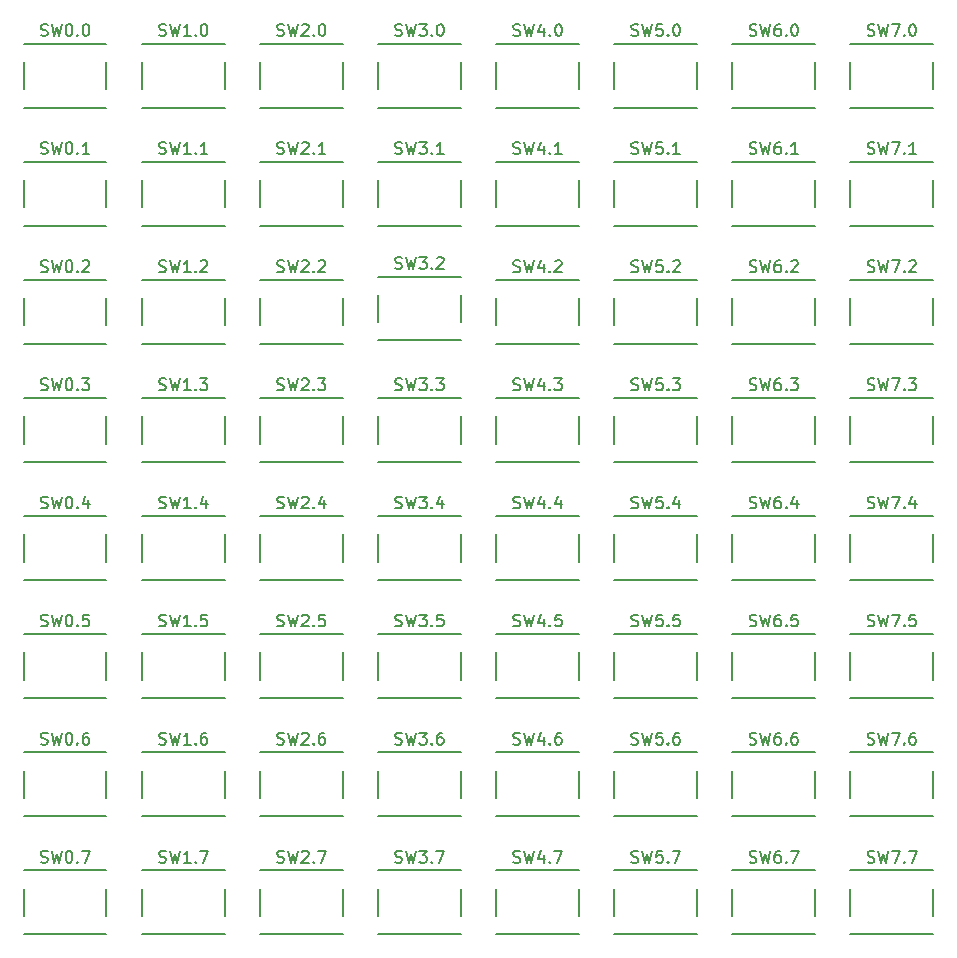
<source format=gbr>
%TF.GenerationSoftware,KiCad,Pcbnew,8.0.3-8.0.3-0~ubuntu22.04.1*%
%TF.CreationDate,2024-10-28T10:51:42+03:00*%
%TF.ProjectId,PM-Keybard,504d2d4b-6579-4626-9172-642e6b696361,rev?*%
%TF.SameCoordinates,Original*%
%TF.FileFunction,Legend,Top*%
%TF.FilePolarity,Positive*%
%FSLAX46Y46*%
G04 Gerber Fmt 4.6, Leading zero omitted, Abs format (unit mm)*
G04 Created by KiCad (PCBNEW 8.0.3-8.0.3-0~ubuntu22.04.1) date 2024-10-28 10:51:42*
%MOMM*%
%LPD*%
G01*
G04 APERTURE LIST*
%ADD10C,0.150000*%
%ADD11C,0.152400*%
%ADD12R,0.990600X0.762000*%
%ADD13C,3.200000*%
%ADD14O,6.350000X6.350000*%
%ADD15C,2.200000*%
G04 APERTURE END LIST*
D10*
X2952381Y8402800D02*
X3095238Y8355181D01*
X3095238Y8355181D02*
X3333333Y8355181D01*
X3333333Y8355181D02*
X3428571Y8402800D01*
X3428571Y8402800D02*
X3476190Y8450420D01*
X3476190Y8450420D02*
X3523809Y8545658D01*
X3523809Y8545658D02*
X3523809Y8640896D01*
X3523809Y8640896D02*
X3476190Y8736134D01*
X3476190Y8736134D02*
X3428571Y8783753D01*
X3428571Y8783753D02*
X3333333Y8831372D01*
X3333333Y8831372D02*
X3142857Y8878991D01*
X3142857Y8878991D02*
X3047619Y8926610D01*
X3047619Y8926610D02*
X3000000Y8974229D01*
X3000000Y8974229D02*
X2952381Y9069467D01*
X2952381Y9069467D02*
X2952381Y9164705D01*
X2952381Y9164705D02*
X3000000Y9259943D01*
X3000000Y9259943D02*
X3047619Y9307562D01*
X3047619Y9307562D02*
X3142857Y9355181D01*
X3142857Y9355181D02*
X3380952Y9355181D01*
X3380952Y9355181D02*
X3523809Y9307562D01*
X3857143Y9355181D02*
X4095238Y8355181D01*
X4095238Y8355181D02*
X4285714Y9069467D01*
X4285714Y9069467D02*
X4476190Y8355181D01*
X4476190Y8355181D02*
X4714286Y9355181D01*
X5523809Y9021848D02*
X5523809Y8355181D01*
X5285714Y9402800D02*
X5047619Y8688515D01*
X5047619Y8688515D02*
X5666666Y8688515D01*
X6047619Y8450420D02*
X6095238Y8402800D01*
X6095238Y8402800D02*
X6047619Y8355181D01*
X6047619Y8355181D02*
X6000000Y8402800D01*
X6000000Y8402800D02*
X6047619Y8450420D01*
X6047619Y8450420D02*
X6047619Y8355181D01*
X6428571Y9355181D02*
X7047618Y9355181D01*
X7047618Y9355181D02*
X6714285Y8974229D01*
X6714285Y8974229D02*
X6857142Y8974229D01*
X6857142Y8974229D02*
X6952380Y8926610D01*
X6952380Y8926610D02*
X6999999Y8878991D01*
X6999999Y8878991D02*
X7047618Y8783753D01*
X7047618Y8783753D02*
X7047618Y8545658D01*
X7047618Y8545658D02*
X6999999Y8450420D01*
X6999999Y8450420D02*
X6952380Y8402800D01*
X6952380Y8402800D02*
X6857142Y8355181D01*
X6857142Y8355181D02*
X6571428Y8355181D01*
X6571428Y8355181D02*
X6476190Y8402800D01*
X6476190Y8402800D02*
X6428571Y8450420D01*
X22952381Y-31597200D02*
X23095238Y-31644819D01*
X23095238Y-31644819D02*
X23333333Y-31644819D01*
X23333333Y-31644819D02*
X23428571Y-31597200D01*
X23428571Y-31597200D02*
X23476190Y-31549580D01*
X23476190Y-31549580D02*
X23523809Y-31454342D01*
X23523809Y-31454342D02*
X23523809Y-31359104D01*
X23523809Y-31359104D02*
X23476190Y-31263866D01*
X23476190Y-31263866D02*
X23428571Y-31216247D01*
X23428571Y-31216247D02*
X23333333Y-31168628D01*
X23333333Y-31168628D02*
X23142857Y-31121009D01*
X23142857Y-31121009D02*
X23047619Y-31073390D01*
X23047619Y-31073390D02*
X23000000Y-31025771D01*
X23000000Y-31025771D02*
X22952381Y-30930533D01*
X22952381Y-30930533D02*
X22952381Y-30835295D01*
X22952381Y-30835295D02*
X23000000Y-30740057D01*
X23000000Y-30740057D02*
X23047619Y-30692438D01*
X23047619Y-30692438D02*
X23142857Y-30644819D01*
X23142857Y-30644819D02*
X23380952Y-30644819D01*
X23380952Y-30644819D02*
X23523809Y-30692438D01*
X23857143Y-30644819D02*
X24095238Y-31644819D01*
X24095238Y-31644819D02*
X24285714Y-30930533D01*
X24285714Y-30930533D02*
X24476190Y-31644819D01*
X24476190Y-31644819D02*
X24714286Y-30644819D01*
X25523809Y-30644819D02*
X25333333Y-30644819D01*
X25333333Y-30644819D02*
X25238095Y-30692438D01*
X25238095Y-30692438D02*
X25190476Y-30740057D01*
X25190476Y-30740057D02*
X25095238Y-30882914D01*
X25095238Y-30882914D02*
X25047619Y-31073390D01*
X25047619Y-31073390D02*
X25047619Y-31454342D01*
X25047619Y-31454342D02*
X25095238Y-31549580D01*
X25095238Y-31549580D02*
X25142857Y-31597200D01*
X25142857Y-31597200D02*
X25238095Y-31644819D01*
X25238095Y-31644819D02*
X25428571Y-31644819D01*
X25428571Y-31644819D02*
X25523809Y-31597200D01*
X25523809Y-31597200D02*
X25571428Y-31549580D01*
X25571428Y-31549580D02*
X25619047Y-31454342D01*
X25619047Y-31454342D02*
X25619047Y-31216247D01*
X25619047Y-31216247D02*
X25571428Y-31121009D01*
X25571428Y-31121009D02*
X25523809Y-31073390D01*
X25523809Y-31073390D02*
X25428571Y-31025771D01*
X25428571Y-31025771D02*
X25238095Y-31025771D01*
X25238095Y-31025771D02*
X25142857Y-31073390D01*
X25142857Y-31073390D02*
X25095238Y-31121009D01*
X25095238Y-31121009D02*
X25047619Y-31216247D01*
X26047619Y-31549580D02*
X26095238Y-31597200D01*
X26095238Y-31597200D02*
X26047619Y-31644819D01*
X26047619Y-31644819D02*
X26000000Y-31597200D01*
X26000000Y-31597200D02*
X26047619Y-31549580D01*
X26047619Y-31549580D02*
X26047619Y-31644819D01*
X26428571Y-30644819D02*
X27095237Y-30644819D01*
X27095237Y-30644819D02*
X26666666Y-31644819D01*
X-17047619Y-21597200D02*
X-16904762Y-21644819D01*
X-16904762Y-21644819D02*
X-16666667Y-21644819D01*
X-16666667Y-21644819D02*
X-16571429Y-21597200D01*
X-16571429Y-21597200D02*
X-16523810Y-21549580D01*
X-16523810Y-21549580D02*
X-16476191Y-21454342D01*
X-16476191Y-21454342D02*
X-16476191Y-21359104D01*
X-16476191Y-21359104D02*
X-16523810Y-21263866D01*
X-16523810Y-21263866D02*
X-16571429Y-21216247D01*
X-16571429Y-21216247D02*
X-16666667Y-21168628D01*
X-16666667Y-21168628D02*
X-16857143Y-21121009D01*
X-16857143Y-21121009D02*
X-16952381Y-21073390D01*
X-16952381Y-21073390D02*
X-17000000Y-21025771D01*
X-17000000Y-21025771D02*
X-17047619Y-20930533D01*
X-17047619Y-20930533D02*
X-17047619Y-20835295D01*
X-17047619Y-20835295D02*
X-17000000Y-20740057D01*
X-17000000Y-20740057D02*
X-16952381Y-20692438D01*
X-16952381Y-20692438D02*
X-16857143Y-20644819D01*
X-16857143Y-20644819D02*
X-16619048Y-20644819D01*
X-16619048Y-20644819D02*
X-16476191Y-20692438D01*
X-16142857Y-20644819D02*
X-15904762Y-21644819D01*
X-15904762Y-21644819D02*
X-15714286Y-20930533D01*
X-15714286Y-20930533D02*
X-15523810Y-21644819D01*
X-15523810Y-21644819D02*
X-15285714Y-20644819D01*
X-14952381Y-20740057D02*
X-14904762Y-20692438D01*
X-14904762Y-20692438D02*
X-14809524Y-20644819D01*
X-14809524Y-20644819D02*
X-14571429Y-20644819D01*
X-14571429Y-20644819D02*
X-14476191Y-20692438D01*
X-14476191Y-20692438D02*
X-14428572Y-20740057D01*
X-14428572Y-20740057D02*
X-14380953Y-20835295D01*
X-14380953Y-20835295D02*
X-14380953Y-20930533D01*
X-14380953Y-20930533D02*
X-14428572Y-21073390D01*
X-14428572Y-21073390D02*
X-15000000Y-21644819D01*
X-15000000Y-21644819D02*
X-14380953Y-21644819D01*
X-13952381Y-21549580D02*
X-13904762Y-21597200D01*
X-13904762Y-21597200D02*
X-13952381Y-21644819D01*
X-13952381Y-21644819D02*
X-14000000Y-21597200D01*
X-14000000Y-21597200D02*
X-13952381Y-21549580D01*
X-13952381Y-21549580D02*
X-13952381Y-21644819D01*
X-13047620Y-20644819D02*
X-13238096Y-20644819D01*
X-13238096Y-20644819D02*
X-13333334Y-20692438D01*
X-13333334Y-20692438D02*
X-13380953Y-20740057D01*
X-13380953Y-20740057D02*
X-13476191Y-20882914D01*
X-13476191Y-20882914D02*
X-13523810Y-21073390D01*
X-13523810Y-21073390D02*
X-13523810Y-21454342D01*
X-13523810Y-21454342D02*
X-13476191Y-21549580D01*
X-13476191Y-21549580D02*
X-13428572Y-21597200D01*
X-13428572Y-21597200D02*
X-13333334Y-21644819D01*
X-13333334Y-21644819D02*
X-13142858Y-21644819D01*
X-13142858Y-21644819D02*
X-13047620Y-21597200D01*
X-13047620Y-21597200D02*
X-13000001Y-21549580D01*
X-13000001Y-21549580D02*
X-12952382Y-21454342D01*
X-12952382Y-21454342D02*
X-12952382Y-21216247D01*
X-12952382Y-21216247D02*
X-13000001Y-21121009D01*
X-13000001Y-21121009D02*
X-13047620Y-21073390D01*
X-13047620Y-21073390D02*
X-13142858Y-21025771D01*
X-13142858Y-21025771D02*
X-13333334Y-21025771D01*
X-13333334Y-21025771D02*
X-13428572Y-21073390D01*
X-13428572Y-21073390D02*
X-13476191Y-21121009D01*
X-13476191Y-21121009D02*
X-13523810Y-21216247D01*
X32952381Y18402800D02*
X33095238Y18355181D01*
X33095238Y18355181D02*
X33333333Y18355181D01*
X33333333Y18355181D02*
X33428571Y18402800D01*
X33428571Y18402800D02*
X33476190Y18450420D01*
X33476190Y18450420D02*
X33523809Y18545658D01*
X33523809Y18545658D02*
X33523809Y18640896D01*
X33523809Y18640896D02*
X33476190Y18736134D01*
X33476190Y18736134D02*
X33428571Y18783753D01*
X33428571Y18783753D02*
X33333333Y18831372D01*
X33333333Y18831372D02*
X33142857Y18878991D01*
X33142857Y18878991D02*
X33047619Y18926610D01*
X33047619Y18926610D02*
X33000000Y18974229D01*
X33000000Y18974229D02*
X32952381Y19069467D01*
X32952381Y19069467D02*
X32952381Y19164705D01*
X32952381Y19164705D02*
X33000000Y19259943D01*
X33000000Y19259943D02*
X33047619Y19307562D01*
X33047619Y19307562D02*
X33142857Y19355181D01*
X33142857Y19355181D02*
X33380952Y19355181D01*
X33380952Y19355181D02*
X33523809Y19307562D01*
X33857143Y19355181D02*
X34095238Y18355181D01*
X34095238Y18355181D02*
X34285714Y19069467D01*
X34285714Y19069467D02*
X34476190Y18355181D01*
X34476190Y18355181D02*
X34714286Y19355181D01*
X35000000Y19355181D02*
X35666666Y19355181D01*
X35666666Y19355181D02*
X35238095Y18355181D01*
X36047619Y18450420D02*
X36095238Y18402800D01*
X36095238Y18402800D02*
X36047619Y18355181D01*
X36047619Y18355181D02*
X36000000Y18402800D01*
X36000000Y18402800D02*
X36047619Y18450420D01*
X36047619Y18450420D02*
X36047619Y18355181D01*
X36476190Y19259943D02*
X36523809Y19307562D01*
X36523809Y19307562D02*
X36619047Y19355181D01*
X36619047Y19355181D02*
X36857142Y19355181D01*
X36857142Y19355181D02*
X36952380Y19307562D01*
X36952380Y19307562D02*
X36999999Y19259943D01*
X36999999Y19259943D02*
X37047618Y19164705D01*
X37047618Y19164705D02*
X37047618Y19069467D01*
X37047618Y19069467D02*
X36999999Y18926610D01*
X36999999Y18926610D02*
X36428571Y18355181D01*
X36428571Y18355181D02*
X37047618Y18355181D01*
X32952381Y28402800D02*
X33095238Y28355181D01*
X33095238Y28355181D02*
X33333333Y28355181D01*
X33333333Y28355181D02*
X33428571Y28402800D01*
X33428571Y28402800D02*
X33476190Y28450420D01*
X33476190Y28450420D02*
X33523809Y28545658D01*
X33523809Y28545658D02*
X33523809Y28640896D01*
X33523809Y28640896D02*
X33476190Y28736134D01*
X33476190Y28736134D02*
X33428571Y28783753D01*
X33428571Y28783753D02*
X33333333Y28831372D01*
X33333333Y28831372D02*
X33142857Y28878991D01*
X33142857Y28878991D02*
X33047619Y28926610D01*
X33047619Y28926610D02*
X33000000Y28974229D01*
X33000000Y28974229D02*
X32952381Y29069467D01*
X32952381Y29069467D02*
X32952381Y29164705D01*
X32952381Y29164705D02*
X33000000Y29259943D01*
X33000000Y29259943D02*
X33047619Y29307562D01*
X33047619Y29307562D02*
X33142857Y29355181D01*
X33142857Y29355181D02*
X33380952Y29355181D01*
X33380952Y29355181D02*
X33523809Y29307562D01*
X33857143Y29355181D02*
X34095238Y28355181D01*
X34095238Y28355181D02*
X34285714Y29069467D01*
X34285714Y29069467D02*
X34476190Y28355181D01*
X34476190Y28355181D02*
X34714286Y29355181D01*
X35000000Y29355181D02*
X35666666Y29355181D01*
X35666666Y29355181D02*
X35238095Y28355181D01*
X36047619Y28450420D02*
X36095238Y28402800D01*
X36095238Y28402800D02*
X36047619Y28355181D01*
X36047619Y28355181D02*
X36000000Y28402800D01*
X36000000Y28402800D02*
X36047619Y28450420D01*
X36047619Y28450420D02*
X36047619Y28355181D01*
X37047618Y28355181D02*
X36476190Y28355181D01*
X36761904Y28355181D02*
X36761904Y29355181D01*
X36761904Y29355181D02*
X36666666Y29212324D01*
X36666666Y29212324D02*
X36571428Y29117086D01*
X36571428Y29117086D02*
X36476190Y29069467D01*
X-17047619Y18402800D02*
X-16904762Y18355181D01*
X-16904762Y18355181D02*
X-16666667Y18355181D01*
X-16666667Y18355181D02*
X-16571429Y18402800D01*
X-16571429Y18402800D02*
X-16523810Y18450420D01*
X-16523810Y18450420D02*
X-16476191Y18545658D01*
X-16476191Y18545658D02*
X-16476191Y18640896D01*
X-16476191Y18640896D02*
X-16523810Y18736134D01*
X-16523810Y18736134D02*
X-16571429Y18783753D01*
X-16571429Y18783753D02*
X-16666667Y18831372D01*
X-16666667Y18831372D02*
X-16857143Y18878991D01*
X-16857143Y18878991D02*
X-16952381Y18926610D01*
X-16952381Y18926610D02*
X-17000000Y18974229D01*
X-17000000Y18974229D02*
X-17047619Y19069467D01*
X-17047619Y19069467D02*
X-17047619Y19164705D01*
X-17047619Y19164705D02*
X-17000000Y19259943D01*
X-17000000Y19259943D02*
X-16952381Y19307562D01*
X-16952381Y19307562D02*
X-16857143Y19355181D01*
X-16857143Y19355181D02*
X-16619048Y19355181D01*
X-16619048Y19355181D02*
X-16476191Y19307562D01*
X-16142857Y19355181D02*
X-15904762Y18355181D01*
X-15904762Y18355181D02*
X-15714286Y19069467D01*
X-15714286Y19069467D02*
X-15523810Y18355181D01*
X-15523810Y18355181D02*
X-15285714Y19355181D01*
X-14952381Y19259943D02*
X-14904762Y19307562D01*
X-14904762Y19307562D02*
X-14809524Y19355181D01*
X-14809524Y19355181D02*
X-14571429Y19355181D01*
X-14571429Y19355181D02*
X-14476191Y19307562D01*
X-14476191Y19307562D02*
X-14428572Y19259943D01*
X-14428572Y19259943D02*
X-14380953Y19164705D01*
X-14380953Y19164705D02*
X-14380953Y19069467D01*
X-14380953Y19069467D02*
X-14428572Y18926610D01*
X-14428572Y18926610D02*
X-15000000Y18355181D01*
X-15000000Y18355181D02*
X-14380953Y18355181D01*
X-13952381Y18450420D02*
X-13904762Y18402800D01*
X-13904762Y18402800D02*
X-13952381Y18355181D01*
X-13952381Y18355181D02*
X-14000000Y18402800D01*
X-14000000Y18402800D02*
X-13952381Y18450420D01*
X-13952381Y18450420D02*
X-13952381Y18355181D01*
X-13523810Y19259943D02*
X-13476191Y19307562D01*
X-13476191Y19307562D02*
X-13380953Y19355181D01*
X-13380953Y19355181D02*
X-13142858Y19355181D01*
X-13142858Y19355181D02*
X-13047620Y19307562D01*
X-13047620Y19307562D02*
X-13000001Y19259943D01*
X-13000001Y19259943D02*
X-12952382Y19164705D01*
X-12952382Y19164705D02*
X-12952382Y19069467D01*
X-12952382Y19069467D02*
X-13000001Y18926610D01*
X-13000001Y18926610D02*
X-13571429Y18355181D01*
X-13571429Y18355181D02*
X-12952382Y18355181D01*
X-27047619Y28402800D02*
X-26904762Y28355181D01*
X-26904762Y28355181D02*
X-26666667Y28355181D01*
X-26666667Y28355181D02*
X-26571429Y28402800D01*
X-26571429Y28402800D02*
X-26523810Y28450420D01*
X-26523810Y28450420D02*
X-26476191Y28545658D01*
X-26476191Y28545658D02*
X-26476191Y28640896D01*
X-26476191Y28640896D02*
X-26523810Y28736134D01*
X-26523810Y28736134D02*
X-26571429Y28783753D01*
X-26571429Y28783753D02*
X-26666667Y28831372D01*
X-26666667Y28831372D02*
X-26857143Y28878991D01*
X-26857143Y28878991D02*
X-26952381Y28926610D01*
X-26952381Y28926610D02*
X-27000000Y28974229D01*
X-27000000Y28974229D02*
X-27047619Y29069467D01*
X-27047619Y29069467D02*
X-27047619Y29164705D01*
X-27047619Y29164705D02*
X-27000000Y29259943D01*
X-27000000Y29259943D02*
X-26952381Y29307562D01*
X-26952381Y29307562D02*
X-26857143Y29355181D01*
X-26857143Y29355181D02*
X-26619048Y29355181D01*
X-26619048Y29355181D02*
X-26476191Y29307562D01*
X-26142857Y29355181D02*
X-25904762Y28355181D01*
X-25904762Y28355181D02*
X-25714286Y29069467D01*
X-25714286Y29069467D02*
X-25523810Y28355181D01*
X-25523810Y28355181D02*
X-25285714Y29355181D01*
X-24380953Y28355181D02*
X-24952381Y28355181D01*
X-24666667Y28355181D02*
X-24666667Y29355181D01*
X-24666667Y29355181D02*
X-24761905Y29212324D01*
X-24761905Y29212324D02*
X-24857143Y29117086D01*
X-24857143Y29117086D02*
X-24952381Y29069467D01*
X-23952381Y28450420D02*
X-23904762Y28402800D01*
X-23904762Y28402800D02*
X-23952381Y28355181D01*
X-23952381Y28355181D02*
X-24000000Y28402800D01*
X-24000000Y28402800D02*
X-23952381Y28450420D01*
X-23952381Y28450420D02*
X-23952381Y28355181D01*
X-22952382Y28355181D02*
X-23523810Y28355181D01*
X-23238096Y28355181D02*
X-23238096Y29355181D01*
X-23238096Y29355181D02*
X-23333334Y29212324D01*
X-23333334Y29212324D02*
X-23428572Y29117086D01*
X-23428572Y29117086D02*
X-23523810Y29069467D01*
X-7047619Y-21597200D02*
X-6904762Y-21644819D01*
X-6904762Y-21644819D02*
X-6666667Y-21644819D01*
X-6666667Y-21644819D02*
X-6571429Y-21597200D01*
X-6571429Y-21597200D02*
X-6523810Y-21549580D01*
X-6523810Y-21549580D02*
X-6476191Y-21454342D01*
X-6476191Y-21454342D02*
X-6476191Y-21359104D01*
X-6476191Y-21359104D02*
X-6523810Y-21263866D01*
X-6523810Y-21263866D02*
X-6571429Y-21216247D01*
X-6571429Y-21216247D02*
X-6666667Y-21168628D01*
X-6666667Y-21168628D02*
X-6857143Y-21121009D01*
X-6857143Y-21121009D02*
X-6952381Y-21073390D01*
X-6952381Y-21073390D02*
X-7000000Y-21025771D01*
X-7000000Y-21025771D02*
X-7047619Y-20930533D01*
X-7047619Y-20930533D02*
X-7047619Y-20835295D01*
X-7047619Y-20835295D02*
X-7000000Y-20740057D01*
X-7000000Y-20740057D02*
X-6952381Y-20692438D01*
X-6952381Y-20692438D02*
X-6857143Y-20644819D01*
X-6857143Y-20644819D02*
X-6619048Y-20644819D01*
X-6619048Y-20644819D02*
X-6476191Y-20692438D01*
X-6142857Y-20644819D02*
X-5904762Y-21644819D01*
X-5904762Y-21644819D02*
X-5714286Y-20930533D01*
X-5714286Y-20930533D02*
X-5523810Y-21644819D01*
X-5523810Y-21644819D02*
X-5285714Y-20644819D01*
X-5000000Y-20644819D02*
X-4380953Y-20644819D01*
X-4380953Y-20644819D02*
X-4714286Y-21025771D01*
X-4714286Y-21025771D02*
X-4571429Y-21025771D01*
X-4571429Y-21025771D02*
X-4476191Y-21073390D01*
X-4476191Y-21073390D02*
X-4428572Y-21121009D01*
X-4428572Y-21121009D02*
X-4380953Y-21216247D01*
X-4380953Y-21216247D02*
X-4380953Y-21454342D01*
X-4380953Y-21454342D02*
X-4428572Y-21549580D01*
X-4428572Y-21549580D02*
X-4476191Y-21597200D01*
X-4476191Y-21597200D02*
X-4571429Y-21644819D01*
X-4571429Y-21644819D02*
X-4857143Y-21644819D01*
X-4857143Y-21644819D02*
X-4952381Y-21597200D01*
X-4952381Y-21597200D02*
X-5000000Y-21549580D01*
X-3952381Y-21549580D02*
X-3904762Y-21597200D01*
X-3904762Y-21597200D02*
X-3952381Y-21644819D01*
X-3952381Y-21644819D02*
X-4000000Y-21597200D01*
X-4000000Y-21597200D02*
X-3952381Y-21549580D01*
X-3952381Y-21549580D02*
X-3952381Y-21644819D01*
X-3047620Y-20644819D02*
X-3238096Y-20644819D01*
X-3238096Y-20644819D02*
X-3333334Y-20692438D01*
X-3333334Y-20692438D02*
X-3380953Y-20740057D01*
X-3380953Y-20740057D02*
X-3476191Y-20882914D01*
X-3476191Y-20882914D02*
X-3523810Y-21073390D01*
X-3523810Y-21073390D02*
X-3523810Y-21454342D01*
X-3523810Y-21454342D02*
X-3476191Y-21549580D01*
X-3476191Y-21549580D02*
X-3428572Y-21597200D01*
X-3428572Y-21597200D02*
X-3333334Y-21644819D01*
X-3333334Y-21644819D02*
X-3142858Y-21644819D01*
X-3142858Y-21644819D02*
X-3047620Y-21597200D01*
X-3047620Y-21597200D02*
X-3000001Y-21549580D01*
X-3000001Y-21549580D02*
X-2952382Y-21454342D01*
X-2952382Y-21454342D02*
X-2952382Y-21216247D01*
X-2952382Y-21216247D02*
X-3000001Y-21121009D01*
X-3000001Y-21121009D02*
X-3047620Y-21073390D01*
X-3047620Y-21073390D02*
X-3142858Y-21025771D01*
X-3142858Y-21025771D02*
X-3333334Y-21025771D01*
X-3333334Y-21025771D02*
X-3428572Y-21073390D01*
X-3428572Y-21073390D02*
X-3476191Y-21121009D01*
X-3476191Y-21121009D02*
X-3523810Y-21216247D01*
X-27047619Y-1597200D02*
X-26904762Y-1644819D01*
X-26904762Y-1644819D02*
X-26666667Y-1644819D01*
X-26666667Y-1644819D02*
X-26571429Y-1597200D01*
X-26571429Y-1597200D02*
X-26523810Y-1549580D01*
X-26523810Y-1549580D02*
X-26476191Y-1454342D01*
X-26476191Y-1454342D02*
X-26476191Y-1359104D01*
X-26476191Y-1359104D02*
X-26523810Y-1263866D01*
X-26523810Y-1263866D02*
X-26571429Y-1216247D01*
X-26571429Y-1216247D02*
X-26666667Y-1168628D01*
X-26666667Y-1168628D02*
X-26857143Y-1121009D01*
X-26857143Y-1121009D02*
X-26952381Y-1073390D01*
X-26952381Y-1073390D02*
X-27000000Y-1025771D01*
X-27000000Y-1025771D02*
X-27047619Y-930533D01*
X-27047619Y-930533D02*
X-27047619Y-835295D01*
X-27047619Y-835295D02*
X-27000000Y-740057D01*
X-27000000Y-740057D02*
X-26952381Y-692438D01*
X-26952381Y-692438D02*
X-26857143Y-644819D01*
X-26857143Y-644819D02*
X-26619048Y-644819D01*
X-26619048Y-644819D02*
X-26476191Y-692438D01*
X-26142857Y-644819D02*
X-25904762Y-1644819D01*
X-25904762Y-1644819D02*
X-25714286Y-930533D01*
X-25714286Y-930533D02*
X-25523810Y-1644819D01*
X-25523810Y-1644819D02*
X-25285714Y-644819D01*
X-24380953Y-1644819D02*
X-24952381Y-1644819D01*
X-24666667Y-1644819D02*
X-24666667Y-644819D01*
X-24666667Y-644819D02*
X-24761905Y-787676D01*
X-24761905Y-787676D02*
X-24857143Y-882914D01*
X-24857143Y-882914D02*
X-24952381Y-930533D01*
X-23952381Y-1549580D02*
X-23904762Y-1597200D01*
X-23904762Y-1597200D02*
X-23952381Y-1644819D01*
X-23952381Y-1644819D02*
X-24000000Y-1597200D01*
X-24000000Y-1597200D02*
X-23952381Y-1549580D01*
X-23952381Y-1549580D02*
X-23952381Y-1644819D01*
X-23047620Y-978152D02*
X-23047620Y-1644819D01*
X-23285715Y-597200D02*
X-23523810Y-1311485D01*
X-23523810Y-1311485D02*
X-22904763Y-1311485D01*
X-7047619Y-1597200D02*
X-6904762Y-1644819D01*
X-6904762Y-1644819D02*
X-6666667Y-1644819D01*
X-6666667Y-1644819D02*
X-6571429Y-1597200D01*
X-6571429Y-1597200D02*
X-6523810Y-1549580D01*
X-6523810Y-1549580D02*
X-6476191Y-1454342D01*
X-6476191Y-1454342D02*
X-6476191Y-1359104D01*
X-6476191Y-1359104D02*
X-6523810Y-1263866D01*
X-6523810Y-1263866D02*
X-6571429Y-1216247D01*
X-6571429Y-1216247D02*
X-6666667Y-1168628D01*
X-6666667Y-1168628D02*
X-6857143Y-1121009D01*
X-6857143Y-1121009D02*
X-6952381Y-1073390D01*
X-6952381Y-1073390D02*
X-7000000Y-1025771D01*
X-7000000Y-1025771D02*
X-7047619Y-930533D01*
X-7047619Y-930533D02*
X-7047619Y-835295D01*
X-7047619Y-835295D02*
X-7000000Y-740057D01*
X-7000000Y-740057D02*
X-6952381Y-692438D01*
X-6952381Y-692438D02*
X-6857143Y-644819D01*
X-6857143Y-644819D02*
X-6619048Y-644819D01*
X-6619048Y-644819D02*
X-6476191Y-692438D01*
X-6142857Y-644819D02*
X-5904762Y-1644819D01*
X-5904762Y-1644819D02*
X-5714286Y-930533D01*
X-5714286Y-930533D02*
X-5523810Y-1644819D01*
X-5523810Y-1644819D02*
X-5285714Y-644819D01*
X-5000000Y-644819D02*
X-4380953Y-644819D01*
X-4380953Y-644819D02*
X-4714286Y-1025771D01*
X-4714286Y-1025771D02*
X-4571429Y-1025771D01*
X-4571429Y-1025771D02*
X-4476191Y-1073390D01*
X-4476191Y-1073390D02*
X-4428572Y-1121009D01*
X-4428572Y-1121009D02*
X-4380953Y-1216247D01*
X-4380953Y-1216247D02*
X-4380953Y-1454342D01*
X-4380953Y-1454342D02*
X-4428572Y-1549580D01*
X-4428572Y-1549580D02*
X-4476191Y-1597200D01*
X-4476191Y-1597200D02*
X-4571429Y-1644819D01*
X-4571429Y-1644819D02*
X-4857143Y-1644819D01*
X-4857143Y-1644819D02*
X-4952381Y-1597200D01*
X-4952381Y-1597200D02*
X-5000000Y-1549580D01*
X-3952381Y-1549580D02*
X-3904762Y-1597200D01*
X-3904762Y-1597200D02*
X-3952381Y-1644819D01*
X-3952381Y-1644819D02*
X-4000000Y-1597200D01*
X-4000000Y-1597200D02*
X-3952381Y-1549580D01*
X-3952381Y-1549580D02*
X-3952381Y-1644819D01*
X-3047620Y-978152D02*
X-3047620Y-1644819D01*
X-3285715Y-597200D02*
X-3523810Y-1311485D01*
X-3523810Y-1311485D02*
X-2904763Y-1311485D01*
X-27047619Y-11597200D02*
X-26904762Y-11644819D01*
X-26904762Y-11644819D02*
X-26666667Y-11644819D01*
X-26666667Y-11644819D02*
X-26571429Y-11597200D01*
X-26571429Y-11597200D02*
X-26523810Y-11549580D01*
X-26523810Y-11549580D02*
X-26476191Y-11454342D01*
X-26476191Y-11454342D02*
X-26476191Y-11359104D01*
X-26476191Y-11359104D02*
X-26523810Y-11263866D01*
X-26523810Y-11263866D02*
X-26571429Y-11216247D01*
X-26571429Y-11216247D02*
X-26666667Y-11168628D01*
X-26666667Y-11168628D02*
X-26857143Y-11121009D01*
X-26857143Y-11121009D02*
X-26952381Y-11073390D01*
X-26952381Y-11073390D02*
X-27000000Y-11025771D01*
X-27000000Y-11025771D02*
X-27047619Y-10930533D01*
X-27047619Y-10930533D02*
X-27047619Y-10835295D01*
X-27047619Y-10835295D02*
X-27000000Y-10740057D01*
X-27000000Y-10740057D02*
X-26952381Y-10692438D01*
X-26952381Y-10692438D02*
X-26857143Y-10644819D01*
X-26857143Y-10644819D02*
X-26619048Y-10644819D01*
X-26619048Y-10644819D02*
X-26476191Y-10692438D01*
X-26142857Y-10644819D02*
X-25904762Y-11644819D01*
X-25904762Y-11644819D02*
X-25714286Y-10930533D01*
X-25714286Y-10930533D02*
X-25523810Y-11644819D01*
X-25523810Y-11644819D02*
X-25285714Y-10644819D01*
X-24380953Y-11644819D02*
X-24952381Y-11644819D01*
X-24666667Y-11644819D02*
X-24666667Y-10644819D01*
X-24666667Y-10644819D02*
X-24761905Y-10787676D01*
X-24761905Y-10787676D02*
X-24857143Y-10882914D01*
X-24857143Y-10882914D02*
X-24952381Y-10930533D01*
X-23952381Y-11549580D02*
X-23904762Y-11597200D01*
X-23904762Y-11597200D02*
X-23952381Y-11644819D01*
X-23952381Y-11644819D02*
X-24000000Y-11597200D01*
X-24000000Y-11597200D02*
X-23952381Y-11549580D01*
X-23952381Y-11549580D02*
X-23952381Y-11644819D01*
X-23000001Y-10644819D02*
X-23476191Y-10644819D01*
X-23476191Y-10644819D02*
X-23523810Y-11121009D01*
X-23523810Y-11121009D02*
X-23476191Y-11073390D01*
X-23476191Y-11073390D02*
X-23380953Y-11025771D01*
X-23380953Y-11025771D02*
X-23142858Y-11025771D01*
X-23142858Y-11025771D02*
X-23047620Y-11073390D01*
X-23047620Y-11073390D02*
X-23000001Y-11121009D01*
X-23000001Y-11121009D02*
X-22952382Y-11216247D01*
X-22952382Y-11216247D02*
X-22952382Y-11454342D01*
X-22952382Y-11454342D02*
X-23000001Y-11549580D01*
X-23000001Y-11549580D02*
X-23047620Y-11597200D01*
X-23047620Y-11597200D02*
X-23142858Y-11644819D01*
X-23142858Y-11644819D02*
X-23380953Y-11644819D01*
X-23380953Y-11644819D02*
X-23476191Y-11597200D01*
X-23476191Y-11597200D02*
X-23523810Y-11549580D01*
X-37047619Y-31597200D02*
X-36904762Y-31644819D01*
X-36904762Y-31644819D02*
X-36666667Y-31644819D01*
X-36666667Y-31644819D02*
X-36571429Y-31597200D01*
X-36571429Y-31597200D02*
X-36523810Y-31549580D01*
X-36523810Y-31549580D02*
X-36476191Y-31454342D01*
X-36476191Y-31454342D02*
X-36476191Y-31359104D01*
X-36476191Y-31359104D02*
X-36523810Y-31263866D01*
X-36523810Y-31263866D02*
X-36571429Y-31216247D01*
X-36571429Y-31216247D02*
X-36666667Y-31168628D01*
X-36666667Y-31168628D02*
X-36857143Y-31121009D01*
X-36857143Y-31121009D02*
X-36952381Y-31073390D01*
X-36952381Y-31073390D02*
X-37000000Y-31025771D01*
X-37000000Y-31025771D02*
X-37047619Y-30930533D01*
X-37047619Y-30930533D02*
X-37047619Y-30835295D01*
X-37047619Y-30835295D02*
X-37000000Y-30740057D01*
X-37000000Y-30740057D02*
X-36952381Y-30692438D01*
X-36952381Y-30692438D02*
X-36857143Y-30644819D01*
X-36857143Y-30644819D02*
X-36619048Y-30644819D01*
X-36619048Y-30644819D02*
X-36476191Y-30692438D01*
X-36142857Y-30644819D02*
X-35904762Y-31644819D01*
X-35904762Y-31644819D02*
X-35714286Y-30930533D01*
X-35714286Y-30930533D02*
X-35523810Y-31644819D01*
X-35523810Y-31644819D02*
X-35285714Y-30644819D01*
X-34714286Y-30644819D02*
X-34619048Y-30644819D01*
X-34619048Y-30644819D02*
X-34523810Y-30692438D01*
X-34523810Y-30692438D02*
X-34476191Y-30740057D01*
X-34476191Y-30740057D02*
X-34428572Y-30835295D01*
X-34428572Y-30835295D02*
X-34380953Y-31025771D01*
X-34380953Y-31025771D02*
X-34380953Y-31263866D01*
X-34380953Y-31263866D02*
X-34428572Y-31454342D01*
X-34428572Y-31454342D02*
X-34476191Y-31549580D01*
X-34476191Y-31549580D02*
X-34523810Y-31597200D01*
X-34523810Y-31597200D02*
X-34619048Y-31644819D01*
X-34619048Y-31644819D02*
X-34714286Y-31644819D01*
X-34714286Y-31644819D02*
X-34809524Y-31597200D01*
X-34809524Y-31597200D02*
X-34857143Y-31549580D01*
X-34857143Y-31549580D02*
X-34904762Y-31454342D01*
X-34904762Y-31454342D02*
X-34952381Y-31263866D01*
X-34952381Y-31263866D02*
X-34952381Y-31025771D01*
X-34952381Y-31025771D02*
X-34904762Y-30835295D01*
X-34904762Y-30835295D02*
X-34857143Y-30740057D01*
X-34857143Y-30740057D02*
X-34809524Y-30692438D01*
X-34809524Y-30692438D02*
X-34714286Y-30644819D01*
X-33952381Y-31549580D02*
X-33904762Y-31597200D01*
X-33904762Y-31597200D02*
X-33952381Y-31644819D01*
X-33952381Y-31644819D02*
X-34000000Y-31597200D01*
X-34000000Y-31597200D02*
X-33952381Y-31549580D01*
X-33952381Y-31549580D02*
X-33952381Y-31644819D01*
X-33571429Y-30644819D02*
X-32904763Y-30644819D01*
X-32904763Y-30644819D02*
X-33333334Y-31644819D01*
X22952381Y-11597200D02*
X23095238Y-11644819D01*
X23095238Y-11644819D02*
X23333333Y-11644819D01*
X23333333Y-11644819D02*
X23428571Y-11597200D01*
X23428571Y-11597200D02*
X23476190Y-11549580D01*
X23476190Y-11549580D02*
X23523809Y-11454342D01*
X23523809Y-11454342D02*
X23523809Y-11359104D01*
X23523809Y-11359104D02*
X23476190Y-11263866D01*
X23476190Y-11263866D02*
X23428571Y-11216247D01*
X23428571Y-11216247D02*
X23333333Y-11168628D01*
X23333333Y-11168628D02*
X23142857Y-11121009D01*
X23142857Y-11121009D02*
X23047619Y-11073390D01*
X23047619Y-11073390D02*
X23000000Y-11025771D01*
X23000000Y-11025771D02*
X22952381Y-10930533D01*
X22952381Y-10930533D02*
X22952381Y-10835295D01*
X22952381Y-10835295D02*
X23000000Y-10740057D01*
X23000000Y-10740057D02*
X23047619Y-10692438D01*
X23047619Y-10692438D02*
X23142857Y-10644819D01*
X23142857Y-10644819D02*
X23380952Y-10644819D01*
X23380952Y-10644819D02*
X23523809Y-10692438D01*
X23857143Y-10644819D02*
X24095238Y-11644819D01*
X24095238Y-11644819D02*
X24285714Y-10930533D01*
X24285714Y-10930533D02*
X24476190Y-11644819D01*
X24476190Y-11644819D02*
X24714286Y-10644819D01*
X25523809Y-10644819D02*
X25333333Y-10644819D01*
X25333333Y-10644819D02*
X25238095Y-10692438D01*
X25238095Y-10692438D02*
X25190476Y-10740057D01*
X25190476Y-10740057D02*
X25095238Y-10882914D01*
X25095238Y-10882914D02*
X25047619Y-11073390D01*
X25047619Y-11073390D02*
X25047619Y-11454342D01*
X25047619Y-11454342D02*
X25095238Y-11549580D01*
X25095238Y-11549580D02*
X25142857Y-11597200D01*
X25142857Y-11597200D02*
X25238095Y-11644819D01*
X25238095Y-11644819D02*
X25428571Y-11644819D01*
X25428571Y-11644819D02*
X25523809Y-11597200D01*
X25523809Y-11597200D02*
X25571428Y-11549580D01*
X25571428Y-11549580D02*
X25619047Y-11454342D01*
X25619047Y-11454342D02*
X25619047Y-11216247D01*
X25619047Y-11216247D02*
X25571428Y-11121009D01*
X25571428Y-11121009D02*
X25523809Y-11073390D01*
X25523809Y-11073390D02*
X25428571Y-11025771D01*
X25428571Y-11025771D02*
X25238095Y-11025771D01*
X25238095Y-11025771D02*
X25142857Y-11073390D01*
X25142857Y-11073390D02*
X25095238Y-11121009D01*
X25095238Y-11121009D02*
X25047619Y-11216247D01*
X26047619Y-11549580D02*
X26095238Y-11597200D01*
X26095238Y-11597200D02*
X26047619Y-11644819D01*
X26047619Y-11644819D02*
X26000000Y-11597200D01*
X26000000Y-11597200D02*
X26047619Y-11549580D01*
X26047619Y-11549580D02*
X26047619Y-11644819D01*
X26999999Y-10644819D02*
X26523809Y-10644819D01*
X26523809Y-10644819D02*
X26476190Y-11121009D01*
X26476190Y-11121009D02*
X26523809Y-11073390D01*
X26523809Y-11073390D02*
X26619047Y-11025771D01*
X26619047Y-11025771D02*
X26857142Y-11025771D01*
X26857142Y-11025771D02*
X26952380Y-11073390D01*
X26952380Y-11073390D02*
X26999999Y-11121009D01*
X26999999Y-11121009D02*
X27047618Y-11216247D01*
X27047618Y-11216247D02*
X27047618Y-11454342D01*
X27047618Y-11454342D02*
X26999999Y-11549580D01*
X26999999Y-11549580D02*
X26952380Y-11597200D01*
X26952380Y-11597200D02*
X26857142Y-11644819D01*
X26857142Y-11644819D02*
X26619047Y-11644819D01*
X26619047Y-11644819D02*
X26523809Y-11597200D01*
X26523809Y-11597200D02*
X26476190Y-11549580D01*
X22952381Y28402800D02*
X23095238Y28355181D01*
X23095238Y28355181D02*
X23333333Y28355181D01*
X23333333Y28355181D02*
X23428571Y28402800D01*
X23428571Y28402800D02*
X23476190Y28450420D01*
X23476190Y28450420D02*
X23523809Y28545658D01*
X23523809Y28545658D02*
X23523809Y28640896D01*
X23523809Y28640896D02*
X23476190Y28736134D01*
X23476190Y28736134D02*
X23428571Y28783753D01*
X23428571Y28783753D02*
X23333333Y28831372D01*
X23333333Y28831372D02*
X23142857Y28878991D01*
X23142857Y28878991D02*
X23047619Y28926610D01*
X23047619Y28926610D02*
X23000000Y28974229D01*
X23000000Y28974229D02*
X22952381Y29069467D01*
X22952381Y29069467D02*
X22952381Y29164705D01*
X22952381Y29164705D02*
X23000000Y29259943D01*
X23000000Y29259943D02*
X23047619Y29307562D01*
X23047619Y29307562D02*
X23142857Y29355181D01*
X23142857Y29355181D02*
X23380952Y29355181D01*
X23380952Y29355181D02*
X23523809Y29307562D01*
X23857143Y29355181D02*
X24095238Y28355181D01*
X24095238Y28355181D02*
X24285714Y29069467D01*
X24285714Y29069467D02*
X24476190Y28355181D01*
X24476190Y28355181D02*
X24714286Y29355181D01*
X25523809Y29355181D02*
X25333333Y29355181D01*
X25333333Y29355181D02*
X25238095Y29307562D01*
X25238095Y29307562D02*
X25190476Y29259943D01*
X25190476Y29259943D02*
X25095238Y29117086D01*
X25095238Y29117086D02*
X25047619Y28926610D01*
X25047619Y28926610D02*
X25047619Y28545658D01*
X25047619Y28545658D02*
X25095238Y28450420D01*
X25095238Y28450420D02*
X25142857Y28402800D01*
X25142857Y28402800D02*
X25238095Y28355181D01*
X25238095Y28355181D02*
X25428571Y28355181D01*
X25428571Y28355181D02*
X25523809Y28402800D01*
X25523809Y28402800D02*
X25571428Y28450420D01*
X25571428Y28450420D02*
X25619047Y28545658D01*
X25619047Y28545658D02*
X25619047Y28783753D01*
X25619047Y28783753D02*
X25571428Y28878991D01*
X25571428Y28878991D02*
X25523809Y28926610D01*
X25523809Y28926610D02*
X25428571Y28974229D01*
X25428571Y28974229D02*
X25238095Y28974229D01*
X25238095Y28974229D02*
X25142857Y28926610D01*
X25142857Y28926610D02*
X25095238Y28878991D01*
X25095238Y28878991D02*
X25047619Y28783753D01*
X26047619Y28450420D02*
X26095238Y28402800D01*
X26095238Y28402800D02*
X26047619Y28355181D01*
X26047619Y28355181D02*
X26000000Y28402800D01*
X26000000Y28402800D02*
X26047619Y28450420D01*
X26047619Y28450420D02*
X26047619Y28355181D01*
X27047618Y28355181D02*
X26476190Y28355181D01*
X26761904Y28355181D02*
X26761904Y29355181D01*
X26761904Y29355181D02*
X26666666Y29212324D01*
X26666666Y29212324D02*
X26571428Y29117086D01*
X26571428Y29117086D02*
X26476190Y29069467D01*
X-27047619Y18402800D02*
X-26904762Y18355181D01*
X-26904762Y18355181D02*
X-26666667Y18355181D01*
X-26666667Y18355181D02*
X-26571429Y18402800D01*
X-26571429Y18402800D02*
X-26523810Y18450420D01*
X-26523810Y18450420D02*
X-26476191Y18545658D01*
X-26476191Y18545658D02*
X-26476191Y18640896D01*
X-26476191Y18640896D02*
X-26523810Y18736134D01*
X-26523810Y18736134D02*
X-26571429Y18783753D01*
X-26571429Y18783753D02*
X-26666667Y18831372D01*
X-26666667Y18831372D02*
X-26857143Y18878991D01*
X-26857143Y18878991D02*
X-26952381Y18926610D01*
X-26952381Y18926610D02*
X-27000000Y18974229D01*
X-27000000Y18974229D02*
X-27047619Y19069467D01*
X-27047619Y19069467D02*
X-27047619Y19164705D01*
X-27047619Y19164705D02*
X-27000000Y19259943D01*
X-27000000Y19259943D02*
X-26952381Y19307562D01*
X-26952381Y19307562D02*
X-26857143Y19355181D01*
X-26857143Y19355181D02*
X-26619048Y19355181D01*
X-26619048Y19355181D02*
X-26476191Y19307562D01*
X-26142857Y19355181D02*
X-25904762Y18355181D01*
X-25904762Y18355181D02*
X-25714286Y19069467D01*
X-25714286Y19069467D02*
X-25523810Y18355181D01*
X-25523810Y18355181D02*
X-25285714Y19355181D01*
X-24380953Y18355181D02*
X-24952381Y18355181D01*
X-24666667Y18355181D02*
X-24666667Y19355181D01*
X-24666667Y19355181D02*
X-24761905Y19212324D01*
X-24761905Y19212324D02*
X-24857143Y19117086D01*
X-24857143Y19117086D02*
X-24952381Y19069467D01*
X-23952381Y18450420D02*
X-23904762Y18402800D01*
X-23904762Y18402800D02*
X-23952381Y18355181D01*
X-23952381Y18355181D02*
X-24000000Y18402800D01*
X-24000000Y18402800D02*
X-23952381Y18450420D01*
X-23952381Y18450420D02*
X-23952381Y18355181D01*
X-23523810Y19259943D02*
X-23476191Y19307562D01*
X-23476191Y19307562D02*
X-23380953Y19355181D01*
X-23380953Y19355181D02*
X-23142858Y19355181D01*
X-23142858Y19355181D02*
X-23047620Y19307562D01*
X-23047620Y19307562D02*
X-23000001Y19259943D01*
X-23000001Y19259943D02*
X-22952382Y19164705D01*
X-22952382Y19164705D02*
X-22952382Y19069467D01*
X-22952382Y19069467D02*
X-23000001Y18926610D01*
X-23000001Y18926610D02*
X-23571429Y18355181D01*
X-23571429Y18355181D02*
X-22952382Y18355181D01*
X-17047619Y-11597200D02*
X-16904762Y-11644819D01*
X-16904762Y-11644819D02*
X-16666667Y-11644819D01*
X-16666667Y-11644819D02*
X-16571429Y-11597200D01*
X-16571429Y-11597200D02*
X-16523810Y-11549580D01*
X-16523810Y-11549580D02*
X-16476191Y-11454342D01*
X-16476191Y-11454342D02*
X-16476191Y-11359104D01*
X-16476191Y-11359104D02*
X-16523810Y-11263866D01*
X-16523810Y-11263866D02*
X-16571429Y-11216247D01*
X-16571429Y-11216247D02*
X-16666667Y-11168628D01*
X-16666667Y-11168628D02*
X-16857143Y-11121009D01*
X-16857143Y-11121009D02*
X-16952381Y-11073390D01*
X-16952381Y-11073390D02*
X-17000000Y-11025771D01*
X-17000000Y-11025771D02*
X-17047619Y-10930533D01*
X-17047619Y-10930533D02*
X-17047619Y-10835295D01*
X-17047619Y-10835295D02*
X-17000000Y-10740057D01*
X-17000000Y-10740057D02*
X-16952381Y-10692438D01*
X-16952381Y-10692438D02*
X-16857143Y-10644819D01*
X-16857143Y-10644819D02*
X-16619048Y-10644819D01*
X-16619048Y-10644819D02*
X-16476191Y-10692438D01*
X-16142857Y-10644819D02*
X-15904762Y-11644819D01*
X-15904762Y-11644819D02*
X-15714286Y-10930533D01*
X-15714286Y-10930533D02*
X-15523810Y-11644819D01*
X-15523810Y-11644819D02*
X-15285714Y-10644819D01*
X-14952381Y-10740057D02*
X-14904762Y-10692438D01*
X-14904762Y-10692438D02*
X-14809524Y-10644819D01*
X-14809524Y-10644819D02*
X-14571429Y-10644819D01*
X-14571429Y-10644819D02*
X-14476191Y-10692438D01*
X-14476191Y-10692438D02*
X-14428572Y-10740057D01*
X-14428572Y-10740057D02*
X-14380953Y-10835295D01*
X-14380953Y-10835295D02*
X-14380953Y-10930533D01*
X-14380953Y-10930533D02*
X-14428572Y-11073390D01*
X-14428572Y-11073390D02*
X-15000000Y-11644819D01*
X-15000000Y-11644819D02*
X-14380953Y-11644819D01*
X-13952381Y-11549580D02*
X-13904762Y-11597200D01*
X-13904762Y-11597200D02*
X-13952381Y-11644819D01*
X-13952381Y-11644819D02*
X-14000000Y-11597200D01*
X-14000000Y-11597200D02*
X-13952381Y-11549580D01*
X-13952381Y-11549580D02*
X-13952381Y-11644819D01*
X-13000001Y-10644819D02*
X-13476191Y-10644819D01*
X-13476191Y-10644819D02*
X-13523810Y-11121009D01*
X-13523810Y-11121009D02*
X-13476191Y-11073390D01*
X-13476191Y-11073390D02*
X-13380953Y-11025771D01*
X-13380953Y-11025771D02*
X-13142858Y-11025771D01*
X-13142858Y-11025771D02*
X-13047620Y-11073390D01*
X-13047620Y-11073390D02*
X-13000001Y-11121009D01*
X-13000001Y-11121009D02*
X-12952382Y-11216247D01*
X-12952382Y-11216247D02*
X-12952382Y-11454342D01*
X-12952382Y-11454342D02*
X-13000001Y-11549580D01*
X-13000001Y-11549580D02*
X-13047620Y-11597200D01*
X-13047620Y-11597200D02*
X-13142858Y-11644819D01*
X-13142858Y-11644819D02*
X-13380953Y-11644819D01*
X-13380953Y-11644819D02*
X-13476191Y-11597200D01*
X-13476191Y-11597200D02*
X-13523810Y-11549580D01*
X-37047619Y38402800D02*
X-36904762Y38355181D01*
X-36904762Y38355181D02*
X-36666667Y38355181D01*
X-36666667Y38355181D02*
X-36571429Y38402800D01*
X-36571429Y38402800D02*
X-36523810Y38450420D01*
X-36523810Y38450420D02*
X-36476191Y38545658D01*
X-36476191Y38545658D02*
X-36476191Y38640896D01*
X-36476191Y38640896D02*
X-36523810Y38736134D01*
X-36523810Y38736134D02*
X-36571429Y38783753D01*
X-36571429Y38783753D02*
X-36666667Y38831372D01*
X-36666667Y38831372D02*
X-36857143Y38878991D01*
X-36857143Y38878991D02*
X-36952381Y38926610D01*
X-36952381Y38926610D02*
X-37000000Y38974229D01*
X-37000000Y38974229D02*
X-37047619Y39069467D01*
X-37047619Y39069467D02*
X-37047619Y39164705D01*
X-37047619Y39164705D02*
X-37000000Y39259943D01*
X-37000000Y39259943D02*
X-36952381Y39307562D01*
X-36952381Y39307562D02*
X-36857143Y39355181D01*
X-36857143Y39355181D02*
X-36619048Y39355181D01*
X-36619048Y39355181D02*
X-36476191Y39307562D01*
X-36142857Y39355181D02*
X-35904762Y38355181D01*
X-35904762Y38355181D02*
X-35714286Y39069467D01*
X-35714286Y39069467D02*
X-35523810Y38355181D01*
X-35523810Y38355181D02*
X-35285714Y39355181D01*
X-34714286Y39355181D02*
X-34619048Y39355181D01*
X-34619048Y39355181D02*
X-34523810Y39307562D01*
X-34523810Y39307562D02*
X-34476191Y39259943D01*
X-34476191Y39259943D02*
X-34428572Y39164705D01*
X-34428572Y39164705D02*
X-34380953Y38974229D01*
X-34380953Y38974229D02*
X-34380953Y38736134D01*
X-34380953Y38736134D02*
X-34428572Y38545658D01*
X-34428572Y38545658D02*
X-34476191Y38450420D01*
X-34476191Y38450420D02*
X-34523810Y38402800D01*
X-34523810Y38402800D02*
X-34619048Y38355181D01*
X-34619048Y38355181D02*
X-34714286Y38355181D01*
X-34714286Y38355181D02*
X-34809524Y38402800D01*
X-34809524Y38402800D02*
X-34857143Y38450420D01*
X-34857143Y38450420D02*
X-34904762Y38545658D01*
X-34904762Y38545658D02*
X-34952381Y38736134D01*
X-34952381Y38736134D02*
X-34952381Y38974229D01*
X-34952381Y38974229D02*
X-34904762Y39164705D01*
X-34904762Y39164705D02*
X-34857143Y39259943D01*
X-34857143Y39259943D02*
X-34809524Y39307562D01*
X-34809524Y39307562D02*
X-34714286Y39355181D01*
X-33952381Y38450420D02*
X-33904762Y38402800D01*
X-33904762Y38402800D02*
X-33952381Y38355181D01*
X-33952381Y38355181D02*
X-34000000Y38402800D01*
X-34000000Y38402800D02*
X-33952381Y38450420D01*
X-33952381Y38450420D02*
X-33952381Y38355181D01*
X-33285715Y39355181D02*
X-33190477Y39355181D01*
X-33190477Y39355181D02*
X-33095239Y39307562D01*
X-33095239Y39307562D02*
X-33047620Y39259943D01*
X-33047620Y39259943D02*
X-33000001Y39164705D01*
X-33000001Y39164705D02*
X-32952382Y38974229D01*
X-32952382Y38974229D02*
X-32952382Y38736134D01*
X-32952382Y38736134D02*
X-33000001Y38545658D01*
X-33000001Y38545658D02*
X-33047620Y38450420D01*
X-33047620Y38450420D02*
X-33095239Y38402800D01*
X-33095239Y38402800D02*
X-33190477Y38355181D01*
X-33190477Y38355181D02*
X-33285715Y38355181D01*
X-33285715Y38355181D02*
X-33380953Y38402800D01*
X-33380953Y38402800D02*
X-33428572Y38450420D01*
X-33428572Y38450420D02*
X-33476191Y38545658D01*
X-33476191Y38545658D02*
X-33523810Y38736134D01*
X-33523810Y38736134D02*
X-33523810Y38974229D01*
X-33523810Y38974229D02*
X-33476191Y39164705D01*
X-33476191Y39164705D02*
X-33428572Y39259943D01*
X-33428572Y39259943D02*
X-33380953Y39307562D01*
X-33380953Y39307562D02*
X-33285715Y39355181D01*
X-37047619Y18402800D02*
X-36904762Y18355181D01*
X-36904762Y18355181D02*
X-36666667Y18355181D01*
X-36666667Y18355181D02*
X-36571429Y18402800D01*
X-36571429Y18402800D02*
X-36523810Y18450420D01*
X-36523810Y18450420D02*
X-36476191Y18545658D01*
X-36476191Y18545658D02*
X-36476191Y18640896D01*
X-36476191Y18640896D02*
X-36523810Y18736134D01*
X-36523810Y18736134D02*
X-36571429Y18783753D01*
X-36571429Y18783753D02*
X-36666667Y18831372D01*
X-36666667Y18831372D02*
X-36857143Y18878991D01*
X-36857143Y18878991D02*
X-36952381Y18926610D01*
X-36952381Y18926610D02*
X-37000000Y18974229D01*
X-37000000Y18974229D02*
X-37047619Y19069467D01*
X-37047619Y19069467D02*
X-37047619Y19164705D01*
X-37047619Y19164705D02*
X-37000000Y19259943D01*
X-37000000Y19259943D02*
X-36952381Y19307562D01*
X-36952381Y19307562D02*
X-36857143Y19355181D01*
X-36857143Y19355181D02*
X-36619048Y19355181D01*
X-36619048Y19355181D02*
X-36476191Y19307562D01*
X-36142857Y19355181D02*
X-35904762Y18355181D01*
X-35904762Y18355181D02*
X-35714286Y19069467D01*
X-35714286Y19069467D02*
X-35523810Y18355181D01*
X-35523810Y18355181D02*
X-35285714Y19355181D01*
X-34714286Y19355181D02*
X-34619048Y19355181D01*
X-34619048Y19355181D02*
X-34523810Y19307562D01*
X-34523810Y19307562D02*
X-34476191Y19259943D01*
X-34476191Y19259943D02*
X-34428572Y19164705D01*
X-34428572Y19164705D02*
X-34380953Y18974229D01*
X-34380953Y18974229D02*
X-34380953Y18736134D01*
X-34380953Y18736134D02*
X-34428572Y18545658D01*
X-34428572Y18545658D02*
X-34476191Y18450420D01*
X-34476191Y18450420D02*
X-34523810Y18402800D01*
X-34523810Y18402800D02*
X-34619048Y18355181D01*
X-34619048Y18355181D02*
X-34714286Y18355181D01*
X-34714286Y18355181D02*
X-34809524Y18402800D01*
X-34809524Y18402800D02*
X-34857143Y18450420D01*
X-34857143Y18450420D02*
X-34904762Y18545658D01*
X-34904762Y18545658D02*
X-34952381Y18736134D01*
X-34952381Y18736134D02*
X-34952381Y18974229D01*
X-34952381Y18974229D02*
X-34904762Y19164705D01*
X-34904762Y19164705D02*
X-34857143Y19259943D01*
X-34857143Y19259943D02*
X-34809524Y19307562D01*
X-34809524Y19307562D02*
X-34714286Y19355181D01*
X-33952381Y18450420D02*
X-33904762Y18402800D01*
X-33904762Y18402800D02*
X-33952381Y18355181D01*
X-33952381Y18355181D02*
X-34000000Y18402800D01*
X-34000000Y18402800D02*
X-33952381Y18450420D01*
X-33952381Y18450420D02*
X-33952381Y18355181D01*
X-33523810Y19259943D02*
X-33476191Y19307562D01*
X-33476191Y19307562D02*
X-33380953Y19355181D01*
X-33380953Y19355181D02*
X-33142858Y19355181D01*
X-33142858Y19355181D02*
X-33047620Y19307562D01*
X-33047620Y19307562D02*
X-33000001Y19259943D01*
X-33000001Y19259943D02*
X-32952382Y19164705D01*
X-32952382Y19164705D02*
X-32952382Y19069467D01*
X-32952382Y19069467D02*
X-33000001Y18926610D01*
X-33000001Y18926610D02*
X-33571429Y18355181D01*
X-33571429Y18355181D02*
X-32952382Y18355181D01*
X22952381Y18402800D02*
X23095238Y18355181D01*
X23095238Y18355181D02*
X23333333Y18355181D01*
X23333333Y18355181D02*
X23428571Y18402800D01*
X23428571Y18402800D02*
X23476190Y18450420D01*
X23476190Y18450420D02*
X23523809Y18545658D01*
X23523809Y18545658D02*
X23523809Y18640896D01*
X23523809Y18640896D02*
X23476190Y18736134D01*
X23476190Y18736134D02*
X23428571Y18783753D01*
X23428571Y18783753D02*
X23333333Y18831372D01*
X23333333Y18831372D02*
X23142857Y18878991D01*
X23142857Y18878991D02*
X23047619Y18926610D01*
X23047619Y18926610D02*
X23000000Y18974229D01*
X23000000Y18974229D02*
X22952381Y19069467D01*
X22952381Y19069467D02*
X22952381Y19164705D01*
X22952381Y19164705D02*
X23000000Y19259943D01*
X23000000Y19259943D02*
X23047619Y19307562D01*
X23047619Y19307562D02*
X23142857Y19355181D01*
X23142857Y19355181D02*
X23380952Y19355181D01*
X23380952Y19355181D02*
X23523809Y19307562D01*
X23857143Y19355181D02*
X24095238Y18355181D01*
X24095238Y18355181D02*
X24285714Y19069467D01*
X24285714Y19069467D02*
X24476190Y18355181D01*
X24476190Y18355181D02*
X24714286Y19355181D01*
X25523809Y19355181D02*
X25333333Y19355181D01*
X25333333Y19355181D02*
X25238095Y19307562D01*
X25238095Y19307562D02*
X25190476Y19259943D01*
X25190476Y19259943D02*
X25095238Y19117086D01*
X25095238Y19117086D02*
X25047619Y18926610D01*
X25047619Y18926610D02*
X25047619Y18545658D01*
X25047619Y18545658D02*
X25095238Y18450420D01*
X25095238Y18450420D02*
X25142857Y18402800D01*
X25142857Y18402800D02*
X25238095Y18355181D01*
X25238095Y18355181D02*
X25428571Y18355181D01*
X25428571Y18355181D02*
X25523809Y18402800D01*
X25523809Y18402800D02*
X25571428Y18450420D01*
X25571428Y18450420D02*
X25619047Y18545658D01*
X25619047Y18545658D02*
X25619047Y18783753D01*
X25619047Y18783753D02*
X25571428Y18878991D01*
X25571428Y18878991D02*
X25523809Y18926610D01*
X25523809Y18926610D02*
X25428571Y18974229D01*
X25428571Y18974229D02*
X25238095Y18974229D01*
X25238095Y18974229D02*
X25142857Y18926610D01*
X25142857Y18926610D02*
X25095238Y18878991D01*
X25095238Y18878991D02*
X25047619Y18783753D01*
X26047619Y18450420D02*
X26095238Y18402800D01*
X26095238Y18402800D02*
X26047619Y18355181D01*
X26047619Y18355181D02*
X26000000Y18402800D01*
X26000000Y18402800D02*
X26047619Y18450420D01*
X26047619Y18450420D02*
X26047619Y18355181D01*
X26476190Y19259943D02*
X26523809Y19307562D01*
X26523809Y19307562D02*
X26619047Y19355181D01*
X26619047Y19355181D02*
X26857142Y19355181D01*
X26857142Y19355181D02*
X26952380Y19307562D01*
X26952380Y19307562D02*
X26999999Y19259943D01*
X26999999Y19259943D02*
X27047618Y19164705D01*
X27047618Y19164705D02*
X27047618Y19069467D01*
X27047618Y19069467D02*
X26999999Y18926610D01*
X26999999Y18926610D02*
X26428571Y18355181D01*
X26428571Y18355181D02*
X27047618Y18355181D01*
X-7047619Y-11597200D02*
X-6904762Y-11644819D01*
X-6904762Y-11644819D02*
X-6666667Y-11644819D01*
X-6666667Y-11644819D02*
X-6571429Y-11597200D01*
X-6571429Y-11597200D02*
X-6523810Y-11549580D01*
X-6523810Y-11549580D02*
X-6476191Y-11454342D01*
X-6476191Y-11454342D02*
X-6476191Y-11359104D01*
X-6476191Y-11359104D02*
X-6523810Y-11263866D01*
X-6523810Y-11263866D02*
X-6571429Y-11216247D01*
X-6571429Y-11216247D02*
X-6666667Y-11168628D01*
X-6666667Y-11168628D02*
X-6857143Y-11121009D01*
X-6857143Y-11121009D02*
X-6952381Y-11073390D01*
X-6952381Y-11073390D02*
X-7000000Y-11025771D01*
X-7000000Y-11025771D02*
X-7047619Y-10930533D01*
X-7047619Y-10930533D02*
X-7047619Y-10835295D01*
X-7047619Y-10835295D02*
X-7000000Y-10740057D01*
X-7000000Y-10740057D02*
X-6952381Y-10692438D01*
X-6952381Y-10692438D02*
X-6857143Y-10644819D01*
X-6857143Y-10644819D02*
X-6619048Y-10644819D01*
X-6619048Y-10644819D02*
X-6476191Y-10692438D01*
X-6142857Y-10644819D02*
X-5904762Y-11644819D01*
X-5904762Y-11644819D02*
X-5714286Y-10930533D01*
X-5714286Y-10930533D02*
X-5523810Y-11644819D01*
X-5523810Y-11644819D02*
X-5285714Y-10644819D01*
X-5000000Y-10644819D02*
X-4380953Y-10644819D01*
X-4380953Y-10644819D02*
X-4714286Y-11025771D01*
X-4714286Y-11025771D02*
X-4571429Y-11025771D01*
X-4571429Y-11025771D02*
X-4476191Y-11073390D01*
X-4476191Y-11073390D02*
X-4428572Y-11121009D01*
X-4428572Y-11121009D02*
X-4380953Y-11216247D01*
X-4380953Y-11216247D02*
X-4380953Y-11454342D01*
X-4380953Y-11454342D02*
X-4428572Y-11549580D01*
X-4428572Y-11549580D02*
X-4476191Y-11597200D01*
X-4476191Y-11597200D02*
X-4571429Y-11644819D01*
X-4571429Y-11644819D02*
X-4857143Y-11644819D01*
X-4857143Y-11644819D02*
X-4952381Y-11597200D01*
X-4952381Y-11597200D02*
X-5000000Y-11549580D01*
X-3952381Y-11549580D02*
X-3904762Y-11597200D01*
X-3904762Y-11597200D02*
X-3952381Y-11644819D01*
X-3952381Y-11644819D02*
X-4000000Y-11597200D01*
X-4000000Y-11597200D02*
X-3952381Y-11549580D01*
X-3952381Y-11549580D02*
X-3952381Y-11644819D01*
X-3000001Y-10644819D02*
X-3476191Y-10644819D01*
X-3476191Y-10644819D02*
X-3523810Y-11121009D01*
X-3523810Y-11121009D02*
X-3476191Y-11073390D01*
X-3476191Y-11073390D02*
X-3380953Y-11025771D01*
X-3380953Y-11025771D02*
X-3142858Y-11025771D01*
X-3142858Y-11025771D02*
X-3047620Y-11073390D01*
X-3047620Y-11073390D02*
X-3000001Y-11121009D01*
X-3000001Y-11121009D02*
X-2952382Y-11216247D01*
X-2952382Y-11216247D02*
X-2952382Y-11454342D01*
X-2952382Y-11454342D02*
X-3000001Y-11549580D01*
X-3000001Y-11549580D02*
X-3047620Y-11597200D01*
X-3047620Y-11597200D02*
X-3142858Y-11644819D01*
X-3142858Y-11644819D02*
X-3380953Y-11644819D01*
X-3380953Y-11644819D02*
X-3476191Y-11597200D01*
X-3476191Y-11597200D02*
X-3523810Y-11549580D01*
X22952381Y-1597200D02*
X23095238Y-1644819D01*
X23095238Y-1644819D02*
X23333333Y-1644819D01*
X23333333Y-1644819D02*
X23428571Y-1597200D01*
X23428571Y-1597200D02*
X23476190Y-1549580D01*
X23476190Y-1549580D02*
X23523809Y-1454342D01*
X23523809Y-1454342D02*
X23523809Y-1359104D01*
X23523809Y-1359104D02*
X23476190Y-1263866D01*
X23476190Y-1263866D02*
X23428571Y-1216247D01*
X23428571Y-1216247D02*
X23333333Y-1168628D01*
X23333333Y-1168628D02*
X23142857Y-1121009D01*
X23142857Y-1121009D02*
X23047619Y-1073390D01*
X23047619Y-1073390D02*
X23000000Y-1025771D01*
X23000000Y-1025771D02*
X22952381Y-930533D01*
X22952381Y-930533D02*
X22952381Y-835295D01*
X22952381Y-835295D02*
X23000000Y-740057D01*
X23000000Y-740057D02*
X23047619Y-692438D01*
X23047619Y-692438D02*
X23142857Y-644819D01*
X23142857Y-644819D02*
X23380952Y-644819D01*
X23380952Y-644819D02*
X23523809Y-692438D01*
X23857143Y-644819D02*
X24095238Y-1644819D01*
X24095238Y-1644819D02*
X24285714Y-930533D01*
X24285714Y-930533D02*
X24476190Y-1644819D01*
X24476190Y-1644819D02*
X24714286Y-644819D01*
X25523809Y-644819D02*
X25333333Y-644819D01*
X25333333Y-644819D02*
X25238095Y-692438D01*
X25238095Y-692438D02*
X25190476Y-740057D01*
X25190476Y-740057D02*
X25095238Y-882914D01*
X25095238Y-882914D02*
X25047619Y-1073390D01*
X25047619Y-1073390D02*
X25047619Y-1454342D01*
X25047619Y-1454342D02*
X25095238Y-1549580D01*
X25095238Y-1549580D02*
X25142857Y-1597200D01*
X25142857Y-1597200D02*
X25238095Y-1644819D01*
X25238095Y-1644819D02*
X25428571Y-1644819D01*
X25428571Y-1644819D02*
X25523809Y-1597200D01*
X25523809Y-1597200D02*
X25571428Y-1549580D01*
X25571428Y-1549580D02*
X25619047Y-1454342D01*
X25619047Y-1454342D02*
X25619047Y-1216247D01*
X25619047Y-1216247D02*
X25571428Y-1121009D01*
X25571428Y-1121009D02*
X25523809Y-1073390D01*
X25523809Y-1073390D02*
X25428571Y-1025771D01*
X25428571Y-1025771D02*
X25238095Y-1025771D01*
X25238095Y-1025771D02*
X25142857Y-1073390D01*
X25142857Y-1073390D02*
X25095238Y-1121009D01*
X25095238Y-1121009D02*
X25047619Y-1216247D01*
X26047619Y-1549580D02*
X26095238Y-1597200D01*
X26095238Y-1597200D02*
X26047619Y-1644819D01*
X26047619Y-1644819D02*
X26000000Y-1597200D01*
X26000000Y-1597200D02*
X26047619Y-1549580D01*
X26047619Y-1549580D02*
X26047619Y-1644819D01*
X26952380Y-978152D02*
X26952380Y-1644819D01*
X26714285Y-597200D02*
X26476190Y-1311485D01*
X26476190Y-1311485D02*
X27095237Y-1311485D01*
X12952381Y-31597200D02*
X13095238Y-31644819D01*
X13095238Y-31644819D02*
X13333333Y-31644819D01*
X13333333Y-31644819D02*
X13428571Y-31597200D01*
X13428571Y-31597200D02*
X13476190Y-31549580D01*
X13476190Y-31549580D02*
X13523809Y-31454342D01*
X13523809Y-31454342D02*
X13523809Y-31359104D01*
X13523809Y-31359104D02*
X13476190Y-31263866D01*
X13476190Y-31263866D02*
X13428571Y-31216247D01*
X13428571Y-31216247D02*
X13333333Y-31168628D01*
X13333333Y-31168628D02*
X13142857Y-31121009D01*
X13142857Y-31121009D02*
X13047619Y-31073390D01*
X13047619Y-31073390D02*
X13000000Y-31025771D01*
X13000000Y-31025771D02*
X12952381Y-30930533D01*
X12952381Y-30930533D02*
X12952381Y-30835295D01*
X12952381Y-30835295D02*
X13000000Y-30740057D01*
X13000000Y-30740057D02*
X13047619Y-30692438D01*
X13047619Y-30692438D02*
X13142857Y-30644819D01*
X13142857Y-30644819D02*
X13380952Y-30644819D01*
X13380952Y-30644819D02*
X13523809Y-30692438D01*
X13857143Y-30644819D02*
X14095238Y-31644819D01*
X14095238Y-31644819D02*
X14285714Y-30930533D01*
X14285714Y-30930533D02*
X14476190Y-31644819D01*
X14476190Y-31644819D02*
X14714286Y-30644819D01*
X15571428Y-30644819D02*
X15095238Y-30644819D01*
X15095238Y-30644819D02*
X15047619Y-31121009D01*
X15047619Y-31121009D02*
X15095238Y-31073390D01*
X15095238Y-31073390D02*
X15190476Y-31025771D01*
X15190476Y-31025771D02*
X15428571Y-31025771D01*
X15428571Y-31025771D02*
X15523809Y-31073390D01*
X15523809Y-31073390D02*
X15571428Y-31121009D01*
X15571428Y-31121009D02*
X15619047Y-31216247D01*
X15619047Y-31216247D02*
X15619047Y-31454342D01*
X15619047Y-31454342D02*
X15571428Y-31549580D01*
X15571428Y-31549580D02*
X15523809Y-31597200D01*
X15523809Y-31597200D02*
X15428571Y-31644819D01*
X15428571Y-31644819D02*
X15190476Y-31644819D01*
X15190476Y-31644819D02*
X15095238Y-31597200D01*
X15095238Y-31597200D02*
X15047619Y-31549580D01*
X16047619Y-31549580D02*
X16095238Y-31597200D01*
X16095238Y-31597200D02*
X16047619Y-31644819D01*
X16047619Y-31644819D02*
X16000000Y-31597200D01*
X16000000Y-31597200D02*
X16047619Y-31549580D01*
X16047619Y-31549580D02*
X16047619Y-31644819D01*
X16428571Y-30644819D02*
X17095237Y-30644819D01*
X17095237Y-30644819D02*
X16666666Y-31644819D01*
X32952381Y8402800D02*
X33095238Y8355181D01*
X33095238Y8355181D02*
X33333333Y8355181D01*
X33333333Y8355181D02*
X33428571Y8402800D01*
X33428571Y8402800D02*
X33476190Y8450420D01*
X33476190Y8450420D02*
X33523809Y8545658D01*
X33523809Y8545658D02*
X33523809Y8640896D01*
X33523809Y8640896D02*
X33476190Y8736134D01*
X33476190Y8736134D02*
X33428571Y8783753D01*
X33428571Y8783753D02*
X33333333Y8831372D01*
X33333333Y8831372D02*
X33142857Y8878991D01*
X33142857Y8878991D02*
X33047619Y8926610D01*
X33047619Y8926610D02*
X33000000Y8974229D01*
X33000000Y8974229D02*
X32952381Y9069467D01*
X32952381Y9069467D02*
X32952381Y9164705D01*
X32952381Y9164705D02*
X33000000Y9259943D01*
X33000000Y9259943D02*
X33047619Y9307562D01*
X33047619Y9307562D02*
X33142857Y9355181D01*
X33142857Y9355181D02*
X33380952Y9355181D01*
X33380952Y9355181D02*
X33523809Y9307562D01*
X33857143Y9355181D02*
X34095238Y8355181D01*
X34095238Y8355181D02*
X34285714Y9069467D01*
X34285714Y9069467D02*
X34476190Y8355181D01*
X34476190Y8355181D02*
X34714286Y9355181D01*
X35000000Y9355181D02*
X35666666Y9355181D01*
X35666666Y9355181D02*
X35238095Y8355181D01*
X36047619Y8450420D02*
X36095238Y8402800D01*
X36095238Y8402800D02*
X36047619Y8355181D01*
X36047619Y8355181D02*
X36000000Y8402800D01*
X36000000Y8402800D02*
X36047619Y8450420D01*
X36047619Y8450420D02*
X36047619Y8355181D01*
X36428571Y9355181D02*
X37047618Y9355181D01*
X37047618Y9355181D02*
X36714285Y8974229D01*
X36714285Y8974229D02*
X36857142Y8974229D01*
X36857142Y8974229D02*
X36952380Y8926610D01*
X36952380Y8926610D02*
X36999999Y8878991D01*
X36999999Y8878991D02*
X37047618Y8783753D01*
X37047618Y8783753D02*
X37047618Y8545658D01*
X37047618Y8545658D02*
X36999999Y8450420D01*
X36999999Y8450420D02*
X36952380Y8402800D01*
X36952380Y8402800D02*
X36857142Y8355181D01*
X36857142Y8355181D02*
X36571428Y8355181D01*
X36571428Y8355181D02*
X36476190Y8402800D01*
X36476190Y8402800D02*
X36428571Y8450420D01*
X12952381Y-1597200D02*
X13095238Y-1644819D01*
X13095238Y-1644819D02*
X13333333Y-1644819D01*
X13333333Y-1644819D02*
X13428571Y-1597200D01*
X13428571Y-1597200D02*
X13476190Y-1549580D01*
X13476190Y-1549580D02*
X13523809Y-1454342D01*
X13523809Y-1454342D02*
X13523809Y-1359104D01*
X13523809Y-1359104D02*
X13476190Y-1263866D01*
X13476190Y-1263866D02*
X13428571Y-1216247D01*
X13428571Y-1216247D02*
X13333333Y-1168628D01*
X13333333Y-1168628D02*
X13142857Y-1121009D01*
X13142857Y-1121009D02*
X13047619Y-1073390D01*
X13047619Y-1073390D02*
X13000000Y-1025771D01*
X13000000Y-1025771D02*
X12952381Y-930533D01*
X12952381Y-930533D02*
X12952381Y-835295D01*
X12952381Y-835295D02*
X13000000Y-740057D01*
X13000000Y-740057D02*
X13047619Y-692438D01*
X13047619Y-692438D02*
X13142857Y-644819D01*
X13142857Y-644819D02*
X13380952Y-644819D01*
X13380952Y-644819D02*
X13523809Y-692438D01*
X13857143Y-644819D02*
X14095238Y-1644819D01*
X14095238Y-1644819D02*
X14285714Y-930533D01*
X14285714Y-930533D02*
X14476190Y-1644819D01*
X14476190Y-1644819D02*
X14714286Y-644819D01*
X15571428Y-644819D02*
X15095238Y-644819D01*
X15095238Y-644819D02*
X15047619Y-1121009D01*
X15047619Y-1121009D02*
X15095238Y-1073390D01*
X15095238Y-1073390D02*
X15190476Y-1025771D01*
X15190476Y-1025771D02*
X15428571Y-1025771D01*
X15428571Y-1025771D02*
X15523809Y-1073390D01*
X15523809Y-1073390D02*
X15571428Y-1121009D01*
X15571428Y-1121009D02*
X15619047Y-1216247D01*
X15619047Y-1216247D02*
X15619047Y-1454342D01*
X15619047Y-1454342D02*
X15571428Y-1549580D01*
X15571428Y-1549580D02*
X15523809Y-1597200D01*
X15523809Y-1597200D02*
X15428571Y-1644819D01*
X15428571Y-1644819D02*
X15190476Y-1644819D01*
X15190476Y-1644819D02*
X15095238Y-1597200D01*
X15095238Y-1597200D02*
X15047619Y-1549580D01*
X16047619Y-1549580D02*
X16095238Y-1597200D01*
X16095238Y-1597200D02*
X16047619Y-1644819D01*
X16047619Y-1644819D02*
X16000000Y-1597200D01*
X16000000Y-1597200D02*
X16047619Y-1549580D01*
X16047619Y-1549580D02*
X16047619Y-1644819D01*
X16952380Y-978152D02*
X16952380Y-1644819D01*
X16714285Y-597200D02*
X16476190Y-1311485D01*
X16476190Y-1311485D02*
X17095237Y-1311485D01*
X2952381Y38402800D02*
X3095238Y38355181D01*
X3095238Y38355181D02*
X3333333Y38355181D01*
X3333333Y38355181D02*
X3428571Y38402800D01*
X3428571Y38402800D02*
X3476190Y38450420D01*
X3476190Y38450420D02*
X3523809Y38545658D01*
X3523809Y38545658D02*
X3523809Y38640896D01*
X3523809Y38640896D02*
X3476190Y38736134D01*
X3476190Y38736134D02*
X3428571Y38783753D01*
X3428571Y38783753D02*
X3333333Y38831372D01*
X3333333Y38831372D02*
X3142857Y38878991D01*
X3142857Y38878991D02*
X3047619Y38926610D01*
X3047619Y38926610D02*
X3000000Y38974229D01*
X3000000Y38974229D02*
X2952381Y39069467D01*
X2952381Y39069467D02*
X2952381Y39164705D01*
X2952381Y39164705D02*
X3000000Y39259943D01*
X3000000Y39259943D02*
X3047619Y39307562D01*
X3047619Y39307562D02*
X3142857Y39355181D01*
X3142857Y39355181D02*
X3380952Y39355181D01*
X3380952Y39355181D02*
X3523809Y39307562D01*
X3857143Y39355181D02*
X4095238Y38355181D01*
X4095238Y38355181D02*
X4285714Y39069467D01*
X4285714Y39069467D02*
X4476190Y38355181D01*
X4476190Y38355181D02*
X4714286Y39355181D01*
X5523809Y39021848D02*
X5523809Y38355181D01*
X5285714Y39402800D02*
X5047619Y38688515D01*
X5047619Y38688515D02*
X5666666Y38688515D01*
X6047619Y38450420D02*
X6095238Y38402800D01*
X6095238Y38402800D02*
X6047619Y38355181D01*
X6047619Y38355181D02*
X6000000Y38402800D01*
X6000000Y38402800D02*
X6047619Y38450420D01*
X6047619Y38450420D02*
X6047619Y38355181D01*
X6714285Y39355181D02*
X6809523Y39355181D01*
X6809523Y39355181D02*
X6904761Y39307562D01*
X6904761Y39307562D02*
X6952380Y39259943D01*
X6952380Y39259943D02*
X6999999Y39164705D01*
X6999999Y39164705D02*
X7047618Y38974229D01*
X7047618Y38974229D02*
X7047618Y38736134D01*
X7047618Y38736134D02*
X6999999Y38545658D01*
X6999999Y38545658D02*
X6952380Y38450420D01*
X6952380Y38450420D02*
X6904761Y38402800D01*
X6904761Y38402800D02*
X6809523Y38355181D01*
X6809523Y38355181D02*
X6714285Y38355181D01*
X6714285Y38355181D02*
X6619047Y38402800D01*
X6619047Y38402800D02*
X6571428Y38450420D01*
X6571428Y38450420D02*
X6523809Y38545658D01*
X6523809Y38545658D02*
X6476190Y38736134D01*
X6476190Y38736134D02*
X6476190Y38974229D01*
X6476190Y38974229D02*
X6523809Y39164705D01*
X6523809Y39164705D02*
X6571428Y39259943D01*
X6571428Y39259943D02*
X6619047Y39307562D01*
X6619047Y39307562D02*
X6714285Y39355181D01*
X32952381Y-31597200D02*
X33095238Y-31644819D01*
X33095238Y-31644819D02*
X33333333Y-31644819D01*
X33333333Y-31644819D02*
X33428571Y-31597200D01*
X33428571Y-31597200D02*
X33476190Y-31549580D01*
X33476190Y-31549580D02*
X33523809Y-31454342D01*
X33523809Y-31454342D02*
X33523809Y-31359104D01*
X33523809Y-31359104D02*
X33476190Y-31263866D01*
X33476190Y-31263866D02*
X33428571Y-31216247D01*
X33428571Y-31216247D02*
X33333333Y-31168628D01*
X33333333Y-31168628D02*
X33142857Y-31121009D01*
X33142857Y-31121009D02*
X33047619Y-31073390D01*
X33047619Y-31073390D02*
X33000000Y-31025771D01*
X33000000Y-31025771D02*
X32952381Y-30930533D01*
X32952381Y-30930533D02*
X32952381Y-30835295D01*
X32952381Y-30835295D02*
X33000000Y-30740057D01*
X33000000Y-30740057D02*
X33047619Y-30692438D01*
X33047619Y-30692438D02*
X33142857Y-30644819D01*
X33142857Y-30644819D02*
X33380952Y-30644819D01*
X33380952Y-30644819D02*
X33523809Y-30692438D01*
X33857143Y-30644819D02*
X34095238Y-31644819D01*
X34095238Y-31644819D02*
X34285714Y-30930533D01*
X34285714Y-30930533D02*
X34476190Y-31644819D01*
X34476190Y-31644819D02*
X34714286Y-30644819D01*
X35000000Y-30644819D02*
X35666666Y-30644819D01*
X35666666Y-30644819D02*
X35238095Y-31644819D01*
X36047619Y-31549580D02*
X36095238Y-31597200D01*
X36095238Y-31597200D02*
X36047619Y-31644819D01*
X36047619Y-31644819D02*
X36000000Y-31597200D01*
X36000000Y-31597200D02*
X36047619Y-31549580D01*
X36047619Y-31549580D02*
X36047619Y-31644819D01*
X36428571Y-30644819D02*
X37095237Y-30644819D01*
X37095237Y-30644819D02*
X36666666Y-31644819D01*
X12952381Y-11597200D02*
X13095238Y-11644819D01*
X13095238Y-11644819D02*
X13333333Y-11644819D01*
X13333333Y-11644819D02*
X13428571Y-11597200D01*
X13428571Y-11597200D02*
X13476190Y-11549580D01*
X13476190Y-11549580D02*
X13523809Y-11454342D01*
X13523809Y-11454342D02*
X13523809Y-11359104D01*
X13523809Y-11359104D02*
X13476190Y-11263866D01*
X13476190Y-11263866D02*
X13428571Y-11216247D01*
X13428571Y-11216247D02*
X13333333Y-11168628D01*
X13333333Y-11168628D02*
X13142857Y-11121009D01*
X13142857Y-11121009D02*
X13047619Y-11073390D01*
X13047619Y-11073390D02*
X13000000Y-11025771D01*
X13000000Y-11025771D02*
X12952381Y-10930533D01*
X12952381Y-10930533D02*
X12952381Y-10835295D01*
X12952381Y-10835295D02*
X13000000Y-10740057D01*
X13000000Y-10740057D02*
X13047619Y-10692438D01*
X13047619Y-10692438D02*
X13142857Y-10644819D01*
X13142857Y-10644819D02*
X13380952Y-10644819D01*
X13380952Y-10644819D02*
X13523809Y-10692438D01*
X13857143Y-10644819D02*
X14095238Y-11644819D01*
X14095238Y-11644819D02*
X14285714Y-10930533D01*
X14285714Y-10930533D02*
X14476190Y-11644819D01*
X14476190Y-11644819D02*
X14714286Y-10644819D01*
X15571428Y-10644819D02*
X15095238Y-10644819D01*
X15095238Y-10644819D02*
X15047619Y-11121009D01*
X15047619Y-11121009D02*
X15095238Y-11073390D01*
X15095238Y-11073390D02*
X15190476Y-11025771D01*
X15190476Y-11025771D02*
X15428571Y-11025771D01*
X15428571Y-11025771D02*
X15523809Y-11073390D01*
X15523809Y-11073390D02*
X15571428Y-11121009D01*
X15571428Y-11121009D02*
X15619047Y-11216247D01*
X15619047Y-11216247D02*
X15619047Y-11454342D01*
X15619047Y-11454342D02*
X15571428Y-11549580D01*
X15571428Y-11549580D02*
X15523809Y-11597200D01*
X15523809Y-11597200D02*
X15428571Y-11644819D01*
X15428571Y-11644819D02*
X15190476Y-11644819D01*
X15190476Y-11644819D02*
X15095238Y-11597200D01*
X15095238Y-11597200D02*
X15047619Y-11549580D01*
X16047619Y-11549580D02*
X16095238Y-11597200D01*
X16095238Y-11597200D02*
X16047619Y-11644819D01*
X16047619Y-11644819D02*
X16000000Y-11597200D01*
X16000000Y-11597200D02*
X16047619Y-11549580D01*
X16047619Y-11549580D02*
X16047619Y-11644819D01*
X16999999Y-10644819D02*
X16523809Y-10644819D01*
X16523809Y-10644819D02*
X16476190Y-11121009D01*
X16476190Y-11121009D02*
X16523809Y-11073390D01*
X16523809Y-11073390D02*
X16619047Y-11025771D01*
X16619047Y-11025771D02*
X16857142Y-11025771D01*
X16857142Y-11025771D02*
X16952380Y-11073390D01*
X16952380Y-11073390D02*
X16999999Y-11121009D01*
X16999999Y-11121009D02*
X17047618Y-11216247D01*
X17047618Y-11216247D02*
X17047618Y-11454342D01*
X17047618Y-11454342D02*
X16999999Y-11549580D01*
X16999999Y-11549580D02*
X16952380Y-11597200D01*
X16952380Y-11597200D02*
X16857142Y-11644819D01*
X16857142Y-11644819D02*
X16619047Y-11644819D01*
X16619047Y-11644819D02*
X16523809Y-11597200D01*
X16523809Y-11597200D02*
X16476190Y-11549580D01*
X32952381Y-11597200D02*
X33095238Y-11644819D01*
X33095238Y-11644819D02*
X33333333Y-11644819D01*
X33333333Y-11644819D02*
X33428571Y-11597200D01*
X33428571Y-11597200D02*
X33476190Y-11549580D01*
X33476190Y-11549580D02*
X33523809Y-11454342D01*
X33523809Y-11454342D02*
X33523809Y-11359104D01*
X33523809Y-11359104D02*
X33476190Y-11263866D01*
X33476190Y-11263866D02*
X33428571Y-11216247D01*
X33428571Y-11216247D02*
X33333333Y-11168628D01*
X33333333Y-11168628D02*
X33142857Y-11121009D01*
X33142857Y-11121009D02*
X33047619Y-11073390D01*
X33047619Y-11073390D02*
X33000000Y-11025771D01*
X33000000Y-11025771D02*
X32952381Y-10930533D01*
X32952381Y-10930533D02*
X32952381Y-10835295D01*
X32952381Y-10835295D02*
X33000000Y-10740057D01*
X33000000Y-10740057D02*
X33047619Y-10692438D01*
X33047619Y-10692438D02*
X33142857Y-10644819D01*
X33142857Y-10644819D02*
X33380952Y-10644819D01*
X33380952Y-10644819D02*
X33523809Y-10692438D01*
X33857143Y-10644819D02*
X34095238Y-11644819D01*
X34095238Y-11644819D02*
X34285714Y-10930533D01*
X34285714Y-10930533D02*
X34476190Y-11644819D01*
X34476190Y-11644819D02*
X34714286Y-10644819D01*
X35000000Y-10644819D02*
X35666666Y-10644819D01*
X35666666Y-10644819D02*
X35238095Y-11644819D01*
X36047619Y-11549580D02*
X36095238Y-11597200D01*
X36095238Y-11597200D02*
X36047619Y-11644819D01*
X36047619Y-11644819D02*
X36000000Y-11597200D01*
X36000000Y-11597200D02*
X36047619Y-11549580D01*
X36047619Y-11549580D02*
X36047619Y-11644819D01*
X36999999Y-10644819D02*
X36523809Y-10644819D01*
X36523809Y-10644819D02*
X36476190Y-11121009D01*
X36476190Y-11121009D02*
X36523809Y-11073390D01*
X36523809Y-11073390D02*
X36619047Y-11025771D01*
X36619047Y-11025771D02*
X36857142Y-11025771D01*
X36857142Y-11025771D02*
X36952380Y-11073390D01*
X36952380Y-11073390D02*
X36999999Y-11121009D01*
X36999999Y-11121009D02*
X37047618Y-11216247D01*
X37047618Y-11216247D02*
X37047618Y-11454342D01*
X37047618Y-11454342D02*
X36999999Y-11549580D01*
X36999999Y-11549580D02*
X36952380Y-11597200D01*
X36952380Y-11597200D02*
X36857142Y-11644819D01*
X36857142Y-11644819D02*
X36619047Y-11644819D01*
X36619047Y-11644819D02*
X36523809Y-11597200D01*
X36523809Y-11597200D02*
X36476190Y-11549580D01*
X2952381Y-1597200D02*
X3095238Y-1644819D01*
X3095238Y-1644819D02*
X3333333Y-1644819D01*
X3333333Y-1644819D02*
X3428571Y-1597200D01*
X3428571Y-1597200D02*
X3476190Y-1549580D01*
X3476190Y-1549580D02*
X3523809Y-1454342D01*
X3523809Y-1454342D02*
X3523809Y-1359104D01*
X3523809Y-1359104D02*
X3476190Y-1263866D01*
X3476190Y-1263866D02*
X3428571Y-1216247D01*
X3428571Y-1216247D02*
X3333333Y-1168628D01*
X3333333Y-1168628D02*
X3142857Y-1121009D01*
X3142857Y-1121009D02*
X3047619Y-1073390D01*
X3047619Y-1073390D02*
X3000000Y-1025771D01*
X3000000Y-1025771D02*
X2952381Y-930533D01*
X2952381Y-930533D02*
X2952381Y-835295D01*
X2952381Y-835295D02*
X3000000Y-740057D01*
X3000000Y-740057D02*
X3047619Y-692438D01*
X3047619Y-692438D02*
X3142857Y-644819D01*
X3142857Y-644819D02*
X3380952Y-644819D01*
X3380952Y-644819D02*
X3523809Y-692438D01*
X3857143Y-644819D02*
X4095238Y-1644819D01*
X4095238Y-1644819D02*
X4285714Y-930533D01*
X4285714Y-930533D02*
X4476190Y-1644819D01*
X4476190Y-1644819D02*
X4714286Y-644819D01*
X5523809Y-978152D02*
X5523809Y-1644819D01*
X5285714Y-597200D02*
X5047619Y-1311485D01*
X5047619Y-1311485D02*
X5666666Y-1311485D01*
X6047619Y-1549580D02*
X6095238Y-1597200D01*
X6095238Y-1597200D02*
X6047619Y-1644819D01*
X6047619Y-1644819D02*
X6000000Y-1597200D01*
X6000000Y-1597200D02*
X6047619Y-1549580D01*
X6047619Y-1549580D02*
X6047619Y-1644819D01*
X6952380Y-978152D02*
X6952380Y-1644819D01*
X6714285Y-597200D02*
X6476190Y-1311485D01*
X6476190Y-1311485D02*
X7095237Y-1311485D01*
X-37047619Y-1597200D02*
X-36904762Y-1644819D01*
X-36904762Y-1644819D02*
X-36666667Y-1644819D01*
X-36666667Y-1644819D02*
X-36571429Y-1597200D01*
X-36571429Y-1597200D02*
X-36523810Y-1549580D01*
X-36523810Y-1549580D02*
X-36476191Y-1454342D01*
X-36476191Y-1454342D02*
X-36476191Y-1359104D01*
X-36476191Y-1359104D02*
X-36523810Y-1263866D01*
X-36523810Y-1263866D02*
X-36571429Y-1216247D01*
X-36571429Y-1216247D02*
X-36666667Y-1168628D01*
X-36666667Y-1168628D02*
X-36857143Y-1121009D01*
X-36857143Y-1121009D02*
X-36952381Y-1073390D01*
X-36952381Y-1073390D02*
X-37000000Y-1025771D01*
X-37000000Y-1025771D02*
X-37047619Y-930533D01*
X-37047619Y-930533D02*
X-37047619Y-835295D01*
X-37047619Y-835295D02*
X-37000000Y-740057D01*
X-37000000Y-740057D02*
X-36952381Y-692438D01*
X-36952381Y-692438D02*
X-36857143Y-644819D01*
X-36857143Y-644819D02*
X-36619048Y-644819D01*
X-36619048Y-644819D02*
X-36476191Y-692438D01*
X-36142857Y-644819D02*
X-35904762Y-1644819D01*
X-35904762Y-1644819D02*
X-35714286Y-930533D01*
X-35714286Y-930533D02*
X-35523810Y-1644819D01*
X-35523810Y-1644819D02*
X-35285714Y-644819D01*
X-34714286Y-644819D02*
X-34619048Y-644819D01*
X-34619048Y-644819D02*
X-34523810Y-692438D01*
X-34523810Y-692438D02*
X-34476191Y-740057D01*
X-34476191Y-740057D02*
X-34428572Y-835295D01*
X-34428572Y-835295D02*
X-34380953Y-1025771D01*
X-34380953Y-1025771D02*
X-34380953Y-1263866D01*
X-34380953Y-1263866D02*
X-34428572Y-1454342D01*
X-34428572Y-1454342D02*
X-34476191Y-1549580D01*
X-34476191Y-1549580D02*
X-34523810Y-1597200D01*
X-34523810Y-1597200D02*
X-34619048Y-1644819D01*
X-34619048Y-1644819D02*
X-34714286Y-1644819D01*
X-34714286Y-1644819D02*
X-34809524Y-1597200D01*
X-34809524Y-1597200D02*
X-34857143Y-1549580D01*
X-34857143Y-1549580D02*
X-34904762Y-1454342D01*
X-34904762Y-1454342D02*
X-34952381Y-1263866D01*
X-34952381Y-1263866D02*
X-34952381Y-1025771D01*
X-34952381Y-1025771D02*
X-34904762Y-835295D01*
X-34904762Y-835295D02*
X-34857143Y-740057D01*
X-34857143Y-740057D02*
X-34809524Y-692438D01*
X-34809524Y-692438D02*
X-34714286Y-644819D01*
X-33952381Y-1549580D02*
X-33904762Y-1597200D01*
X-33904762Y-1597200D02*
X-33952381Y-1644819D01*
X-33952381Y-1644819D02*
X-34000000Y-1597200D01*
X-34000000Y-1597200D02*
X-33952381Y-1549580D01*
X-33952381Y-1549580D02*
X-33952381Y-1644819D01*
X-33047620Y-978152D02*
X-33047620Y-1644819D01*
X-33285715Y-597200D02*
X-33523810Y-1311485D01*
X-33523810Y-1311485D02*
X-32904763Y-1311485D01*
X12952381Y38402800D02*
X13095238Y38355181D01*
X13095238Y38355181D02*
X13333333Y38355181D01*
X13333333Y38355181D02*
X13428571Y38402800D01*
X13428571Y38402800D02*
X13476190Y38450420D01*
X13476190Y38450420D02*
X13523809Y38545658D01*
X13523809Y38545658D02*
X13523809Y38640896D01*
X13523809Y38640896D02*
X13476190Y38736134D01*
X13476190Y38736134D02*
X13428571Y38783753D01*
X13428571Y38783753D02*
X13333333Y38831372D01*
X13333333Y38831372D02*
X13142857Y38878991D01*
X13142857Y38878991D02*
X13047619Y38926610D01*
X13047619Y38926610D02*
X13000000Y38974229D01*
X13000000Y38974229D02*
X12952381Y39069467D01*
X12952381Y39069467D02*
X12952381Y39164705D01*
X12952381Y39164705D02*
X13000000Y39259943D01*
X13000000Y39259943D02*
X13047619Y39307562D01*
X13047619Y39307562D02*
X13142857Y39355181D01*
X13142857Y39355181D02*
X13380952Y39355181D01*
X13380952Y39355181D02*
X13523809Y39307562D01*
X13857143Y39355181D02*
X14095238Y38355181D01*
X14095238Y38355181D02*
X14285714Y39069467D01*
X14285714Y39069467D02*
X14476190Y38355181D01*
X14476190Y38355181D02*
X14714286Y39355181D01*
X15571428Y39355181D02*
X15095238Y39355181D01*
X15095238Y39355181D02*
X15047619Y38878991D01*
X15047619Y38878991D02*
X15095238Y38926610D01*
X15095238Y38926610D02*
X15190476Y38974229D01*
X15190476Y38974229D02*
X15428571Y38974229D01*
X15428571Y38974229D02*
X15523809Y38926610D01*
X15523809Y38926610D02*
X15571428Y38878991D01*
X15571428Y38878991D02*
X15619047Y38783753D01*
X15619047Y38783753D02*
X15619047Y38545658D01*
X15619047Y38545658D02*
X15571428Y38450420D01*
X15571428Y38450420D02*
X15523809Y38402800D01*
X15523809Y38402800D02*
X15428571Y38355181D01*
X15428571Y38355181D02*
X15190476Y38355181D01*
X15190476Y38355181D02*
X15095238Y38402800D01*
X15095238Y38402800D02*
X15047619Y38450420D01*
X16047619Y38450420D02*
X16095238Y38402800D01*
X16095238Y38402800D02*
X16047619Y38355181D01*
X16047619Y38355181D02*
X16000000Y38402800D01*
X16000000Y38402800D02*
X16047619Y38450420D01*
X16047619Y38450420D02*
X16047619Y38355181D01*
X16714285Y39355181D02*
X16809523Y39355181D01*
X16809523Y39355181D02*
X16904761Y39307562D01*
X16904761Y39307562D02*
X16952380Y39259943D01*
X16952380Y39259943D02*
X16999999Y39164705D01*
X16999999Y39164705D02*
X17047618Y38974229D01*
X17047618Y38974229D02*
X17047618Y38736134D01*
X17047618Y38736134D02*
X16999999Y38545658D01*
X16999999Y38545658D02*
X16952380Y38450420D01*
X16952380Y38450420D02*
X16904761Y38402800D01*
X16904761Y38402800D02*
X16809523Y38355181D01*
X16809523Y38355181D02*
X16714285Y38355181D01*
X16714285Y38355181D02*
X16619047Y38402800D01*
X16619047Y38402800D02*
X16571428Y38450420D01*
X16571428Y38450420D02*
X16523809Y38545658D01*
X16523809Y38545658D02*
X16476190Y38736134D01*
X16476190Y38736134D02*
X16476190Y38974229D01*
X16476190Y38974229D02*
X16523809Y39164705D01*
X16523809Y39164705D02*
X16571428Y39259943D01*
X16571428Y39259943D02*
X16619047Y39307562D01*
X16619047Y39307562D02*
X16714285Y39355181D01*
X2952381Y-31597200D02*
X3095238Y-31644819D01*
X3095238Y-31644819D02*
X3333333Y-31644819D01*
X3333333Y-31644819D02*
X3428571Y-31597200D01*
X3428571Y-31597200D02*
X3476190Y-31549580D01*
X3476190Y-31549580D02*
X3523809Y-31454342D01*
X3523809Y-31454342D02*
X3523809Y-31359104D01*
X3523809Y-31359104D02*
X3476190Y-31263866D01*
X3476190Y-31263866D02*
X3428571Y-31216247D01*
X3428571Y-31216247D02*
X3333333Y-31168628D01*
X3333333Y-31168628D02*
X3142857Y-31121009D01*
X3142857Y-31121009D02*
X3047619Y-31073390D01*
X3047619Y-31073390D02*
X3000000Y-31025771D01*
X3000000Y-31025771D02*
X2952381Y-30930533D01*
X2952381Y-30930533D02*
X2952381Y-30835295D01*
X2952381Y-30835295D02*
X3000000Y-30740057D01*
X3000000Y-30740057D02*
X3047619Y-30692438D01*
X3047619Y-30692438D02*
X3142857Y-30644819D01*
X3142857Y-30644819D02*
X3380952Y-30644819D01*
X3380952Y-30644819D02*
X3523809Y-30692438D01*
X3857143Y-30644819D02*
X4095238Y-31644819D01*
X4095238Y-31644819D02*
X4285714Y-30930533D01*
X4285714Y-30930533D02*
X4476190Y-31644819D01*
X4476190Y-31644819D02*
X4714286Y-30644819D01*
X5523809Y-30978152D02*
X5523809Y-31644819D01*
X5285714Y-30597200D02*
X5047619Y-31311485D01*
X5047619Y-31311485D02*
X5666666Y-31311485D01*
X6047619Y-31549580D02*
X6095238Y-31597200D01*
X6095238Y-31597200D02*
X6047619Y-31644819D01*
X6047619Y-31644819D02*
X6000000Y-31597200D01*
X6000000Y-31597200D02*
X6047619Y-31549580D01*
X6047619Y-31549580D02*
X6047619Y-31644819D01*
X6428571Y-30644819D02*
X7095237Y-30644819D01*
X7095237Y-30644819D02*
X6666666Y-31644819D01*
X-7047619Y28402800D02*
X-6904762Y28355181D01*
X-6904762Y28355181D02*
X-6666667Y28355181D01*
X-6666667Y28355181D02*
X-6571429Y28402800D01*
X-6571429Y28402800D02*
X-6523810Y28450420D01*
X-6523810Y28450420D02*
X-6476191Y28545658D01*
X-6476191Y28545658D02*
X-6476191Y28640896D01*
X-6476191Y28640896D02*
X-6523810Y28736134D01*
X-6523810Y28736134D02*
X-6571429Y28783753D01*
X-6571429Y28783753D02*
X-6666667Y28831372D01*
X-6666667Y28831372D02*
X-6857143Y28878991D01*
X-6857143Y28878991D02*
X-6952381Y28926610D01*
X-6952381Y28926610D02*
X-7000000Y28974229D01*
X-7000000Y28974229D02*
X-7047619Y29069467D01*
X-7047619Y29069467D02*
X-7047619Y29164705D01*
X-7047619Y29164705D02*
X-7000000Y29259943D01*
X-7000000Y29259943D02*
X-6952381Y29307562D01*
X-6952381Y29307562D02*
X-6857143Y29355181D01*
X-6857143Y29355181D02*
X-6619048Y29355181D01*
X-6619048Y29355181D02*
X-6476191Y29307562D01*
X-6142857Y29355181D02*
X-5904762Y28355181D01*
X-5904762Y28355181D02*
X-5714286Y29069467D01*
X-5714286Y29069467D02*
X-5523810Y28355181D01*
X-5523810Y28355181D02*
X-5285714Y29355181D01*
X-5000000Y29355181D02*
X-4380953Y29355181D01*
X-4380953Y29355181D02*
X-4714286Y28974229D01*
X-4714286Y28974229D02*
X-4571429Y28974229D01*
X-4571429Y28974229D02*
X-4476191Y28926610D01*
X-4476191Y28926610D02*
X-4428572Y28878991D01*
X-4428572Y28878991D02*
X-4380953Y28783753D01*
X-4380953Y28783753D02*
X-4380953Y28545658D01*
X-4380953Y28545658D02*
X-4428572Y28450420D01*
X-4428572Y28450420D02*
X-4476191Y28402800D01*
X-4476191Y28402800D02*
X-4571429Y28355181D01*
X-4571429Y28355181D02*
X-4857143Y28355181D01*
X-4857143Y28355181D02*
X-4952381Y28402800D01*
X-4952381Y28402800D02*
X-5000000Y28450420D01*
X-3952381Y28450420D02*
X-3904762Y28402800D01*
X-3904762Y28402800D02*
X-3952381Y28355181D01*
X-3952381Y28355181D02*
X-4000000Y28402800D01*
X-4000000Y28402800D02*
X-3952381Y28450420D01*
X-3952381Y28450420D02*
X-3952381Y28355181D01*
X-2952382Y28355181D02*
X-3523810Y28355181D01*
X-3238096Y28355181D02*
X-3238096Y29355181D01*
X-3238096Y29355181D02*
X-3333334Y29212324D01*
X-3333334Y29212324D02*
X-3428572Y29117086D01*
X-3428572Y29117086D02*
X-3523810Y29069467D01*
X-37047619Y28402800D02*
X-36904762Y28355181D01*
X-36904762Y28355181D02*
X-36666667Y28355181D01*
X-36666667Y28355181D02*
X-36571429Y28402800D01*
X-36571429Y28402800D02*
X-36523810Y28450420D01*
X-36523810Y28450420D02*
X-36476191Y28545658D01*
X-36476191Y28545658D02*
X-36476191Y28640896D01*
X-36476191Y28640896D02*
X-36523810Y28736134D01*
X-36523810Y28736134D02*
X-36571429Y28783753D01*
X-36571429Y28783753D02*
X-36666667Y28831372D01*
X-36666667Y28831372D02*
X-36857143Y28878991D01*
X-36857143Y28878991D02*
X-36952381Y28926610D01*
X-36952381Y28926610D02*
X-37000000Y28974229D01*
X-37000000Y28974229D02*
X-37047619Y29069467D01*
X-37047619Y29069467D02*
X-37047619Y29164705D01*
X-37047619Y29164705D02*
X-37000000Y29259943D01*
X-37000000Y29259943D02*
X-36952381Y29307562D01*
X-36952381Y29307562D02*
X-36857143Y29355181D01*
X-36857143Y29355181D02*
X-36619048Y29355181D01*
X-36619048Y29355181D02*
X-36476191Y29307562D01*
X-36142857Y29355181D02*
X-35904762Y28355181D01*
X-35904762Y28355181D02*
X-35714286Y29069467D01*
X-35714286Y29069467D02*
X-35523810Y28355181D01*
X-35523810Y28355181D02*
X-35285714Y29355181D01*
X-34714286Y29355181D02*
X-34619048Y29355181D01*
X-34619048Y29355181D02*
X-34523810Y29307562D01*
X-34523810Y29307562D02*
X-34476191Y29259943D01*
X-34476191Y29259943D02*
X-34428572Y29164705D01*
X-34428572Y29164705D02*
X-34380953Y28974229D01*
X-34380953Y28974229D02*
X-34380953Y28736134D01*
X-34380953Y28736134D02*
X-34428572Y28545658D01*
X-34428572Y28545658D02*
X-34476191Y28450420D01*
X-34476191Y28450420D02*
X-34523810Y28402800D01*
X-34523810Y28402800D02*
X-34619048Y28355181D01*
X-34619048Y28355181D02*
X-34714286Y28355181D01*
X-34714286Y28355181D02*
X-34809524Y28402800D01*
X-34809524Y28402800D02*
X-34857143Y28450420D01*
X-34857143Y28450420D02*
X-34904762Y28545658D01*
X-34904762Y28545658D02*
X-34952381Y28736134D01*
X-34952381Y28736134D02*
X-34952381Y28974229D01*
X-34952381Y28974229D02*
X-34904762Y29164705D01*
X-34904762Y29164705D02*
X-34857143Y29259943D01*
X-34857143Y29259943D02*
X-34809524Y29307562D01*
X-34809524Y29307562D02*
X-34714286Y29355181D01*
X-33952381Y28450420D02*
X-33904762Y28402800D01*
X-33904762Y28402800D02*
X-33952381Y28355181D01*
X-33952381Y28355181D02*
X-34000000Y28402800D01*
X-34000000Y28402800D02*
X-33952381Y28450420D01*
X-33952381Y28450420D02*
X-33952381Y28355181D01*
X-32952382Y28355181D02*
X-33523810Y28355181D01*
X-33238096Y28355181D02*
X-33238096Y29355181D01*
X-33238096Y29355181D02*
X-33333334Y29212324D01*
X-33333334Y29212324D02*
X-33428572Y29117086D01*
X-33428572Y29117086D02*
X-33523810Y29069467D01*
X-27047619Y-21597200D02*
X-26904762Y-21644819D01*
X-26904762Y-21644819D02*
X-26666667Y-21644819D01*
X-26666667Y-21644819D02*
X-26571429Y-21597200D01*
X-26571429Y-21597200D02*
X-26523810Y-21549580D01*
X-26523810Y-21549580D02*
X-26476191Y-21454342D01*
X-26476191Y-21454342D02*
X-26476191Y-21359104D01*
X-26476191Y-21359104D02*
X-26523810Y-21263866D01*
X-26523810Y-21263866D02*
X-26571429Y-21216247D01*
X-26571429Y-21216247D02*
X-26666667Y-21168628D01*
X-26666667Y-21168628D02*
X-26857143Y-21121009D01*
X-26857143Y-21121009D02*
X-26952381Y-21073390D01*
X-26952381Y-21073390D02*
X-27000000Y-21025771D01*
X-27000000Y-21025771D02*
X-27047619Y-20930533D01*
X-27047619Y-20930533D02*
X-27047619Y-20835295D01*
X-27047619Y-20835295D02*
X-27000000Y-20740057D01*
X-27000000Y-20740057D02*
X-26952381Y-20692438D01*
X-26952381Y-20692438D02*
X-26857143Y-20644819D01*
X-26857143Y-20644819D02*
X-26619048Y-20644819D01*
X-26619048Y-20644819D02*
X-26476191Y-20692438D01*
X-26142857Y-20644819D02*
X-25904762Y-21644819D01*
X-25904762Y-21644819D02*
X-25714286Y-20930533D01*
X-25714286Y-20930533D02*
X-25523810Y-21644819D01*
X-25523810Y-21644819D02*
X-25285714Y-20644819D01*
X-24380953Y-21644819D02*
X-24952381Y-21644819D01*
X-24666667Y-21644819D02*
X-24666667Y-20644819D01*
X-24666667Y-20644819D02*
X-24761905Y-20787676D01*
X-24761905Y-20787676D02*
X-24857143Y-20882914D01*
X-24857143Y-20882914D02*
X-24952381Y-20930533D01*
X-23952381Y-21549580D02*
X-23904762Y-21597200D01*
X-23904762Y-21597200D02*
X-23952381Y-21644819D01*
X-23952381Y-21644819D02*
X-24000000Y-21597200D01*
X-24000000Y-21597200D02*
X-23952381Y-21549580D01*
X-23952381Y-21549580D02*
X-23952381Y-21644819D01*
X-23047620Y-20644819D02*
X-23238096Y-20644819D01*
X-23238096Y-20644819D02*
X-23333334Y-20692438D01*
X-23333334Y-20692438D02*
X-23380953Y-20740057D01*
X-23380953Y-20740057D02*
X-23476191Y-20882914D01*
X-23476191Y-20882914D02*
X-23523810Y-21073390D01*
X-23523810Y-21073390D02*
X-23523810Y-21454342D01*
X-23523810Y-21454342D02*
X-23476191Y-21549580D01*
X-23476191Y-21549580D02*
X-23428572Y-21597200D01*
X-23428572Y-21597200D02*
X-23333334Y-21644819D01*
X-23333334Y-21644819D02*
X-23142858Y-21644819D01*
X-23142858Y-21644819D02*
X-23047620Y-21597200D01*
X-23047620Y-21597200D02*
X-23000001Y-21549580D01*
X-23000001Y-21549580D02*
X-22952382Y-21454342D01*
X-22952382Y-21454342D02*
X-22952382Y-21216247D01*
X-22952382Y-21216247D02*
X-23000001Y-21121009D01*
X-23000001Y-21121009D02*
X-23047620Y-21073390D01*
X-23047620Y-21073390D02*
X-23142858Y-21025771D01*
X-23142858Y-21025771D02*
X-23333334Y-21025771D01*
X-23333334Y-21025771D02*
X-23428572Y-21073390D01*
X-23428572Y-21073390D02*
X-23476191Y-21121009D01*
X-23476191Y-21121009D02*
X-23523810Y-21216247D01*
X32952381Y-21597200D02*
X33095238Y-21644819D01*
X33095238Y-21644819D02*
X33333333Y-21644819D01*
X33333333Y-21644819D02*
X33428571Y-21597200D01*
X33428571Y-21597200D02*
X33476190Y-21549580D01*
X33476190Y-21549580D02*
X33523809Y-21454342D01*
X33523809Y-21454342D02*
X33523809Y-21359104D01*
X33523809Y-21359104D02*
X33476190Y-21263866D01*
X33476190Y-21263866D02*
X33428571Y-21216247D01*
X33428571Y-21216247D02*
X33333333Y-21168628D01*
X33333333Y-21168628D02*
X33142857Y-21121009D01*
X33142857Y-21121009D02*
X33047619Y-21073390D01*
X33047619Y-21073390D02*
X33000000Y-21025771D01*
X33000000Y-21025771D02*
X32952381Y-20930533D01*
X32952381Y-20930533D02*
X32952381Y-20835295D01*
X32952381Y-20835295D02*
X33000000Y-20740057D01*
X33000000Y-20740057D02*
X33047619Y-20692438D01*
X33047619Y-20692438D02*
X33142857Y-20644819D01*
X33142857Y-20644819D02*
X33380952Y-20644819D01*
X33380952Y-20644819D02*
X33523809Y-20692438D01*
X33857143Y-20644819D02*
X34095238Y-21644819D01*
X34095238Y-21644819D02*
X34285714Y-20930533D01*
X34285714Y-20930533D02*
X34476190Y-21644819D01*
X34476190Y-21644819D02*
X34714286Y-20644819D01*
X35000000Y-20644819D02*
X35666666Y-20644819D01*
X35666666Y-20644819D02*
X35238095Y-21644819D01*
X36047619Y-21549580D02*
X36095238Y-21597200D01*
X36095238Y-21597200D02*
X36047619Y-21644819D01*
X36047619Y-21644819D02*
X36000000Y-21597200D01*
X36000000Y-21597200D02*
X36047619Y-21549580D01*
X36047619Y-21549580D02*
X36047619Y-21644819D01*
X36952380Y-20644819D02*
X36761904Y-20644819D01*
X36761904Y-20644819D02*
X36666666Y-20692438D01*
X36666666Y-20692438D02*
X36619047Y-20740057D01*
X36619047Y-20740057D02*
X36523809Y-20882914D01*
X36523809Y-20882914D02*
X36476190Y-21073390D01*
X36476190Y-21073390D02*
X36476190Y-21454342D01*
X36476190Y-21454342D02*
X36523809Y-21549580D01*
X36523809Y-21549580D02*
X36571428Y-21597200D01*
X36571428Y-21597200D02*
X36666666Y-21644819D01*
X36666666Y-21644819D02*
X36857142Y-21644819D01*
X36857142Y-21644819D02*
X36952380Y-21597200D01*
X36952380Y-21597200D02*
X36999999Y-21549580D01*
X36999999Y-21549580D02*
X37047618Y-21454342D01*
X37047618Y-21454342D02*
X37047618Y-21216247D01*
X37047618Y-21216247D02*
X36999999Y-21121009D01*
X36999999Y-21121009D02*
X36952380Y-21073390D01*
X36952380Y-21073390D02*
X36857142Y-21025771D01*
X36857142Y-21025771D02*
X36666666Y-21025771D01*
X36666666Y-21025771D02*
X36571428Y-21073390D01*
X36571428Y-21073390D02*
X36523809Y-21121009D01*
X36523809Y-21121009D02*
X36476190Y-21216247D01*
X-37047619Y8402800D02*
X-36904762Y8355181D01*
X-36904762Y8355181D02*
X-36666667Y8355181D01*
X-36666667Y8355181D02*
X-36571429Y8402800D01*
X-36571429Y8402800D02*
X-36523810Y8450420D01*
X-36523810Y8450420D02*
X-36476191Y8545658D01*
X-36476191Y8545658D02*
X-36476191Y8640896D01*
X-36476191Y8640896D02*
X-36523810Y8736134D01*
X-36523810Y8736134D02*
X-36571429Y8783753D01*
X-36571429Y8783753D02*
X-36666667Y8831372D01*
X-36666667Y8831372D02*
X-36857143Y8878991D01*
X-36857143Y8878991D02*
X-36952381Y8926610D01*
X-36952381Y8926610D02*
X-37000000Y8974229D01*
X-37000000Y8974229D02*
X-37047619Y9069467D01*
X-37047619Y9069467D02*
X-37047619Y9164705D01*
X-37047619Y9164705D02*
X-37000000Y9259943D01*
X-37000000Y9259943D02*
X-36952381Y9307562D01*
X-36952381Y9307562D02*
X-36857143Y9355181D01*
X-36857143Y9355181D02*
X-36619048Y9355181D01*
X-36619048Y9355181D02*
X-36476191Y9307562D01*
X-36142857Y9355181D02*
X-35904762Y8355181D01*
X-35904762Y8355181D02*
X-35714286Y9069467D01*
X-35714286Y9069467D02*
X-35523810Y8355181D01*
X-35523810Y8355181D02*
X-35285714Y9355181D01*
X-34714286Y9355181D02*
X-34619048Y9355181D01*
X-34619048Y9355181D02*
X-34523810Y9307562D01*
X-34523810Y9307562D02*
X-34476191Y9259943D01*
X-34476191Y9259943D02*
X-34428572Y9164705D01*
X-34428572Y9164705D02*
X-34380953Y8974229D01*
X-34380953Y8974229D02*
X-34380953Y8736134D01*
X-34380953Y8736134D02*
X-34428572Y8545658D01*
X-34428572Y8545658D02*
X-34476191Y8450420D01*
X-34476191Y8450420D02*
X-34523810Y8402800D01*
X-34523810Y8402800D02*
X-34619048Y8355181D01*
X-34619048Y8355181D02*
X-34714286Y8355181D01*
X-34714286Y8355181D02*
X-34809524Y8402800D01*
X-34809524Y8402800D02*
X-34857143Y8450420D01*
X-34857143Y8450420D02*
X-34904762Y8545658D01*
X-34904762Y8545658D02*
X-34952381Y8736134D01*
X-34952381Y8736134D02*
X-34952381Y8974229D01*
X-34952381Y8974229D02*
X-34904762Y9164705D01*
X-34904762Y9164705D02*
X-34857143Y9259943D01*
X-34857143Y9259943D02*
X-34809524Y9307562D01*
X-34809524Y9307562D02*
X-34714286Y9355181D01*
X-33952381Y8450420D02*
X-33904762Y8402800D01*
X-33904762Y8402800D02*
X-33952381Y8355181D01*
X-33952381Y8355181D02*
X-34000000Y8402800D01*
X-34000000Y8402800D02*
X-33952381Y8450420D01*
X-33952381Y8450420D02*
X-33952381Y8355181D01*
X-33571429Y9355181D02*
X-32952382Y9355181D01*
X-32952382Y9355181D02*
X-33285715Y8974229D01*
X-33285715Y8974229D02*
X-33142858Y8974229D01*
X-33142858Y8974229D02*
X-33047620Y8926610D01*
X-33047620Y8926610D02*
X-33000001Y8878991D01*
X-33000001Y8878991D02*
X-32952382Y8783753D01*
X-32952382Y8783753D02*
X-32952382Y8545658D01*
X-32952382Y8545658D02*
X-33000001Y8450420D01*
X-33000001Y8450420D02*
X-33047620Y8402800D01*
X-33047620Y8402800D02*
X-33142858Y8355181D01*
X-33142858Y8355181D02*
X-33428572Y8355181D01*
X-33428572Y8355181D02*
X-33523810Y8402800D01*
X-33523810Y8402800D02*
X-33571429Y8450420D01*
X2952381Y28402800D02*
X3095238Y28355181D01*
X3095238Y28355181D02*
X3333333Y28355181D01*
X3333333Y28355181D02*
X3428571Y28402800D01*
X3428571Y28402800D02*
X3476190Y28450420D01*
X3476190Y28450420D02*
X3523809Y28545658D01*
X3523809Y28545658D02*
X3523809Y28640896D01*
X3523809Y28640896D02*
X3476190Y28736134D01*
X3476190Y28736134D02*
X3428571Y28783753D01*
X3428571Y28783753D02*
X3333333Y28831372D01*
X3333333Y28831372D02*
X3142857Y28878991D01*
X3142857Y28878991D02*
X3047619Y28926610D01*
X3047619Y28926610D02*
X3000000Y28974229D01*
X3000000Y28974229D02*
X2952381Y29069467D01*
X2952381Y29069467D02*
X2952381Y29164705D01*
X2952381Y29164705D02*
X3000000Y29259943D01*
X3000000Y29259943D02*
X3047619Y29307562D01*
X3047619Y29307562D02*
X3142857Y29355181D01*
X3142857Y29355181D02*
X3380952Y29355181D01*
X3380952Y29355181D02*
X3523809Y29307562D01*
X3857143Y29355181D02*
X4095238Y28355181D01*
X4095238Y28355181D02*
X4285714Y29069467D01*
X4285714Y29069467D02*
X4476190Y28355181D01*
X4476190Y28355181D02*
X4714286Y29355181D01*
X5523809Y29021848D02*
X5523809Y28355181D01*
X5285714Y29402800D02*
X5047619Y28688515D01*
X5047619Y28688515D02*
X5666666Y28688515D01*
X6047619Y28450420D02*
X6095238Y28402800D01*
X6095238Y28402800D02*
X6047619Y28355181D01*
X6047619Y28355181D02*
X6000000Y28402800D01*
X6000000Y28402800D02*
X6047619Y28450420D01*
X6047619Y28450420D02*
X6047619Y28355181D01*
X7047618Y28355181D02*
X6476190Y28355181D01*
X6761904Y28355181D02*
X6761904Y29355181D01*
X6761904Y29355181D02*
X6666666Y29212324D01*
X6666666Y29212324D02*
X6571428Y29117086D01*
X6571428Y29117086D02*
X6476190Y29069467D01*
X-27047619Y38402800D02*
X-26904762Y38355181D01*
X-26904762Y38355181D02*
X-26666667Y38355181D01*
X-26666667Y38355181D02*
X-26571429Y38402800D01*
X-26571429Y38402800D02*
X-26523810Y38450420D01*
X-26523810Y38450420D02*
X-26476191Y38545658D01*
X-26476191Y38545658D02*
X-26476191Y38640896D01*
X-26476191Y38640896D02*
X-26523810Y38736134D01*
X-26523810Y38736134D02*
X-26571429Y38783753D01*
X-26571429Y38783753D02*
X-26666667Y38831372D01*
X-26666667Y38831372D02*
X-26857143Y38878991D01*
X-26857143Y38878991D02*
X-26952381Y38926610D01*
X-26952381Y38926610D02*
X-27000000Y38974229D01*
X-27000000Y38974229D02*
X-27047619Y39069467D01*
X-27047619Y39069467D02*
X-27047619Y39164705D01*
X-27047619Y39164705D02*
X-27000000Y39259943D01*
X-27000000Y39259943D02*
X-26952381Y39307562D01*
X-26952381Y39307562D02*
X-26857143Y39355181D01*
X-26857143Y39355181D02*
X-26619048Y39355181D01*
X-26619048Y39355181D02*
X-26476191Y39307562D01*
X-26142857Y39355181D02*
X-25904762Y38355181D01*
X-25904762Y38355181D02*
X-25714286Y39069467D01*
X-25714286Y39069467D02*
X-25523810Y38355181D01*
X-25523810Y38355181D02*
X-25285714Y39355181D01*
X-24380953Y38355181D02*
X-24952381Y38355181D01*
X-24666667Y38355181D02*
X-24666667Y39355181D01*
X-24666667Y39355181D02*
X-24761905Y39212324D01*
X-24761905Y39212324D02*
X-24857143Y39117086D01*
X-24857143Y39117086D02*
X-24952381Y39069467D01*
X-23952381Y38450420D02*
X-23904762Y38402800D01*
X-23904762Y38402800D02*
X-23952381Y38355181D01*
X-23952381Y38355181D02*
X-24000000Y38402800D01*
X-24000000Y38402800D02*
X-23952381Y38450420D01*
X-23952381Y38450420D02*
X-23952381Y38355181D01*
X-23285715Y39355181D02*
X-23190477Y39355181D01*
X-23190477Y39355181D02*
X-23095239Y39307562D01*
X-23095239Y39307562D02*
X-23047620Y39259943D01*
X-23047620Y39259943D02*
X-23000001Y39164705D01*
X-23000001Y39164705D02*
X-22952382Y38974229D01*
X-22952382Y38974229D02*
X-22952382Y38736134D01*
X-22952382Y38736134D02*
X-23000001Y38545658D01*
X-23000001Y38545658D02*
X-23047620Y38450420D01*
X-23047620Y38450420D02*
X-23095239Y38402800D01*
X-23095239Y38402800D02*
X-23190477Y38355181D01*
X-23190477Y38355181D02*
X-23285715Y38355181D01*
X-23285715Y38355181D02*
X-23380953Y38402800D01*
X-23380953Y38402800D02*
X-23428572Y38450420D01*
X-23428572Y38450420D02*
X-23476191Y38545658D01*
X-23476191Y38545658D02*
X-23523810Y38736134D01*
X-23523810Y38736134D02*
X-23523810Y38974229D01*
X-23523810Y38974229D02*
X-23476191Y39164705D01*
X-23476191Y39164705D02*
X-23428572Y39259943D01*
X-23428572Y39259943D02*
X-23380953Y39307562D01*
X-23380953Y39307562D02*
X-23285715Y39355181D01*
X-7047619Y18677400D02*
X-6904762Y18629781D01*
X-6904762Y18629781D02*
X-6666667Y18629781D01*
X-6666667Y18629781D02*
X-6571429Y18677400D01*
X-6571429Y18677400D02*
X-6523810Y18725020D01*
X-6523810Y18725020D02*
X-6476191Y18820258D01*
X-6476191Y18820258D02*
X-6476191Y18915496D01*
X-6476191Y18915496D02*
X-6523810Y19010734D01*
X-6523810Y19010734D02*
X-6571429Y19058353D01*
X-6571429Y19058353D02*
X-6666667Y19105972D01*
X-6666667Y19105972D02*
X-6857143Y19153591D01*
X-6857143Y19153591D02*
X-6952381Y19201210D01*
X-6952381Y19201210D02*
X-7000000Y19248829D01*
X-7000000Y19248829D02*
X-7047619Y19344067D01*
X-7047619Y19344067D02*
X-7047619Y19439305D01*
X-7047619Y19439305D02*
X-7000000Y19534543D01*
X-7000000Y19534543D02*
X-6952381Y19582162D01*
X-6952381Y19582162D02*
X-6857143Y19629781D01*
X-6857143Y19629781D02*
X-6619048Y19629781D01*
X-6619048Y19629781D02*
X-6476191Y19582162D01*
X-6142857Y19629781D02*
X-5904762Y18629781D01*
X-5904762Y18629781D02*
X-5714286Y19344067D01*
X-5714286Y19344067D02*
X-5523810Y18629781D01*
X-5523810Y18629781D02*
X-5285714Y19629781D01*
X-5000000Y19629781D02*
X-4380953Y19629781D01*
X-4380953Y19629781D02*
X-4714286Y19248829D01*
X-4714286Y19248829D02*
X-4571429Y19248829D01*
X-4571429Y19248829D02*
X-4476191Y19201210D01*
X-4476191Y19201210D02*
X-4428572Y19153591D01*
X-4428572Y19153591D02*
X-4380953Y19058353D01*
X-4380953Y19058353D02*
X-4380953Y18820258D01*
X-4380953Y18820258D02*
X-4428572Y18725020D01*
X-4428572Y18725020D02*
X-4476191Y18677400D01*
X-4476191Y18677400D02*
X-4571429Y18629781D01*
X-4571429Y18629781D02*
X-4857143Y18629781D01*
X-4857143Y18629781D02*
X-4952381Y18677400D01*
X-4952381Y18677400D02*
X-5000000Y18725020D01*
X-3952381Y18725020D02*
X-3904762Y18677400D01*
X-3904762Y18677400D02*
X-3952381Y18629781D01*
X-3952381Y18629781D02*
X-4000000Y18677400D01*
X-4000000Y18677400D02*
X-3952381Y18725020D01*
X-3952381Y18725020D02*
X-3952381Y18629781D01*
X-3523810Y19534543D02*
X-3476191Y19582162D01*
X-3476191Y19582162D02*
X-3380953Y19629781D01*
X-3380953Y19629781D02*
X-3142858Y19629781D01*
X-3142858Y19629781D02*
X-3047620Y19582162D01*
X-3047620Y19582162D02*
X-3000001Y19534543D01*
X-3000001Y19534543D02*
X-2952382Y19439305D01*
X-2952382Y19439305D02*
X-2952382Y19344067D01*
X-2952382Y19344067D02*
X-3000001Y19201210D01*
X-3000001Y19201210D02*
X-3571429Y18629781D01*
X-3571429Y18629781D02*
X-2952382Y18629781D01*
X22952381Y-21597200D02*
X23095238Y-21644819D01*
X23095238Y-21644819D02*
X23333333Y-21644819D01*
X23333333Y-21644819D02*
X23428571Y-21597200D01*
X23428571Y-21597200D02*
X23476190Y-21549580D01*
X23476190Y-21549580D02*
X23523809Y-21454342D01*
X23523809Y-21454342D02*
X23523809Y-21359104D01*
X23523809Y-21359104D02*
X23476190Y-21263866D01*
X23476190Y-21263866D02*
X23428571Y-21216247D01*
X23428571Y-21216247D02*
X23333333Y-21168628D01*
X23333333Y-21168628D02*
X23142857Y-21121009D01*
X23142857Y-21121009D02*
X23047619Y-21073390D01*
X23047619Y-21073390D02*
X23000000Y-21025771D01*
X23000000Y-21025771D02*
X22952381Y-20930533D01*
X22952381Y-20930533D02*
X22952381Y-20835295D01*
X22952381Y-20835295D02*
X23000000Y-20740057D01*
X23000000Y-20740057D02*
X23047619Y-20692438D01*
X23047619Y-20692438D02*
X23142857Y-20644819D01*
X23142857Y-20644819D02*
X23380952Y-20644819D01*
X23380952Y-20644819D02*
X23523809Y-20692438D01*
X23857143Y-20644819D02*
X24095238Y-21644819D01*
X24095238Y-21644819D02*
X24285714Y-20930533D01*
X24285714Y-20930533D02*
X24476190Y-21644819D01*
X24476190Y-21644819D02*
X24714286Y-20644819D01*
X25523809Y-20644819D02*
X25333333Y-20644819D01*
X25333333Y-20644819D02*
X25238095Y-20692438D01*
X25238095Y-20692438D02*
X25190476Y-20740057D01*
X25190476Y-20740057D02*
X25095238Y-20882914D01*
X25095238Y-20882914D02*
X25047619Y-21073390D01*
X25047619Y-21073390D02*
X25047619Y-21454342D01*
X25047619Y-21454342D02*
X25095238Y-21549580D01*
X25095238Y-21549580D02*
X25142857Y-21597200D01*
X25142857Y-21597200D02*
X25238095Y-21644819D01*
X25238095Y-21644819D02*
X25428571Y-21644819D01*
X25428571Y-21644819D02*
X25523809Y-21597200D01*
X25523809Y-21597200D02*
X25571428Y-21549580D01*
X25571428Y-21549580D02*
X25619047Y-21454342D01*
X25619047Y-21454342D02*
X25619047Y-21216247D01*
X25619047Y-21216247D02*
X25571428Y-21121009D01*
X25571428Y-21121009D02*
X25523809Y-21073390D01*
X25523809Y-21073390D02*
X25428571Y-21025771D01*
X25428571Y-21025771D02*
X25238095Y-21025771D01*
X25238095Y-21025771D02*
X25142857Y-21073390D01*
X25142857Y-21073390D02*
X25095238Y-21121009D01*
X25095238Y-21121009D02*
X25047619Y-21216247D01*
X26047619Y-21549580D02*
X26095238Y-21597200D01*
X26095238Y-21597200D02*
X26047619Y-21644819D01*
X26047619Y-21644819D02*
X26000000Y-21597200D01*
X26000000Y-21597200D02*
X26047619Y-21549580D01*
X26047619Y-21549580D02*
X26047619Y-21644819D01*
X26952380Y-20644819D02*
X26761904Y-20644819D01*
X26761904Y-20644819D02*
X26666666Y-20692438D01*
X26666666Y-20692438D02*
X26619047Y-20740057D01*
X26619047Y-20740057D02*
X26523809Y-20882914D01*
X26523809Y-20882914D02*
X26476190Y-21073390D01*
X26476190Y-21073390D02*
X26476190Y-21454342D01*
X26476190Y-21454342D02*
X26523809Y-21549580D01*
X26523809Y-21549580D02*
X26571428Y-21597200D01*
X26571428Y-21597200D02*
X26666666Y-21644819D01*
X26666666Y-21644819D02*
X26857142Y-21644819D01*
X26857142Y-21644819D02*
X26952380Y-21597200D01*
X26952380Y-21597200D02*
X26999999Y-21549580D01*
X26999999Y-21549580D02*
X27047618Y-21454342D01*
X27047618Y-21454342D02*
X27047618Y-21216247D01*
X27047618Y-21216247D02*
X26999999Y-21121009D01*
X26999999Y-21121009D02*
X26952380Y-21073390D01*
X26952380Y-21073390D02*
X26857142Y-21025771D01*
X26857142Y-21025771D02*
X26666666Y-21025771D01*
X26666666Y-21025771D02*
X26571428Y-21073390D01*
X26571428Y-21073390D02*
X26523809Y-21121009D01*
X26523809Y-21121009D02*
X26476190Y-21216247D01*
X-17047619Y8402800D02*
X-16904762Y8355181D01*
X-16904762Y8355181D02*
X-16666667Y8355181D01*
X-16666667Y8355181D02*
X-16571429Y8402800D01*
X-16571429Y8402800D02*
X-16523810Y8450420D01*
X-16523810Y8450420D02*
X-16476191Y8545658D01*
X-16476191Y8545658D02*
X-16476191Y8640896D01*
X-16476191Y8640896D02*
X-16523810Y8736134D01*
X-16523810Y8736134D02*
X-16571429Y8783753D01*
X-16571429Y8783753D02*
X-16666667Y8831372D01*
X-16666667Y8831372D02*
X-16857143Y8878991D01*
X-16857143Y8878991D02*
X-16952381Y8926610D01*
X-16952381Y8926610D02*
X-17000000Y8974229D01*
X-17000000Y8974229D02*
X-17047619Y9069467D01*
X-17047619Y9069467D02*
X-17047619Y9164705D01*
X-17047619Y9164705D02*
X-17000000Y9259943D01*
X-17000000Y9259943D02*
X-16952381Y9307562D01*
X-16952381Y9307562D02*
X-16857143Y9355181D01*
X-16857143Y9355181D02*
X-16619048Y9355181D01*
X-16619048Y9355181D02*
X-16476191Y9307562D01*
X-16142857Y9355181D02*
X-15904762Y8355181D01*
X-15904762Y8355181D02*
X-15714286Y9069467D01*
X-15714286Y9069467D02*
X-15523810Y8355181D01*
X-15523810Y8355181D02*
X-15285714Y9355181D01*
X-14952381Y9259943D02*
X-14904762Y9307562D01*
X-14904762Y9307562D02*
X-14809524Y9355181D01*
X-14809524Y9355181D02*
X-14571429Y9355181D01*
X-14571429Y9355181D02*
X-14476191Y9307562D01*
X-14476191Y9307562D02*
X-14428572Y9259943D01*
X-14428572Y9259943D02*
X-14380953Y9164705D01*
X-14380953Y9164705D02*
X-14380953Y9069467D01*
X-14380953Y9069467D02*
X-14428572Y8926610D01*
X-14428572Y8926610D02*
X-15000000Y8355181D01*
X-15000000Y8355181D02*
X-14380953Y8355181D01*
X-13952381Y8450420D02*
X-13904762Y8402800D01*
X-13904762Y8402800D02*
X-13952381Y8355181D01*
X-13952381Y8355181D02*
X-14000000Y8402800D01*
X-14000000Y8402800D02*
X-13952381Y8450420D01*
X-13952381Y8450420D02*
X-13952381Y8355181D01*
X-13571429Y9355181D02*
X-12952382Y9355181D01*
X-12952382Y9355181D02*
X-13285715Y8974229D01*
X-13285715Y8974229D02*
X-13142858Y8974229D01*
X-13142858Y8974229D02*
X-13047620Y8926610D01*
X-13047620Y8926610D02*
X-13000001Y8878991D01*
X-13000001Y8878991D02*
X-12952382Y8783753D01*
X-12952382Y8783753D02*
X-12952382Y8545658D01*
X-12952382Y8545658D02*
X-13000001Y8450420D01*
X-13000001Y8450420D02*
X-13047620Y8402800D01*
X-13047620Y8402800D02*
X-13142858Y8355181D01*
X-13142858Y8355181D02*
X-13428572Y8355181D01*
X-13428572Y8355181D02*
X-13523810Y8402800D01*
X-13523810Y8402800D02*
X-13571429Y8450420D01*
X12952381Y28402800D02*
X13095238Y28355181D01*
X13095238Y28355181D02*
X13333333Y28355181D01*
X13333333Y28355181D02*
X13428571Y28402800D01*
X13428571Y28402800D02*
X13476190Y28450420D01*
X13476190Y28450420D02*
X13523809Y28545658D01*
X13523809Y28545658D02*
X13523809Y28640896D01*
X13523809Y28640896D02*
X13476190Y28736134D01*
X13476190Y28736134D02*
X13428571Y28783753D01*
X13428571Y28783753D02*
X13333333Y28831372D01*
X13333333Y28831372D02*
X13142857Y28878991D01*
X13142857Y28878991D02*
X13047619Y28926610D01*
X13047619Y28926610D02*
X13000000Y28974229D01*
X13000000Y28974229D02*
X12952381Y29069467D01*
X12952381Y29069467D02*
X12952381Y29164705D01*
X12952381Y29164705D02*
X13000000Y29259943D01*
X13000000Y29259943D02*
X13047619Y29307562D01*
X13047619Y29307562D02*
X13142857Y29355181D01*
X13142857Y29355181D02*
X13380952Y29355181D01*
X13380952Y29355181D02*
X13523809Y29307562D01*
X13857143Y29355181D02*
X14095238Y28355181D01*
X14095238Y28355181D02*
X14285714Y29069467D01*
X14285714Y29069467D02*
X14476190Y28355181D01*
X14476190Y28355181D02*
X14714286Y29355181D01*
X15571428Y29355181D02*
X15095238Y29355181D01*
X15095238Y29355181D02*
X15047619Y28878991D01*
X15047619Y28878991D02*
X15095238Y28926610D01*
X15095238Y28926610D02*
X15190476Y28974229D01*
X15190476Y28974229D02*
X15428571Y28974229D01*
X15428571Y28974229D02*
X15523809Y28926610D01*
X15523809Y28926610D02*
X15571428Y28878991D01*
X15571428Y28878991D02*
X15619047Y28783753D01*
X15619047Y28783753D02*
X15619047Y28545658D01*
X15619047Y28545658D02*
X15571428Y28450420D01*
X15571428Y28450420D02*
X15523809Y28402800D01*
X15523809Y28402800D02*
X15428571Y28355181D01*
X15428571Y28355181D02*
X15190476Y28355181D01*
X15190476Y28355181D02*
X15095238Y28402800D01*
X15095238Y28402800D02*
X15047619Y28450420D01*
X16047619Y28450420D02*
X16095238Y28402800D01*
X16095238Y28402800D02*
X16047619Y28355181D01*
X16047619Y28355181D02*
X16000000Y28402800D01*
X16000000Y28402800D02*
X16047619Y28450420D01*
X16047619Y28450420D02*
X16047619Y28355181D01*
X17047618Y28355181D02*
X16476190Y28355181D01*
X16761904Y28355181D02*
X16761904Y29355181D01*
X16761904Y29355181D02*
X16666666Y29212324D01*
X16666666Y29212324D02*
X16571428Y29117086D01*
X16571428Y29117086D02*
X16476190Y29069467D01*
X-17047619Y38402800D02*
X-16904762Y38355181D01*
X-16904762Y38355181D02*
X-16666667Y38355181D01*
X-16666667Y38355181D02*
X-16571429Y38402800D01*
X-16571429Y38402800D02*
X-16523810Y38450420D01*
X-16523810Y38450420D02*
X-16476191Y38545658D01*
X-16476191Y38545658D02*
X-16476191Y38640896D01*
X-16476191Y38640896D02*
X-16523810Y38736134D01*
X-16523810Y38736134D02*
X-16571429Y38783753D01*
X-16571429Y38783753D02*
X-16666667Y38831372D01*
X-16666667Y38831372D02*
X-16857143Y38878991D01*
X-16857143Y38878991D02*
X-16952381Y38926610D01*
X-16952381Y38926610D02*
X-17000000Y38974229D01*
X-17000000Y38974229D02*
X-17047619Y39069467D01*
X-17047619Y39069467D02*
X-17047619Y39164705D01*
X-17047619Y39164705D02*
X-17000000Y39259943D01*
X-17000000Y39259943D02*
X-16952381Y39307562D01*
X-16952381Y39307562D02*
X-16857143Y39355181D01*
X-16857143Y39355181D02*
X-16619048Y39355181D01*
X-16619048Y39355181D02*
X-16476191Y39307562D01*
X-16142857Y39355181D02*
X-15904762Y38355181D01*
X-15904762Y38355181D02*
X-15714286Y39069467D01*
X-15714286Y39069467D02*
X-15523810Y38355181D01*
X-15523810Y38355181D02*
X-15285714Y39355181D01*
X-14952381Y39259943D02*
X-14904762Y39307562D01*
X-14904762Y39307562D02*
X-14809524Y39355181D01*
X-14809524Y39355181D02*
X-14571429Y39355181D01*
X-14571429Y39355181D02*
X-14476191Y39307562D01*
X-14476191Y39307562D02*
X-14428572Y39259943D01*
X-14428572Y39259943D02*
X-14380953Y39164705D01*
X-14380953Y39164705D02*
X-14380953Y39069467D01*
X-14380953Y39069467D02*
X-14428572Y38926610D01*
X-14428572Y38926610D02*
X-15000000Y38355181D01*
X-15000000Y38355181D02*
X-14380953Y38355181D01*
X-13952381Y38450420D02*
X-13904762Y38402800D01*
X-13904762Y38402800D02*
X-13952381Y38355181D01*
X-13952381Y38355181D02*
X-14000000Y38402800D01*
X-14000000Y38402800D02*
X-13952381Y38450420D01*
X-13952381Y38450420D02*
X-13952381Y38355181D01*
X-13285715Y39355181D02*
X-13190477Y39355181D01*
X-13190477Y39355181D02*
X-13095239Y39307562D01*
X-13095239Y39307562D02*
X-13047620Y39259943D01*
X-13047620Y39259943D02*
X-13000001Y39164705D01*
X-13000001Y39164705D02*
X-12952382Y38974229D01*
X-12952382Y38974229D02*
X-12952382Y38736134D01*
X-12952382Y38736134D02*
X-13000001Y38545658D01*
X-13000001Y38545658D02*
X-13047620Y38450420D01*
X-13047620Y38450420D02*
X-13095239Y38402800D01*
X-13095239Y38402800D02*
X-13190477Y38355181D01*
X-13190477Y38355181D02*
X-13285715Y38355181D01*
X-13285715Y38355181D02*
X-13380953Y38402800D01*
X-13380953Y38402800D02*
X-13428572Y38450420D01*
X-13428572Y38450420D02*
X-13476191Y38545658D01*
X-13476191Y38545658D02*
X-13523810Y38736134D01*
X-13523810Y38736134D02*
X-13523810Y38974229D01*
X-13523810Y38974229D02*
X-13476191Y39164705D01*
X-13476191Y39164705D02*
X-13428572Y39259943D01*
X-13428572Y39259943D02*
X-13380953Y39307562D01*
X-13380953Y39307562D02*
X-13285715Y39355181D01*
X-7047619Y8402800D02*
X-6904762Y8355181D01*
X-6904762Y8355181D02*
X-6666667Y8355181D01*
X-6666667Y8355181D02*
X-6571429Y8402800D01*
X-6571429Y8402800D02*
X-6523810Y8450420D01*
X-6523810Y8450420D02*
X-6476191Y8545658D01*
X-6476191Y8545658D02*
X-6476191Y8640896D01*
X-6476191Y8640896D02*
X-6523810Y8736134D01*
X-6523810Y8736134D02*
X-6571429Y8783753D01*
X-6571429Y8783753D02*
X-6666667Y8831372D01*
X-6666667Y8831372D02*
X-6857143Y8878991D01*
X-6857143Y8878991D02*
X-6952381Y8926610D01*
X-6952381Y8926610D02*
X-7000000Y8974229D01*
X-7000000Y8974229D02*
X-7047619Y9069467D01*
X-7047619Y9069467D02*
X-7047619Y9164705D01*
X-7047619Y9164705D02*
X-7000000Y9259943D01*
X-7000000Y9259943D02*
X-6952381Y9307562D01*
X-6952381Y9307562D02*
X-6857143Y9355181D01*
X-6857143Y9355181D02*
X-6619048Y9355181D01*
X-6619048Y9355181D02*
X-6476191Y9307562D01*
X-6142857Y9355181D02*
X-5904762Y8355181D01*
X-5904762Y8355181D02*
X-5714286Y9069467D01*
X-5714286Y9069467D02*
X-5523810Y8355181D01*
X-5523810Y8355181D02*
X-5285714Y9355181D01*
X-5000000Y9355181D02*
X-4380953Y9355181D01*
X-4380953Y9355181D02*
X-4714286Y8974229D01*
X-4714286Y8974229D02*
X-4571429Y8974229D01*
X-4571429Y8974229D02*
X-4476191Y8926610D01*
X-4476191Y8926610D02*
X-4428572Y8878991D01*
X-4428572Y8878991D02*
X-4380953Y8783753D01*
X-4380953Y8783753D02*
X-4380953Y8545658D01*
X-4380953Y8545658D02*
X-4428572Y8450420D01*
X-4428572Y8450420D02*
X-4476191Y8402800D01*
X-4476191Y8402800D02*
X-4571429Y8355181D01*
X-4571429Y8355181D02*
X-4857143Y8355181D01*
X-4857143Y8355181D02*
X-4952381Y8402800D01*
X-4952381Y8402800D02*
X-5000000Y8450420D01*
X-3952381Y8450420D02*
X-3904762Y8402800D01*
X-3904762Y8402800D02*
X-3952381Y8355181D01*
X-3952381Y8355181D02*
X-4000000Y8402800D01*
X-4000000Y8402800D02*
X-3952381Y8450420D01*
X-3952381Y8450420D02*
X-3952381Y8355181D01*
X-3571429Y9355181D02*
X-2952382Y9355181D01*
X-2952382Y9355181D02*
X-3285715Y8974229D01*
X-3285715Y8974229D02*
X-3142858Y8974229D01*
X-3142858Y8974229D02*
X-3047620Y8926610D01*
X-3047620Y8926610D02*
X-3000001Y8878991D01*
X-3000001Y8878991D02*
X-2952382Y8783753D01*
X-2952382Y8783753D02*
X-2952382Y8545658D01*
X-2952382Y8545658D02*
X-3000001Y8450420D01*
X-3000001Y8450420D02*
X-3047620Y8402800D01*
X-3047620Y8402800D02*
X-3142858Y8355181D01*
X-3142858Y8355181D02*
X-3428572Y8355181D01*
X-3428572Y8355181D02*
X-3523810Y8402800D01*
X-3523810Y8402800D02*
X-3571429Y8450420D01*
X2952381Y18402800D02*
X3095238Y18355181D01*
X3095238Y18355181D02*
X3333333Y18355181D01*
X3333333Y18355181D02*
X3428571Y18402800D01*
X3428571Y18402800D02*
X3476190Y18450420D01*
X3476190Y18450420D02*
X3523809Y18545658D01*
X3523809Y18545658D02*
X3523809Y18640896D01*
X3523809Y18640896D02*
X3476190Y18736134D01*
X3476190Y18736134D02*
X3428571Y18783753D01*
X3428571Y18783753D02*
X3333333Y18831372D01*
X3333333Y18831372D02*
X3142857Y18878991D01*
X3142857Y18878991D02*
X3047619Y18926610D01*
X3047619Y18926610D02*
X3000000Y18974229D01*
X3000000Y18974229D02*
X2952381Y19069467D01*
X2952381Y19069467D02*
X2952381Y19164705D01*
X2952381Y19164705D02*
X3000000Y19259943D01*
X3000000Y19259943D02*
X3047619Y19307562D01*
X3047619Y19307562D02*
X3142857Y19355181D01*
X3142857Y19355181D02*
X3380952Y19355181D01*
X3380952Y19355181D02*
X3523809Y19307562D01*
X3857143Y19355181D02*
X4095238Y18355181D01*
X4095238Y18355181D02*
X4285714Y19069467D01*
X4285714Y19069467D02*
X4476190Y18355181D01*
X4476190Y18355181D02*
X4714286Y19355181D01*
X5523809Y19021848D02*
X5523809Y18355181D01*
X5285714Y19402800D02*
X5047619Y18688515D01*
X5047619Y18688515D02*
X5666666Y18688515D01*
X6047619Y18450420D02*
X6095238Y18402800D01*
X6095238Y18402800D02*
X6047619Y18355181D01*
X6047619Y18355181D02*
X6000000Y18402800D01*
X6000000Y18402800D02*
X6047619Y18450420D01*
X6047619Y18450420D02*
X6047619Y18355181D01*
X6476190Y19259943D02*
X6523809Y19307562D01*
X6523809Y19307562D02*
X6619047Y19355181D01*
X6619047Y19355181D02*
X6857142Y19355181D01*
X6857142Y19355181D02*
X6952380Y19307562D01*
X6952380Y19307562D02*
X6999999Y19259943D01*
X6999999Y19259943D02*
X7047618Y19164705D01*
X7047618Y19164705D02*
X7047618Y19069467D01*
X7047618Y19069467D02*
X6999999Y18926610D01*
X6999999Y18926610D02*
X6428571Y18355181D01*
X6428571Y18355181D02*
X7047618Y18355181D01*
X-7047619Y-31597200D02*
X-6904762Y-31644819D01*
X-6904762Y-31644819D02*
X-6666667Y-31644819D01*
X-6666667Y-31644819D02*
X-6571429Y-31597200D01*
X-6571429Y-31597200D02*
X-6523810Y-31549580D01*
X-6523810Y-31549580D02*
X-6476191Y-31454342D01*
X-6476191Y-31454342D02*
X-6476191Y-31359104D01*
X-6476191Y-31359104D02*
X-6523810Y-31263866D01*
X-6523810Y-31263866D02*
X-6571429Y-31216247D01*
X-6571429Y-31216247D02*
X-6666667Y-31168628D01*
X-6666667Y-31168628D02*
X-6857143Y-31121009D01*
X-6857143Y-31121009D02*
X-6952381Y-31073390D01*
X-6952381Y-31073390D02*
X-7000000Y-31025771D01*
X-7000000Y-31025771D02*
X-7047619Y-30930533D01*
X-7047619Y-30930533D02*
X-7047619Y-30835295D01*
X-7047619Y-30835295D02*
X-7000000Y-30740057D01*
X-7000000Y-30740057D02*
X-6952381Y-30692438D01*
X-6952381Y-30692438D02*
X-6857143Y-30644819D01*
X-6857143Y-30644819D02*
X-6619048Y-30644819D01*
X-6619048Y-30644819D02*
X-6476191Y-30692438D01*
X-6142857Y-30644819D02*
X-5904762Y-31644819D01*
X-5904762Y-31644819D02*
X-5714286Y-30930533D01*
X-5714286Y-30930533D02*
X-5523810Y-31644819D01*
X-5523810Y-31644819D02*
X-5285714Y-30644819D01*
X-5000000Y-30644819D02*
X-4380953Y-30644819D01*
X-4380953Y-30644819D02*
X-4714286Y-31025771D01*
X-4714286Y-31025771D02*
X-4571429Y-31025771D01*
X-4571429Y-31025771D02*
X-4476191Y-31073390D01*
X-4476191Y-31073390D02*
X-4428572Y-31121009D01*
X-4428572Y-31121009D02*
X-4380953Y-31216247D01*
X-4380953Y-31216247D02*
X-4380953Y-31454342D01*
X-4380953Y-31454342D02*
X-4428572Y-31549580D01*
X-4428572Y-31549580D02*
X-4476191Y-31597200D01*
X-4476191Y-31597200D02*
X-4571429Y-31644819D01*
X-4571429Y-31644819D02*
X-4857143Y-31644819D01*
X-4857143Y-31644819D02*
X-4952381Y-31597200D01*
X-4952381Y-31597200D02*
X-5000000Y-31549580D01*
X-3952381Y-31549580D02*
X-3904762Y-31597200D01*
X-3904762Y-31597200D02*
X-3952381Y-31644819D01*
X-3952381Y-31644819D02*
X-4000000Y-31597200D01*
X-4000000Y-31597200D02*
X-3952381Y-31549580D01*
X-3952381Y-31549580D02*
X-3952381Y-31644819D01*
X-3571429Y-30644819D02*
X-2904763Y-30644819D01*
X-2904763Y-30644819D02*
X-3333334Y-31644819D01*
X-17047619Y-1597200D02*
X-16904762Y-1644819D01*
X-16904762Y-1644819D02*
X-16666667Y-1644819D01*
X-16666667Y-1644819D02*
X-16571429Y-1597200D01*
X-16571429Y-1597200D02*
X-16523810Y-1549580D01*
X-16523810Y-1549580D02*
X-16476191Y-1454342D01*
X-16476191Y-1454342D02*
X-16476191Y-1359104D01*
X-16476191Y-1359104D02*
X-16523810Y-1263866D01*
X-16523810Y-1263866D02*
X-16571429Y-1216247D01*
X-16571429Y-1216247D02*
X-16666667Y-1168628D01*
X-16666667Y-1168628D02*
X-16857143Y-1121009D01*
X-16857143Y-1121009D02*
X-16952381Y-1073390D01*
X-16952381Y-1073390D02*
X-17000000Y-1025771D01*
X-17000000Y-1025771D02*
X-17047619Y-930533D01*
X-17047619Y-930533D02*
X-17047619Y-835295D01*
X-17047619Y-835295D02*
X-17000000Y-740057D01*
X-17000000Y-740057D02*
X-16952381Y-692438D01*
X-16952381Y-692438D02*
X-16857143Y-644819D01*
X-16857143Y-644819D02*
X-16619048Y-644819D01*
X-16619048Y-644819D02*
X-16476191Y-692438D01*
X-16142857Y-644819D02*
X-15904762Y-1644819D01*
X-15904762Y-1644819D02*
X-15714286Y-930533D01*
X-15714286Y-930533D02*
X-15523810Y-1644819D01*
X-15523810Y-1644819D02*
X-15285714Y-644819D01*
X-14952381Y-740057D02*
X-14904762Y-692438D01*
X-14904762Y-692438D02*
X-14809524Y-644819D01*
X-14809524Y-644819D02*
X-14571429Y-644819D01*
X-14571429Y-644819D02*
X-14476191Y-692438D01*
X-14476191Y-692438D02*
X-14428572Y-740057D01*
X-14428572Y-740057D02*
X-14380953Y-835295D01*
X-14380953Y-835295D02*
X-14380953Y-930533D01*
X-14380953Y-930533D02*
X-14428572Y-1073390D01*
X-14428572Y-1073390D02*
X-15000000Y-1644819D01*
X-15000000Y-1644819D02*
X-14380953Y-1644819D01*
X-13952381Y-1549580D02*
X-13904762Y-1597200D01*
X-13904762Y-1597200D02*
X-13952381Y-1644819D01*
X-13952381Y-1644819D02*
X-14000000Y-1597200D01*
X-14000000Y-1597200D02*
X-13952381Y-1549580D01*
X-13952381Y-1549580D02*
X-13952381Y-1644819D01*
X-13047620Y-978152D02*
X-13047620Y-1644819D01*
X-13285715Y-597200D02*
X-13523810Y-1311485D01*
X-13523810Y-1311485D02*
X-12904763Y-1311485D01*
X-17047619Y28402800D02*
X-16904762Y28355181D01*
X-16904762Y28355181D02*
X-16666667Y28355181D01*
X-16666667Y28355181D02*
X-16571429Y28402800D01*
X-16571429Y28402800D02*
X-16523810Y28450420D01*
X-16523810Y28450420D02*
X-16476191Y28545658D01*
X-16476191Y28545658D02*
X-16476191Y28640896D01*
X-16476191Y28640896D02*
X-16523810Y28736134D01*
X-16523810Y28736134D02*
X-16571429Y28783753D01*
X-16571429Y28783753D02*
X-16666667Y28831372D01*
X-16666667Y28831372D02*
X-16857143Y28878991D01*
X-16857143Y28878991D02*
X-16952381Y28926610D01*
X-16952381Y28926610D02*
X-17000000Y28974229D01*
X-17000000Y28974229D02*
X-17047619Y29069467D01*
X-17047619Y29069467D02*
X-17047619Y29164705D01*
X-17047619Y29164705D02*
X-17000000Y29259943D01*
X-17000000Y29259943D02*
X-16952381Y29307562D01*
X-16952381Y29307562D02*
X-16857143Y29355181D01*
X-16857143Y29355181D02*
X-16619048Y29355181D01*
X-16619048Y29355181D02*
X-16476191Y29307562D01*
X-16142857Y29355181D02*
X-15904762Y28355181D01*
X-15904762Y28355181D02*
X-15714286Y29069467D01*
X-15714286Y29069467D02*
X-15523810Y28355181D01*
X-15523810Y28355181D02*
X-15285714Y29355181D01*
X-14952381Y29259943D02*
X-14904762Y29307562D01*
X-14904762Y29307562D02*
X-14809524Y29355181D01*
X-14809524Y29355181D02*
X-14571429Y29355181D01*
X-14571429Y29355181D02*
X-14476191Y29307562D01*
X-14476191Y29307562D02*
X-14428572Y29259943D01*
X-14428572Y29259943D02*
X-14380953Y29164705D01*
X-14380953Y29164705D02*
X-14380953Y29069467D01*
X-14380953Y29069467D02*
X-14428572Y28926610D01*
X-14428572Y28926610D02*
X-15000000Y28355181D01*
X-15000000Y28355181D02*
X-14380953Y28355181D01*
X-13952381Y28450420D02*
X-13904762Y28402800D01*
X-13904762Y28402800D02*
X-13952381Y28355181D01*
X-13952381Y28355181D02*
X-14000000Y28402800D01*
X-14000000Y28402800D02*
X-13952381Y28450420D01*
X-13952381Y28450420D02*
X-13952381Y28355181D01*
X-12952382Y28355181D02*
X-13523810Y28355181D01*
X-13238096Y28355181D02*
X-13238096Y29355181D01*
X-13238096Y29355181D02*
X-13333334Y29212324D01*
X-13333334Y29212324D02*
X-13428572Y29117086D01*
X-13428572Y29117086D02*
X-13523810Y29069467D01*
X2952381Y-21597200D02*
X3095238Y-21644819D01*
X3095238Y-21644819D02*
X3333333Y-21644819D01*
X3333333Y-21644819D02*
X3428571Y-21597200D01*
X3428571Y-21597200D02*
X3476190Y-21549580D01*
X3476190Y-21549580D02*
X3523809Y-21454342D01*
X3523809Y-21454342D02*
X3523809Y-21359104D01*
X3523809Y-21359104D02*
X3476190Y-21263866D01*
X3476190Y-21263866D02*
X3428571Y-21216247D01*
X3428571Y-21216247D02*
X3333333Y-21168628D01*
X3333333Y-21168628D02*
X3142857Y-21121009D01*
X3142857Y-21121009D02*
X3047619Y-21073390D01*
X3047619Y-21073390D02*
X3000000Y-21025771D01*
X3000000Y-21025771D02*
X2952381Y-20930533D01*
X2952381Y-20930533D02*
X2952381Y-20835295D01*
X2952381Y-20835295D02*
X3000000Y-20740057D01*
X3000000Y-20740057D02*
X3047619Y-20692438D01*
X3047619Y-20692438D02*
X3142857Y-20644819D01*
X3142857Y-20644819D02*
X3380952Y-20644819D01*
X3380952Y-20644819D02*
X3523809Y-20692438D01*
X3857143Y-20644819D02*
X4095238Y-21644819D01*
X4095238Y-21644819D02*
X4285714Y-20930533D01*
X4285714Y-20930533D02*
X4476190Y-21644819D01*
X4476190Y-21644819D02*
X4714286Y-20644819D01*
X5523809Y-20978152D02*
X5523809Y-21644819D01*
X5285714Y-20597200D02*
X5047619Y-21311485D01*
X5047619Y-21311485D02*
X5666666Y-21311485D01*
X6047619Y-21549580D02*
X6095238Y-21597200D01*
X6095238Y-21597200D02*
X6047619Y-21644819D01*
X6047619Y-21644819D02*
X6000000Y-21597200D01*
X6000000Y-21597200D02*
X6047619Y-21549580D01*
X6047619Y-21549580D02*
X6047619Y-21644819D01*
X6952380Y-20644819D02*
X6761904Y-20644819D01*
X6761904Y-20644819D02*
X6666666Y-20692438D01*
X6666666Y-20692438D02*
X6619047Y-20740057D01*
X6619047Y-20740057D02*
X6523809Y-20882914D01*
X6523809Y-20882914D02*
X6476190Y-21073390D01*
X6476190Y-21073390D02*
X6476190Y-21454342D01*
X6476190Y-21454342D02*
X6523809Y-21549580D01*
X6523809Y-21549580D02*
X6571428Y-21597200D01*
X6571428Y-21597200D02*
X6666666Y-21644819D01*
X6666666Y-21644819D02*
X6857142Y-21644819D01*
X6857142Y-21644819D02*
X6952380Y-21597200D01*
X6952380Y-21597200D02*
X6999999Y-21549580D01*
X6999999Y-21549580D02*
X7047618Y-21454342D01*
X7047618Y-21454342D02*
X7047618Y-21216247D01*
X7047618Y-21216247D02*
X6999999Y-21121009D01*
X6999999Y-21121009D02*
X6952380Y-21073390D01*
X6952380Y-21073390D02*
X6857142Y-21025771D01*
X6857142Y-21025771D02*
X6666666Y-21025771D01*
X6666666Y-21025771D02*
X6571428Y-21073390D01*
X6571428Y-21073390D02*
X6523809Y-21121009D01*
X6523809Y-21121009D02*
X6476190Y-21216247D01*
X-37047619Y-11597200D02*
X-36904762Y-11644819D01*
X-36904762Y-11644819D02*
X-36666667Y-11644819D01*
X-36666667Y-11644819D02*
X-36571429Y-11597200D01*
X-36571429Y-11597200D02*
X-36523810Y-11549580D01*
X-36523810Y-11549580D02*
X-36476191Y-11454342D01*
X-36476191Y-11454342D02*
X-36476191Y-11359104D01*
X-36476191Y-11359104D02*
X-36523810Y-11263866D01*
X-36523810Y-11263866D02*
X-36571429Y-11216247D01*
X-36571429Y-11216247D02*
X-36666667Y-11168628D01*
X-36666667Y-11168628D02*
X-36857143Y-11121009D01*
X-36857143Y-11121009D02*
X-36952381Y-11073390D01*
X-36952381Y-11073390D02*
X-37000000Y-11025771D01*
X-37000000Y-11025771D02*
X-37047619Y-10930533D01*
X-37047619Y-10930533D02*
X-37047619Y-10835295D01*
X-37047619Y-10835295D02*
X-37000000Y-10740057D01*
X-37000000Y-10740057D02*
X-36952381Y-10692438D01*
X-36952381Y-10692438D02*
X-36857143Y-10644819D01*
X-36857143Y-10644819D02*
X-36619048Y-10644819D01*
X-36619048Y-10644819D02*
X-36476191Y-10692438D01*
X-36142857Y-10644819D02*
X-35904762Y-11644819D01*
X-35904762Y-11644819D02*
X-35714286Y-10930533D01*
X-35714286Y-10930533D02*
X-35523810Y-11644819D01*
X-35523810Y-11644819D02*
X-35285714Y-10644819D01*
X-34714286Y-10644819D02*
X-34619048Y-10644819D01*
X-34619048Y-10644819D02*
X-34523810Y-10692438D01*
X-34523810Y-10692438D02*
X-34476191Y-10740057D01*
X-34476191Y-10740057D02*
X-34428572Y-10835295D01*
X-34428572Y-10835295D02*
X-34380953Y-11025771D01*
X-34380953Y-11025771D02*
X-34380953Y-11263866D01*
X-34380953Y-11263866D02*
X-34428572Y-11454342D01*
X-34428572Y-11454342D02*
X-34476191Y-11549580D01*
X-34476191Y-11549580D02*
X-34523810Y-11597200D01*
X-34523810Y-11597200D02*
X-34619048Y-11644819D01*
X-34619048Y-11644819D02*
X-34714286Y-11644819D01*
X-34714286Y-11644819D02*
X-34809524Y-11597200D01*
X-34809524Y-11597200D02*
X-34857143Y-11549580D01*
X-34857143Y-11549580D02*
X-34904762Y-11454342D01*
X-34904762Y-11454342D02*
X-34952381Y-11263866D01*
X-34952381Y-11263866D02*
X-34952381Y-11025771D01*
X-34952381Y-11025771D02*
X-34904762Y-10835295D01*
X-34904762Y-10835295D02*
X-34857143Y-10740057D01*
X-34857143Y-10740057D02*
X-34809524Y-10692438D01*
X-34809524Y-10692438D02*
X-34714286Y-10644819D01*
X-33952381Y-11549580D02*
X-33904762Y-11597200D01*
X-33904762Y-11597200D02*
X-33952381Y-11644819D01*
X-33952381Y-11644819D02*
X-34000000Y-11597200D01*
X-34000000Y-11597200D02*
X-33952381Y-11549580D01*
X-33952381Y-11549580D02*
X-33952381Y-11644819D01*
X-33000001Y-10644819D02*
X-33476191Y-10644819D01*
X-33476191Y-10644819D02*
X-33523810Y-11121009D01*
X-33523810Y-11121009D02*
X-33476191Y-11073390D01*
X-33476191Y-11073390D02*
X-33380953Y-11025771D01*
X-33380953Y-11025771D02*
X-33142858Y-11025771D01*
X-33142858Y-11025771D02*
X-33047620Y-11073390D01*
X-33047620Y-11073390D02*
X-33000001Y-11121009D01*
X-33000001Y-11121009D02*
X-32952382Y-11216247D01*
X-32952382Y-11216247D02*
X-32952382Y-11454342D01*
X-32952382Y-11454342D02*
X-33000001Y-11549580D01*
X-33000001Y-11549580D02*
X-33047620Y-11597200D01*
X-33047620Y-11597200D02*
X-33142858Y-11644819D01*
X-33142858Y-11644819D02*
X-33380953Y-11644819D01*
X-33380953Y-11644819D02*
X-33476191Y-11597200D01*
X-33476191Y-11597200D02*
X-33523810Y-11549580D01*
X2952381Y-11597200D02*
X3095238Y-11644819D01*
X3095238Y-11644819D02*
X3333333Y-11644819D01*
X3333333Y-11644819D02*
X3428571Y-11597200D01*
X3428571Y-11597200D02*
X3476190Y-11549580D01*
X3476190Y-11549580D02*
X3523809Y-11454342D01*
X3523809Y-11454342D02*
X3523809Y-11359104D01*
X3523809Y-11359104D02*
X3476190Y-11263866D01*
X3476190Y-11263866D02*
X3428571Y-11216247D01*
X3428571Y-11216247D02*
X3333333Y-11168628D01*
X3333333Y-11168628D02*
X3142857Y-11121009D01*
X3142857Y-11121009D02*
X3047619Y-11073390D01*
X3047619Y-11073390D02*
X3000000Y-11025771D01*
X3000000Y-11025771D02*
X2952381Y-10930533D01*
X2952381Y-10930533D02*
X2952381Y-10835295D01*
X2952381Y-10835295D02*
X3000000Y-10740057D01*
X3000000Y-10740057D02*
X3047619Y-10692438D01*
X3047619Y-10692438D02*
X3142857Y-10644819D01*
X3142857Y-10644819D02*
X3380952Y-10644819D01*
X3380952Y-10644819D02*
X3523809Y-10692438D01*
X3857143Y-10644819D02*
X4095238Y-11644819D01*
X4095238Y-11644819D02*
X4285714Y-10930533D01*
X4285714Y-10930533D02*
X4476190Y-11644819D01*
X4476190Y-11644819D02*
X4714286Y-10644819D01*
X5523809Y-10978152D02*
X5523809Y-11644819D01*
X5285714Y-10597200D02*
X5047619Y-11311485D01*
X5047619Y-11311485D02*
X5666666Y-11311485D01*
X6047619Y-11549580D02*
X6095238Y-11597200D01*
X6095238Y-11597200D02*
X6047619Y-11644819D01*
X6047619Y-11644819D02*
X6000000Y-11597200D01*
X6000000Y-11597200D02*
X6047619Y-11549580D01*
X6047619Y-11549580D02*
X6047619Y-11644819D01*
X6999999Y-10644819D02*
X6523809Y-10644819D01*
X6523809Y-10644819D02*
X6476190Y-11121009D01*
X6476190Y-11121009D02*
X6523809Y-11073390D01*
X6523809Y-11073390D02*
X6619047Y-11025771D01*
X6619047Y-11025771D02*
X6857142Y-11025771D01*
X6857142Y-11025771D02*
X6952380Y-11073390D01*
X6952380Y-11073390D02*
X6999999Y-11121009D01*
X6999999Y-11121009D02*
X7047618Y-11216247D01*
X7047618Y-11216247D02*
X7047618Y-11454342D01*
X7047618Y-11454342D02*
X6999999Y-11549580D01*
X6999999Y-11549580D02*
X6952380Y-11597200D01*
X6952380Y-11597200D02*
X6857142Y-11644819D01*
X6857142Y-11644819D02*
X6619047Y-11644819D01*
X6619047Y-11644819D02*
X6523809Y-11597200D01*
X6523809Y-11597200D02*
X6476190Y-11549580D01*
X22952381Y38402800D02*
X23095238Y38355181D01*
X23095238Y38355181D02*
X23333333Y38355181D01*
X23333333Y38355181D02*
X23428571Y38402800D01*
X23428571Y38402800D02*
X23476190Y38450420D01*
X23476190Y38450420D02*
X23523809Y38545658D01*
X23523809Y38545658D02*
X23523809Y38640896D01*
X23523809Y38640896D02*
X23476190Y38736134D01*
X23476190Y38736134D02*
X23428571Y38783753D01*
X23428571Y38783753D02*
X23333333Y38831372D01*
X23333333Y38831372D02*
X23142857Y38878991D01*
X23142857Y38878991D02*
X23047619Y38926610D01*
X23047619Y38926610D02*
X23000000Y38974229D01*
X23000000Y38974229D02*
X22952381Y39069467D01*
X22952381Y39069467D02*
X22952381Y39164705D01*
X22952381Y39164705D02*
X23000000Y39259943D01*
X23000000Y39259943D02*
X23047619Y39307562D01*
X23047619Y39307562D02*
X23142857Y39355181D01*
X23142857Y39355181D02*
X23380952Y39355181D01*
X23380952Y39355181D02*
X23523809Y39307562D01*
X23857143Y39355181D02*
X24095238Y38355181D01*
X24095238Y38355181D02*
X24285714Y39069467D01*
X24285714Y39069467D02*
X24476190Y38355181D01*
X24476190Y38355181D02*
X24714286Y39355181D01*
X25523809Y39355181D02*
X25333333Y39355181D01*
X25333333Y39355181D02*
X25238095Y39307562D01*
X25238095Y39307562D02*
X25190476Y39259943D01*
X25190476Y39259943D02*
X25095238Y39117086D01*
X25095238Y39117086D02*
X25047619Y38926610D01*
X25047619Y38926610D02*
X25047619Y38545658D01*
X25047619Y38545658D02*
X25095238Y38450420D01*
X25095238Y38450420D02*
X25142857Y38402800D01*
X25142857Y38402800D02*
X25238095Y38355181D01*
X25238095Y38355181D02*
X25428571Y38355181D01*
X25428571Y38355181D02*
X25523809Y38402800D01*
X25523809Y38402800D02*
X25571428Y38450420D01*
X25571428Y38450420D02*
X25619047Y38545658D01*
X25619047Y38545658D02*
X25619047Y38783753D01*
X25619047Y38783753D02*
X25571428Y38878991D01*
X25571428Y38878991D02*
X25523809Y38926610D01*
X25523809Y38926610D02*
X25428571Y38974229D01*
X25428571Y38974229D02*
X25238095Y38974229D01*
X25238095Y38974229D02*
X25142857Y38926610D01*
X25142857Y38926610D02*
X25095238Y38878991D01*
X25095238Y38878991D02*
X25047619Y38783753D01*
X26047619Y38450420D02*
X26095238Y38402800D01*
X26095238Y38402800D02*
X26047619Y38355181D01*
X26047619Y38355181D02*
X26000000Y38402800D01*
X26000000Y38402800D02*
X26047619Y38450420D01*
X26047619Y38450420D02*
X26047619Y38355181D01*
X26714285Y39355181D02*
X26809523Y39355181D01*
X26809523Y39355181D02*
X26904761Y39307562D01*
X26904761Y39307562D02*
X26952380Y39259943D01*
X26952380Y39259943D02*
X26999999Y39164705D01*
X26999999Y39164705D02*
X27047618Y38974229D01*
X27047618Y38974229D02*
X27047618Y38736134D01*
X27047618Y38736134D02*
X26999999Y38545658D01*
X26999999Y38545658D02*
X26952380Y38450420D01*
X26952380Y38450420D02*
X26904761Y38402800D01*
X26904761Y38402800D02*
X26809523Y38355181D01*
X26809523Y38355181D02*
X26714285Y38355181D01*
X26714285Y38355181D02*
X26619047Y38402800D01*
X26619047Y38402800D02*
X26571428Y38450420D01*
X26571428Y38450420D02*
X26523809Y38545658D01*
X26523809Y38545658D02*
X26476190Y38736134D01*
X26476190Y38736134D02*
X26476190Y38974229D01*
X26476190Y38974229D02*
X26523809Y39164705D01*
X26523809Y39164705D02*
X26571428Y39259943D01*
X26571428Y39259943D02*
X26619047Y39307562D01*
X26619047Y39307562D02*
X26714285Y39355181D01*
X32952381Y-1597200D02*
X33095238Y-1644819D01*
X33095238Y-1644819D02*
X33333333Y-1644819D01*
X33333333Y-1644819D02*
X33428571Y-1597200D01*
X33428571Y-1597200D02*
X33476190Y-1549580D01*
X33476190Y-1549580D02*
X33523809Y-1454342D01*
X33523809Y-1454342D02*
X33523809Y-1359104D01*
X33523809Y-1359104D02*
X33476190Y-1263866D01*
X33476190Y-1263866D02*
X33428571Y-1216247D01*
X33428571Y-1216247D02*
X33333333Y-1168628D01*
X33333333Y-1168628D02*
X33142857Y-1121009D01*
X33142857Y-1121009D02*
X33047619Y-1073390D01*
X33047619Y-1073390D02*
X33000000Y-1025771D01*
X33000000Y-1025771D02*
X32952381Y-930533D01*
X32952381Y-930533D02*
X32952381Y-835295D01*
X32952381Y-835295D02*
X33000000Y-740057D01*
X33000000Y-740057D02*
X33047619Y-692438D01*
X33047619Y-692438D02*
X33142857Y-644819D01*
X33142857Y-644819D02*
X33380952Y-644819D01*
X33380952Y-644819D02*
X33523809Y-692438D01*
X33857143Y-644819D02*
X34095238Y-1644819D01*
X34095238Y-1644819D02*
X34285714Y-930533D01*
X34285714Y-930533D02*
X34476190Y-1644819D01*
X34476190Y-1644819D02*
X34714286Y-644819D01*
X35000000Y-644819D02*
X35666666Y-644819D01*
X35666666Y-644819D02*
X35238095Y-1644819D01*
X36047619Y-1549580D02*
X36095238Y-1597200D01*
X36095238Y-1597200D02*
X36047619Y-1644819D01*
X36047619Y-1644819D02*
X36000000Y-1597200D01*
X36000000Y-1597200D02*
X36047619Y-1549580D01*
X36047619Y-1549580D02*
X36047619Y-1644819D01*
X36952380Y-978152D02*
X36952380Y-1644819D01*
X36714285Y-597200D02*
X36476190Y-1311485D01*
X36476190Y-1311485D02*
X37095237Y-1311485D01*
X12952381Y8402800D02*
X13095238Y8355181D01*
X13095238Y8355181D02*
X13333333Y8355181D01*
X13333333Y8355181D02*
X13428571Y8402800D01*
X13428571Y8402800D02*
X13476190Y8450420D01*
X13476190Y8450420D02*
X13523809Y8545658D01*
X13523809Y8545658D02*
X13523809Y8640896D01*
X13523809Y8640896D02*
X13476190Y8736134D01*
X13476190Y8736134D02*
X13428571Y8783753D01*
X13428571Y8783753D02*
X13333333Y8831372D01*
X13333333Y8831372D02*
X13142857Y8878991D01*
X13142857Y8878991D02*
X13047619Y8926610D01*
X13047619Y8926610D02*
X13000000Y8974229D01*
X13000000Y8974229D02*
X12952381Y9069467D01*
X12952381Y9069467D02*
X12952381Y9164705D01*
X12952381Y9164705D02*
X13000000Y9259943D01*
X13000000Y9259943D02*
X13047619Y9307562D01*
X13047619Y9307562D02*
X13142857Y9355181D01*
X13142857Y9355181D02*
X13380952Y9355181D01*
X13380952Y9355181D02*
X13523809Y9307562D01*
X13857143Y9355181D02*
X14095238Y8355181D01*
X14095238Y8355181D02*
X14285714Y9069467D01*
X14285714Y9069467D02*
X14476190Y8355181D01*
X14476190Y8355181D02*
X14714286Y9355181D01*
X15571428Y9355181D02*
X15095238Y9355181D01*
X15095238Y9355181D02*
X15047619Y8878991D01*
X15047619Y8878991D02*
X15095238Y8926610D01*
X15095238Y8926610D02*
X15190476Y8974229D01*
X15190476Y8974229D02*
X15428571Y8974229D01*
X15428571Y8974229D02*
X15523809Y8926610D01*
X15523809Y8926610D02*
X15571428Y8878991D01*
X15571428Y8878991D02*
X15619047Y8783753D01*
X15619047Y8783753D02*
X15619047Y8545658D01*
X15619047Y8545658D02*
X15571428Y8450420D01*
X15571428Y8450420D02*
X15523809Y8402800D01*
X15523809Y8402800D02*
X15428571Y8355181D01*
X15428571Y8355181D02*
X15190476Y8355181D01*
X15190476Y8355181D02*
X15095238Y8402800D01*
X15095238Y8402800D02*
X15047619Y8450420D01*
X16047619Y8450420D02*
X16095238Y8402800D01*
X16095238Y8402800D02*
X16047619Y8355181D01*
X16047619Y8355181D02*
X16000000Y8402800D01*
X16000000Y8402800D02*
X16047619Y8450420D01*
X16047619Y8450420D02*
X16047619Y8355181D01*
X16428571Y9355181D02*
X17047618Y9355181D01*
X17047618Y9355181D02*
X16714285Y8974229D01*
X16714285Y8974229D02*
X16857142Y8974229D01*
X16857142Y8974229D02*
X16952380Y8926610D01*
X16952380Y8926610D02*
X16999999Y8878991D01*
X16999999Y8878991D02*
X17047618Y8783753D01*
X17047618Y8783753D02*
X17047618Y8545658D01*
X17047618Y8545658D02*
X16999999Y8450420D01*
X16999999Y8450420D02*
X16952380Y8402800D01*
X16952380Y8402800D02*
X16857142Y8355181D01*
X16857142Y8355181D02*
X16571428Y8355181D01*
X16571428Y8355181D02*
X16476190Y8402800D01*
X16476190Y8402800D02*
X16428571Y8450420D01*
X-27047619Y8402800D02*
X-26904762Y8355181D01*
X-26904762Y8355181D02*
X-26666667Y8355181D01*
X-26666667Y8355181D02*
X-26571429Y8402800D01*
X-26571429Y8402800D02*
X-26523810Y8450420D01*
X-26523810Y8450420D02*
X-26476191Y8545658D01*
X-26476191Y8545658D02*
X-26476191Y8640896D01*
X-26476191Y8640896D02*
X-26523810Y8736134D01*
X-26523810Y8736134D02*
X-26571429Y8783753D01*
X-26571429Y8783753D02*
X-26666667Y8831372D01*
X-26666667Y8831372D02*
X-26857143Y8878991D01*
X-26857143Y8878991D02*
X-26952381Y8926610D01*
X-26952381Y8926610D02*
X-27000000Y8974229D01*
X-27000000Y8974229D02*
X-27047619Y9069467D01*
X-27047619Y9069467D02*
X-27047619Y9164705D01*
X-27047619Y9164705D02*
X-27000000Y9259943D01*
X-27000000Y9259943D02*
X-26952381Y9307562D01*
X-26952381Y9307562D02*
X-26857143Y9355181D01*
X-26857143Y9355181D02*
X-26619048Y9355181D01*
X-26619048Y9355181D02*
X-26476191Y9307562D01*
X-26142857Y9355181D02*
X-25904762Y8355181D01*
X-25904762Y8355181D02*
X-25714286Y9069467D01*
X-25714286Y9069467D02*
X-25523810Y8355181D01*
X-25523810Y8355181D02*
X-25285714Y9355181D01*
X-24380953Y8355181D02*
X-24952381Y8355181D01*
X-24666667Y8355181D02*
X-24666667Y9355181D01*
X-24666667Y9355181D02*
X-24761905Y9212324D01*
X-24761905Y9212324D02*
X-24857143Y9117086D01*
X-24857143Y9117086D02*
X-24952381Y9069467D01*
X-23952381Y8450420D02*
X-23904762Y8402800D01*
X-23904762Y8402800D02*
X-23952381Y8355181D01*
X-23952381Y8355181D02*
X-24000000Y8402800D01*
X-24000000Y8402800D02*
X-23952381Y8450420D01*
X-23952381Y8450420D02*
X-23952381Y8355181D01*
X-23571429Y9355181D02*
X-22952382Y9355181D01*
X-22952382Y9355181D02*
X-23285715Y8974229D01*
X-23285715Y8974229D02*
X-23142858Y8974229D01*
X-23142858Y8974229D02*
X-23047620Y8926610D01*
X-23047620Y8926610D02*
X-23000001Y8878991D01*
X-23000001Y8878991D02*
X-22952382Y8783753D01*
X-22952382Y8783753D02*
X-22952382Y8545658D01*
X-22952382Y8545658D02*
X-23000001Y8450420D01*
X-23000001Y8450420D02*
X-23047620Y8402800D01*
X-23047620Y8402800D02*
X-23142858Y8355181D01*
X-23142858Y8355181D02*
X-23428572Y8355181D01*
X-23428572Y8355181D02*
X-23523810Y8402800D01*
X-23523810Y8402800D02*
X-23571429Y8450420D01*
X-37047619Y-21597200D02*
X-36904762Y-21644819D01*
X-36904762Y-21644819D02*
X-36666667Y-21644819D01*
X-36666667Y-21644819D02*
X-36571429Y-21597200D01*
X-36571429Y-21597200D02*
X-36523810Y-21549580D01*
X-36523810Y-21549580D02*
X-36476191Y-21454342D01*
X-36476191Y-21454342D02*
X-36476191Y-21359104D01*
X-36476191Y-21359104D02*
X-36523810Y-21263866D01*
X-36523810Y-21263866D02*
X-36571429Y-21216247D01*
X-36571429Y-21216247D02*
X-36666667Y-21168628D01*
X-36666667Y-21168628D02*
X-36857143Y-21121009D01*
X-36857143Y-21121009D02*
X-36952381Y-21073390D01*
X-36952381Y-21073390D02*
X-37000000Y-21025771D01*
X-37000000Y-21025771D02*
X-37047619Y-20930533D01*
X-37047619Y-20930533D02*
X-37047619Y-20835295D01*
X-37047619Y-20835295D02*
X-37000000Y-20740057D01*
X-37000000Y-20740057D02*
X-36952381Y-20692438D01*
X-36952381Y-20692438D02*
X-36857143Y-20644819D01*
X-36857143Y-20644819D02*
X-36619048Y-20644819D01*
X-36619048Y-20644819D02*
X-36476191Y-20692438D01*
X-36142857Y-20644819D02*
X-35904762Y-21644819D01*
X-35904762Y-21644819D02*
X-35714286Y-20930533D01*
X-35714286Y-20930533D02*
X-35523810Y-21644819D01*
X-35523810Y-21644819D02*
X-35285714Y-20644819D01*
X-34714286Y-20644819D02*
X-34619048Y-20644819D01*
X-34619048Y-20644819D02*
X-34523810Y-20692438D01*
X-34523810Y-20692438D02*
X-34476191Y-20740057D01*
X-34476191Y-20740057D02*
X-34428572Y-20835295D01*
X-34428572Y-20835295D02*
X-34380953Y-21025771D01*
X-34380953Y-21025771D02*
X-34380953Y-21263866D01*
X-34380953Y-21263866D02*
X-34428572Y-21454342D01*
X-34428572Y-21454342D02*
X-34476191Y-21549580D01*
X-34476191Y-21549580D02*
X-34523810Y-21597200D01*
X-34523810Y-21597200D02*
X-34619048Y-21644819D01*
X-34619048Y-21644819D02*
X-34714286Y-21644819D01*
X-34714286Y-21644819D02*
X-34809524Y-21597200D01*
X-34809524Y-21597200D02*
X-34857143Y-21549580D01*
X-34857143Y-21549580D02*
X-34904762Y-21454342D01*
X-34904762Y-21454342D02*
X-34952381Y-21263866D01*
X-34952381Y-21263866D02*
X-34952381Y-21025771D01*
X-34952381Y-21025771D02*
X-34904762Y-20835295D01*
X-34904762Y-20835295D02*
X-34857143Y-20740057D01*
X-34857143Y-20740057D02*
X-34809524Y-20692438D01*
X-34809524Y-20692438D02*
X-34714286Y-20644819D01*
X-33952381Y-21549580D02*
X-33904762Y-21597200D01*
X-33904762Y-21597200D02*
X-33952381Y-21644819D01*
X-33952381Y-21644819D02*
X-34000000Y-21597200D01*
X-34000000Y-21597200D02*
X-33952381Y-21549580D01*
X-33952381Y-21549580D02*
X-33952381Y-21644819D01*
X-33047620Y-20644819D02*
X-33238096Y-20644819D01*
X-33238096Y-20644819D02*
X-33333334Y-20692438D01*
X-33333334Y-20692438D02*
X-33380953Y-20740057D01*
X-33380953Y-20740057D02*
X-33476191Y-20882914D01*
X-33476191Y-20882914D02*
X-33523810Y-21073390D01*
X-33523810Y-21073390D02*
X-33523810Y-21454342D01*
X-33523810Y-21454342D02*
X-33476191Y-21549580D01*
X-33476191Y-21549580D02*
X-33428572Y-21597200D01*
X-33428572Y-21597200D02*
X-33333334Y-21644819D01*
X-33333334Y-21644819D02*
X-33142858Y-21644819D01*
X-33142858Y-21644819D02*
X-33047620Y-21597200D01*
X-33047620Y-21597200D02*
X-33000001Y-21549580D01*
X-33000001Y-21549580D02*
X-32952382Y-21454342D01*
X-32952382Y-21454342D02*
X-32952382Y-21216247D01*
X-32952382Y-21216247D02*
X-33000001Y-21121009D01*
X-33000001Y-21121009D02*
X-33047620Y-21073390D01*
X-33047620Y-21073390D02*
X-33142858Y-21025771D01*
X-33142858Y-21025771D02*
X-33333334Y-21025771D01*
X-33333334Y-21025771D02*
X-33428572Y-21073390D01*
X-33428572Y-21073390D02*
X-33476191Y-21121009D01*
X-33476191Y-21121009D02*
X-33523810Y-21216247D01*
X12952381Y-21597200D02*
X13095238Y-21644819D01*
X13095238Y-21644819D02*
X13333333Y-21644819D01*
X13333333Y-21644819D02*
X13428571Y-21597200D01*
X13428571Y-21597200D02*
X13476190Y-21549580D01*
X13476190Y-21549580D02*
X13523809Y-21454342D01*
X13523809Y-21454342D02*
X13523809Y-21359104D01*
X13523809Y-21359104D02*
X13476190Y-21263866D01*
X13476190Y-21263866D02*
X13428571Y-21216247D01*
X13428571Y-21216247D02*
X13333333Y-21168628D01*
X13333333Y-21168628D02*
X13142857Y-21121009D01*
X13142857Y-21121009D02*
X13047619Y-21073390D01*
X13047619Y-21073390D02*
X13000000Y-21025771D01*
X13000000Y-21025771D02*
X12952381Y-20930533D01*
X12952381Y-20930533D02*
X12952381Y-20835295D01*
X12952381Y-20835295D02*
X13000000Y-20740057D01*
X13000000Y-20740057D02*
X13047619Y-20692438D01*
X13047619Y-20692438D02*
X13142857Y-20644819D01*
X13142857Y-20644819D02*
X13380952Y-20644819D01*
X13380952Y-20644819D02*
X13523809Y-20692438D01*
X13857143Y-20644819D02*
X14095238Y-21644819D01*
X14095238Y-21644819D02*
X14285714Y-20930533D01*
X14285714Y-20930533D02*
X14476190Y-21644819D01*
X14476190Y-21644819D02*
X14714286Y-20644819D01*
X15571428Y-20644819D02*
X15095238Y-20644819D01*
X15095238Y-20644819D02*
X15047619Y-21121009D01*
X15047619Y-21121009D02*
X15095238Y-21073390D01*
X15095238Y-21073390D02*
X15190476Y-21025771D01*
X15190476Y-21025771D02*
X15428571Y-21025771D01*
X15428571Y-21025771D02*
X15523809Y-21073390D01*
X15523809Y-21073390D02*
X15571428Y-21121009D01*
X15571428Y-21121009D02*
X15619047Y-21216247D01*
X15619047Y-21216247D02*
X15619047Y-21454342D01*
X15619047Y-21454342D02*
X15571428Y-21549580D01*
X15571428Y-21549580D02*
X15523809Y-21597200D01*
X15523809Y-21597200D02*
X15428571Y-21644819D01*
X15428571Y-21644819D02*
X15190476Y-21644819D01*
X15190476Y-21644819D02*
X15095238Y-21597200D01*
X15095238Y-21597200D02*
X15047619Y-21549580D01*
X16047619Y-21549580D02*
X16095238Y-21597200D01*
X16095238Y-21597200D02*
X16047619Y-21644819D01*
X16047619Y-21644819D02*
X16000000Y-21597200D01*
X16000000Y-21597200D02*
X16047619Y-21549580D01*
X16047619Y-21549580D02*
X16047619Y-21644819D01*
X16952380Y-20644819D02*
X16761904Y-20644819D01*
X16761904Y-20644819D02*
X16666666Y-20692438D01*
X16666666Y-20692438D02*
X16619047Y-20740057D01*
X16619047Y-20740057D02*
X16523809Y-20882914D01*
X16523809Y-20882914D02*
X16476190Y-21073390D01*
X16476190Y-21073390D02*
X16476190Y-21454342D01*
X16476190Y-21454342D02*
X16523809Y-21549580D01*
X16523809Y-21549580D02*
X16571428Y-21597200D01*
X16571428Y-21597200D02*
X16666666Y-21644819D01*
X16666666Y-21644819D02*
X16857142Y-21644819D01*
X16857142Y-21644819D02*
X16952380Y-21597200D01*
X16952380Y-21597200D02*
X16999999Y-21549580D01*
X16999999Y-21549580D02*
X17047618Y-21454342D01*
X17047618Y-21454342D02*
X17047618Y-21216247D01*
X17047618Y-21216247D02*
X16999999Y-21121009D01*
X16999999Y-21121009D02*
X16952380Y-21073390D01*
X16952380Y-21073390D02*
X16857142Y-21025771D01*
X16857142Y-21025771D02*
X16666666Y-21025771D01*
X16666666Y-21025771D02*
X16571428Y-21073390D01*
X16571428Y-21073390D02*
X16523809Y-21121009D01*
X16523809Y-21121009D02*
X16476190Y-21216247D01*
X-7047619Y38402800D02*
X-6904762Y38355181D01*
X-6904762Y38355181D02*
X-6666667Y38355181D01*
X-6666667Y38355181D02*
X-6571429Y38402800D01*
X-6571429Y38402800D02*
X-6523810Y38450420D01*
X-6523810Y38450420D02*
X-6476191Y38545658D01*
X-6476191Y38545658D02*
X-6476191Y38640896D01*
X-6476191Y38640896D02*
X-6523810Y38736134D01*
X-6523810Y38736134D02*
X-6571429Y38783753D01*
X-6571429Y38783753D02*
X-6666667Y38831372D01*
X-6666667Y38831372D02*
X-6857143Y38878991D01*
X-6857143Y38878991D02*
X-6952381Y38926610D01*
X-6952381Y38926610D02*
X-7000000Y38974229D01*
X-7000000Y38974229D02*
X-7047619Y39069467D01*
X-7047619Y39069467D02*
X-7047619Y39164705D01*
X-7047619Y39164705D02*
X-7000000Y39259943D01*
X-7000000Y39259943D02*
X-6952381Y39307562D01*
X-6952381Y39307562D02*
X-6857143Y39355181D01*
X-6857143Y39355181D02*
X-6619048Y39355181D01*
X-6619048Y39355181D02*
X-6476191Y39307562D01*
X-6142857Y39355181D02*
X-5904762Y38355181D01*
X-5904762Y38355181D02*
X-5714286Y39069467D01*
X-5714286Y39069467D02*
X-5523810Y38355181D01*
X-5523810Y38355181D02*
X-5285714Y39355181D01*
X-5000000Y39355181D02*
X-4380953Y39355181D01*
X-4380953Y39355181D02*
X-4714286Y38974229D01*
X-4714286Y38974229D02*
X-4571429Y38974229D01*
X-4571429Y38974229D02*
X-4476191Y38926610D01*
X-4476191Y38926610D02*
X-4428572Y38878991D01*
X-4428572Y38878991D02*
X-4380953Y38783753D01*
X-4380953Y38783753D02*
X-4380953Y38545658D01*
X-4380953Y38545658D02*
X-4428572Y38450420D01*
X-4428572Y38450420D02*
X-4476191Y38402800D01*
X-4476191Y38402800D02*
X-4571429Y38355181D01*
X-4571429Y38355181D02*
X-4857143Y38355181D01*
X-4857143Y38355181D02*
X-4952381Y38402800D01*
X-4952381Y38402800D02*
X-5000000Y38450420D01*
X-3952381Y38450420D02*
X-3904762Y38402800D01*
X-3904762Y38402800D02*
X-3952381Y38355181D01*
X-3952381Y38355181D02*
X-4000000Y38402800D01*
X-4000000Y38402800D02*
X-3952381Y38450420D01*
X-3952381Y38450420D02*
X-3952381Y38355181D01*
X-3285715Y39355181D02*
X-3190477Y39355181D01*
X-3190477Y39355181D02*
X-3095239Y39307562D01*
X-3095239Y39307562D02*
X-3047620Y39259943D01*
X-3047620Y39259943D02*
X-3000001Y39164705D01*
X-3000001Y39164705D02*
X-2952382Y38974229D01*
X-2952382Y38974229D02*
X-2952382Y38736134D01*
X-2952382Y38736134D02*
X-3000001Y38545658D01*
X-3000001Y38545658D02*
X-3047620Y38450420D01*
X-3047620Y38450420D02*
X-3095239Y38402800D01*
X-3095239Y38402800D02*
X-3190477Y38355181D01*
X-3190477Y38355181D02*
X-3285715Y38355181D01*
X-3285715Y38355181D02*
X-3380953Y38402800D01*
X-3380953Y38402800D02*
X-3428572Y38450420D01*
X-3428572Y38450420D02*
X-3476191Y38545658D01*
X-3476191Y38545658D02*
X-3523810Y38736134D01*
X-3523810Y38736134D02*
X-3523810Y38974229D01*
X-3523810Y38974229D02*
X-3476191Y39164705D01*
X-3476191Y39164705D02*
X-3428572Y39259943D01*
X-3428572Y39259943D02*
X-3380953Y39307562D01*
X-3380953Y39307562D02*
X-3285715Y39355181D01*
X22952381Y8402800D02*
X23095238Y8355181D01*
X23095238Y8355181D02*
X23333333Y8355181D01*
X23333333Y8355181D02*
X23428571Y8402800D01*
X23428571Y8402800D02*
X23476190Y8450420D01*
X23476190Y8450420D02*
X23523809Y8545658D01*
X23523809Y8545658D02*
X23523809Y8640896D01*
X23523809Y8640896D02*
X23476190Y8736134D01*
X23476190Y8736134D02*
X23428571Y8783753D01*
X23428571Y8783753D02*
X23333333Y8831372D01*
X23333333Y8831372D02*
X23142857Y8878991D01*
X23142857Y8878991D02*
X23047619Y8926610D01*
X23047619Y8926610D02*
X23000000Y8974229D01*
X23000000Y8974229D02*
X22952381Y9069467D01*
X22952381Y9069467D02*
X22952381Y9164705D01*
X22952381Y9164705D02*
X23000000Y9259943D01*
X23000000Y9259943D02*
X23047619Y9307562D01*
X23047619Y9307562D02*
X23142857Y9355181D01*
X23142857Y9355181D02*
X23380952Y9355181D01*
X23380952Y9355181D02*
X23523809Y9307562D01*
X23857143Y9355181D02*
X24095238Y8355181D01*
X24095238Y8355181D02*
X24285714Y9069467D01*
X24285714Y9069467D02*
X24476190Y8355181D01*
X24476190Y8355181D02*
X24714286Y9355181D01*
X25523809Y9355181D02*
X25333333Y9355181D01*
X25333333Y9355181D02*
X25238095Y9307562D01*
X25238095Y9307562D02*
X25190476Y9259943D01*
X25190476Y9259943D02*
X25095238Y9117086D01*
X25095238Y9117086D02*
X25047619Y8926610D01*
X25047619Y8926610D02*
X25047619Y8545658D01*
X25047619Y8545658D02*
X25095238Y8450420D01*
X25095238Y8450420D02*
X25142857Y8402800D01*
X25142857Y8402800D02*
X25238095Y8355181D01*
X25238095Y8355181D02*
X25428571Y8355181D01*
X25428571Y8355181D02*
X25523809Y8402800D01*
X25523809Y8402800D02*
X25571428Y8450420D01*
X25571428Y8450420D02*
X25619047Y8545658D01*
X25619047Y8545658D02*
X25619047Y8783753D01*
X25619047Y8783753D02*
X25571428Y8878991D01*
X25571428Y8878991D02*
X25523809Y8926610D01*
X25523809Y8926610D02*
X25428571Y8974229D01*
X25428571Y8974229D02*
X25238095Y8974229D01*
X25238095Y8974229D02*
X25142857Y8926610D01*
X25142857Y8926610D02*
X25095238Y8878991D01*
X25095238Y8878991D02*
X25047619Y8783753D01*
X26047619Y8450420D02*
X26095238Y8402800D01*
X26095238Y8402800D02*
X26047619Y8355181D01*
X26047619Y8355181D02*
X26000000Y8402800D01*
X26000000Y8402800D02*
X26047619Y8450420D01*
X26047619Y8450420D02*
X26047619Y8355181D01*
X26428571Y9355181D02*
X27047618Y9355181D01*
X27047618Y9355181D02*
X26714285Y8974229D01*
X26714285Y8974229D02*
X26857142Y8974229D01*
X26857142Y8974229D02*
X26952380Y8926610D01*
X26952380Y8926610D02*
X26999999Y8878991D01*
X26999999Y8878991D02*
X27047618Y8783753D01*
X27047618Y8783753D02*
X27047618Y8545658D01*
X27047618Y8545658D02*
X26999999Y8450420D01*
X26999999Y8450420D02*
X26952380Y8402800D01*
X26952380Y8402800D02*
X26857142Y8355181D01*
X26857142Y8355181D02*
X26571428Y8355181D01*
X26571428Y8355181D02*
X26476190Y8402800D01*
X26476190Y8402800D02*
X26428571Y8450420D01*
X-27047619Y-31597200D02*
X-26904762Y-31644819D01*
X-26904762Y-31644819D02*
X-26666667Y-31644819D01*
X-26666667Y-31644819D02*
X-26571429Y-31597200D01*
X-26571429Y-31597200D02*
X-26523810Y-31549580D01*
X-26523810Y-31549580D02*
X-26476191Y-31454342D01*
X-26476191Y-31454342D02*
X-26476191Y-31359104D01*
X-26476191Y-31359104D02*
X-26523810Y-31263866D01*
X-26523810Y-31263866D02*
X-26571429Y-31216247D01*
X-26571429Y-31216247D02*
X-26666667Y-31168628D01*
X-26666667Y-31168628D02*
X-26857143Y-31121009D01*
X-26857143Y-31121009D02*
X-26952381Y-31073390D01*
X-26952381Y-31073390D02*
X-27000000Y-31025771D01*
X-27000000Y-31025771D02*
X-27047619Y-30930533D01*
X-27047619Y-30930533D02*
X-27047619Y-30835295D01*
X-27047619Y-30835295D02*
X-27000000Y-30740057D01*
X-27000000Y-30740057D02*
X-26952381Y-30692438D01*
X-26952381Y-30692438D02*
X-26857143Y-30644819D01*
X-26857143Y-30644819D02*
X-26619048Y-30644819D01*
X-26619048Y-30644819D02*
X-26476191Y-30692438D01*
X-26142857Y-30644819D02*
X-25904762Y-31644819D01*
X-25904762Y-31644819D02*
X-25714286Y-30930533D01*
X-25714286Y-30930533D02*
X-25523810Y-31644819D01*
X-25523810Y-31644819D02*
X-25285714Y-30644819D01*
X-24380953Y-31644819D02*
X-24952381Y-31644819D01*
X-24666667Y-31644819D02*
X-24666667Y-30644819D01*
X-24666667Y-30644819D02*
X-24761905Y-30787676D01*
X-24761905Y-30787676D02*
X-24857143Y-30882914D01*
X-24857143Y-30882914D02*
X-24952381Y-30930533D01*
X-23952381Y-31549580D02*
X-23904762Y-31597200D01*
X-23904762Y-31597200D02*
X-23952381Y-31644819D01*
X-23952381Y-31644819D02*
X-24000000Y-31597200D01*
X-24000000Y-31597200D02*
X-23952381Y-31549580D01*
X-23952381Y-31549580D02*
X-23952381Y-31644819D01*
X-23571429Y-30644819D02*
X-22904763Y-30644819D01*
X-22904763Y-30644819D02*
X-23333334Y-31644819D01*
X32952381Y38402800D02*
X33095238Y38355181D01*
X33095238Y38355181D02*
X33333333Y38355181D01*
X33333333Y38355181D02*
X33428571Y38402800D01*
X33428571Y38402800D02*
X33476190Y38450420D01*
X33476190Y38450420D02*
X33523809Y38545658D01*
X33523809Y38545658D02*
X33523809Y38640896D01*
X33523809Y38640896D02*
X33476190Y38736134D01*
X33476190Y38736134D02*
X33428571Y38783753D01*
X33428571Y38783753D02*
X33333333Y38831372D01*
X33333333Y38831372D02*
X33142857Y38878991D01*
X33142857Y38878991D02*
X33047619Y38926610D01*
X33047619Y38926610D02*
X33000000Y38974229D01*
X33000000Y38974229D02*
X32952381Y39069467D01*
X32952381Y39069467D02*
X32952381Y39164705D01*
X32952381Y39164705D02*
X33000000Y39259943D01*
X33000000Y39259943D02*
X33047619Y39307562D01*
X33047619Y39307562D02*
X33142857Y39355181D01*
X33142857Y39355181D02*
X33380952Y39355181D01*
X33380952Y39355181D02*
X33523809Y39307562D01*
X33857143Y39355181D02*
X34095238Y38355181D01*
X34095238Y38355181D02*
X34285714Y39069467D01*
X34285714Y39069467D02*
X34476190Y38355181D01*
X34476190Y38355181D02*
X34714286Y39355181D01*
X35000000Y39355181D02*
X35666666Y39355181D01*
X35666666Y39355181D02*
X35238095Y38355181D01*
X36047619Y38450420D02*
X36095238Y38402800D01*
X36095238Y38402800D02*
X36047619Y38355181D01*
X36047619Y38355181D02*
X36000000Y38402800D01*
X36000000Y38402800D02*
X36047619Y38450420D01*
X36047619Y38450420D02*
X36047619Y38355181D01*
X36714285Y39355181D02*
X36809523Y39355181D01*
X36809523Y39355181D02*
X36904761Y39307562D01*
X36904761Y39307562D02*
X36952380Y39259943D01*
X36952380Y39259943D02*
X36999999Y39164705D01*
X36999999Y39164705D02*
X37047618Y38974229D01*
X37047618Y38974229D02*
X37047618Y38736134D01*
X37047618Y38736134D02*
X36999999Y38545658D01*
X36999999Y38545658D02*
X36952380Y38450420D01*
X36952380Y38450420D02*
X36904761Y38402800D01*
X36904761Y38402800D02*
X36809523Y38355181D01*
X36809523Y38355181D02*
X36714285Y38355181D01*
X36714285Y38355181D02*
X36619047Y38402800D01*
X36619047Y38402800D02*
X36571428Y38450420D01*
X36571428Y38450420D02*
X36523809Y38545658D01*
X36523809Y38545658D02*
X36476190Y38736134D01*
X36476190Y38736134D02*
X36476190Y38974229D01*
X36476190Y38974229D02*
X36523809Y39164705D01*
X36523809Y39164705D02*
X36571428Y39259943D01*
X36571428Y39259943D02*
X36619047Y39307562D01*
X36619047Y39307562D02*
X36714285Y39355181D01*
X-17047619Y-31597200D02*
X-16904762Y-31644819D01*
X-16904762Y-31644819D02*
X-16666667Y-31644819D01*
X-16666667Y-31644819D02*
X-16571429Y-31597200D01*
X-16571429Y-31597200D02*
X-16523810Y-31549580D01*
X-16523810Y-31549580D02*
X-16476191Y-31454342D01*
X-16476191Y-31454342D02*
X-16476191Y-31359104D01*
X-16476191Y-31359104D02*
X-16523810Y-31263866D01*
X-16523810Y-31263866D02*
X-16571429Y-31216247D01*
X-16571429Y-31216247D02*
X-16666667Y-31168628D01*
X-16666667Y-31168628D02*
X-16857143Y-31121009D01*
X-16857143Y-31121009D02*
X-16952381Y-31073390D01*
X-16952381Y-31073390D02*
X-17000000Y-31025771D01*
X-17000000Y-31025771D02*
X-17047619Y-30930533D01*
X-17047619Y-30930533D02*
X-17047619Y-30835295D01*
X-17047619Y-30835295D02*
X-17000000Y-30740057D01*
X-17000000Y-30740057D02*
X-16952381Y-30692438D01*
X-16952381Y-30692438D02*
X-16857143Y-30644819D01*
X-16857143Y-30644819D02*
X-16619048Y-30644819D01*
X-16619048Y-30644819D02*
X-16476191Y-30692438D01*
X-16142857Y-30644819D02*
X-15904762Y-31644819D01*
X-15904762Y-31644819D02*
X-15714286Y-30930533D01*
X-15714286Y-30930533D02*
X-15523810Y-31644819D01*
X-15523810Y-31644819D02*
X-15285714Y-30644819D01*
X-14952381Y-30740057D02*
X-14904762Y-30692438D01*
X-14904762Y-30692438D02*
X-14809524Y-30644819D01*
X-14809524Y-30644819D02*
X-14571429Y-30644819D01*
X-14571429Y-30644819D02*
X-14476191Y-30692438D01*
X-14476191Y-30692438D02*
X-14428572Y-30740057D01*
X-14428572Y-30740057D02*
X-14380953Y-30835295D01*
X-14380953Y-30835295D02*
X-14380953Y-30930533D01*
X-14380953Y-30930533D02*
X-14428572Y-31073390D01*
X-14428572Y-31073390D02*
X-15000000Y-31644819D01*
X-15000000Y-31644819D02*
X-14380953Y-31644819D01*
X-13952381Y-31549580D02*
X-13904762Y-31597200D01*
X-13904762Y-31597200D02*
X-13952381Y-31644819D01*
X-13952381Y-31644819D02*
X-14000000Y-31597200D01*
X-14000000Y-31597200D02*
X-13952381Y-31549580D01*
X-13952381Y-31549580D02*
X-13952381Y-31644819D01*
X-13571429Y-30644819D02*
X-12904763Y-30644819D01*
X-12904763Y-30644819D02*
X-13333334Y-31644819D01*
X12952381Y18402800D02*
X13095238Y18355181D01*
X13095238Y18355181D02*
X13333333Y18355181D01*
X13333333Y18355181D02*
X13428571Y18402800D01*
X13428571Y18402800D02*
X13476190Y18450420D01*
X13476190Y18450420D02*
X13523809Y18545658D01*
X13523809Y18545658D02*
X13523809Y18640896D01*
X13523809Y18640896D02*
X13476190Y18736134D01*
X13476190Y18736134D02*
X13428571Y18783753D01*
X13428571Y18783753D02*
X13333333Y18831372D01*
X13333333Y18831372D02*
X13142857Y18878991D01*
X13142857Y18878991D02*
X13047619Y18926610D01*
X13047619Y18926610D02*
X13000000Y18974229D01*
X13000000Y18974229D02*
X12952381Y19069467D01*
X12952381Y19069467D02*
X12952381Y19164705D01*
X12952381Y19164705D02*
X13000000Y19259943D01*
X13000000Y19259943D02*
X13047619Y19307562D01*
X13047619Y19307562D02*
X13142857Y19355181D01*
X13142857Y19355181D02*
X13380952Y19355181D01*
X13380952Y19355181D02*
X13523809Y19307562D01*
X13857143Y19355181D02*
X14095238Y18355181D01*
X14095238Y18355181D02*
X14285714Y19069467D01*
X14285714Y19069467D02*
X14476190Y18355181D01*
X14476190Y18355181D02*
X14714286Y19355181D01*
X15571428Y19355181D02*
X15095238Y19355181D01*
X15095238Y19355181D02*
X15047619Y18878991D01*
X15047619Y18878991D02*
X15095238Y18926610D01*
X15095238Y18926610D02*
X15190476Y18974229D01*
X15190476Y18974229D02*
X15428571Y18974229D01*
X15428571Y18974229D02*
X15523809Y18926610D01*
X15523809Y18926610D02*
X15571428Y18878991D01*
X15571428Y18878991D02*
X15619047Y18783753D01*
X15619047Y18783753D02*
X15619047Y18545658D01*
X15619047Y18545658D02*
X15571428Y18450420D01*
X15571428Y18450420D02*
X15523809Y18402800D01*
X15523809Y18402800D02*
X15428571Y18355181D01*
X15428571Y18355181D02*
X15190476Y18355181D01*
X15190476Y18355181D02*
X15095238Y18402800D01*
X15095238Y18402800D02*
X15047619Y18450420D01*
X16047619Y18450420D02*
X16095238Y18402800D01*
X16095238Y18402800D02*
X16047619Y18355181D01*
X16047619Y18355181D02*
X16000000Y18402800D01*
X16000000Y18402800D02*
X16047619Y18450420D01*
X16047619Y18450420D02*
X16047619Y18355181D01*
X16476190Y19259943D02*
X16523809Y19307562D01*
X16523809Y19307562D02*
X16619047Y19355181D01*
X16619047Y19355181D02*
X16857142Y19355181D01*
X16857142Y19355181D02*
X16952380Y19307562D01*
X16952380Y19307562D02*
X16999999Y19259943D01*
X16999999Y19259943D02*
X17047618Y19164705D01*
X17047618Y19164705D02*
X17047618Y19069467D01*
X17047618Y19069467D02*
X16999999Y18926610D01*
X16999999Y18926610D02*
X16428571Y18355181D01*
X16428571Y18355181D02*
X17047618Y18355181D01*
D11*
%TO.C,SW4.3*%
X1494800Y6161407D02*
X1494800Y3838593D01*
X1494800Y2294900D02*
X8505200Y2294900D01*
X8505200Y7705100D02*
X1494800Y7705100D01*
X8505200Y3838593D02*
X8505200Y6161407D01*
%TO.C,SW6.7*%
X21494800Y-33838593D02*
X21494800Y-36161407D01*
X21494800Y-37705100D02*
X28505200Y-37705100D01*
X28505200Y-32294900D02*
X21494800Y-32294900D01*
X28505200Y-36161407D02*
X28505200Y-33838593D01*
%TO.C,SW2.6*%
X-18505200Y-23838593D02*
X-18505200Y-26161407D01*
X-18505200Y-27705100D02*
X-11494800Y-27705100D01*
X-11494800Y-22294900D02*
X-18505200Y-22294900D01*
X-11494800Y-26161407D02*
X-11494800Y-23838593D01*
%TO.C,SW7.2*%
X31494800Y16161407D02*
X31494800Y13838593D01*
X31494800Y12294900D02*
X38505200Y12294900D01*
X38505200Y17705100D02*
X31494800Y17705100D01*
X38505200Y13838593D02*
X38505200Y16161407D01*
%TO.C,SW7.1*%
X31494800Y26161407D02*
X31494800Y23838593D01*
X31494800Y22294900D02*
X38505200Y22294900D01*
X38505200Y27705100D02*
X31494800Y27705100D01*
X38505200Y23838593D02*
X38505200Y26161407D01*
%TO.C,SW2.2*%
X-18505200Y16161407D02*
X-18505200Y13838593D01*
X-18505200Y12294900D02*
X-11494800Y12294900D01*
X-11494800Y17705100D02*
X-18505200Y17705100D01*
X-11494800Y13838593D02*
X-11494800Y16161407D01*
%TO.C,SW1.1*%
X-28505200Y26161407D02*
X-28505200Y23838593D01*
X-28505200Y22294900D02*
X-21494800Y22294900D01*
X-21494800Y27705100D02*
X-28505200Y27705100D01*
X-21494800Y23838593D02*
X-21494800Y26161407D01*
%TO.C,SW3.6*%
X-8505200Y-23838593D02*
X-8505200Y-26161407D01*
X-8505200Y-27705100D02*
X-1494800Y-27705100D01*
X-1494800Y-22294900D02*
X-8505200Y-22294900D01*
X-1494800Y-26161407D02*
X-1494800Y-23838593D01*
%TO.C,SW1.4*%
X-28505200Y-3838593D02*
X-28505200Y-6161407D01*
X-28505200Y-7705100D02*
X-21494800Y-7705100D01*
X-21494800Y-2294900D02*
X-28505200Y-2294900D01*
X-21494800Y-6161407D02*
X-21494800Y-3838593D01*
%TO.C,SW3.4*%
X-8505200Y-3838593D02*
X-8505200Y-6161407D01*
X-8505200Y-7705100D02*
X-1494800Y-7705100D01*
X-1494800Y-2294900D02*
X-8505200Y-2294900D01*
X-1494800Y-6161407D02*
X-1494800Y-3838593D01*
%TO.C,SW1.5*%
X-28505200Y-13838593D02*
X-28505200Y-16161407D01*
X-28505200Y-17705100D02*
X-21494800Y-17705100D01*
X-21494800Y-12294900D02*
X-28505200Y-12294900D01*
X-21494800Y-16161407D02*
X-21494800Y-13838593D01*
%TO.C,SW0.7*%
X-38505200Y-33838593D02*
X-38505200Y-36161407D01*
X-38505200Y-37705100D02*
X-31494800Y-37705100D01*
X-31494800Y-32294900D02*
X-38505200Y-32294900D01*
X-31494800Y-36161407D02*
X-31494800Y-33838593D01*
%TO.C,SW6.5*%
X21494800Y-13838593D02*
X21494800Y-16161407D01*
X21494800Y-17705100D02*
X28505200Y-17705100D01*
X28505200Y-12294900D02*
X21494800Y-12294900D01*
X28505200Y-16161407D02*
X28505200Y-13838593D01*
%TO.C,SW6.1*%
X21494800Y26161407D02*
X21494800Y23838593D01*
X21494800Y22294900D02*
X28505200Y22294900D01*
X28505200Y27705100D02*
X21494800Y27705100D01*
X28505200Y23838593D02*
X28505200Y26161407D01*
%TO.C,SW1.2*%
X-28505200Y16161407D02*
X-28505200Y13838593D01*
X-28505200Y12294900D02*
X-21494800Y12294900D01*
X-21494800Y17705100D02*
X-28505200Y17705100D01*
X-21494800Y13838593D02*
X-21494800Y16161407D01*
%TO.C,SW2.5*%
X-18505200Y-13838593D02*
X-18505200Y-16161407D01*
X-18505200Y-17705100D02*
X-11494800Y-17705100D01*
X-11494800Y-12294900D02*
X-18505200Y-12294900D01*
X-11494800Y-16161407D02*
X-11494800Y-13838593D01*
%TO.C,SW0.0*%
X-38505200Y36161407D02*
X-38505200Y33838593D01*
X-38505200Y32294900D02*
X-31494800Y32294900D01*
X-31494800Y37705100D02*
X-38505200Y37705100D01*
X-31494800Y33838593D02*
X-31494800Y36161407D01*
%TO.C,SW0.2*%
X-38505200Y16161407D02*
X-38505200Y13838593D01*
X-38505200Y12294900D02*
X-31494800Y12294900D01*
X-31494800Y17705100D02*
X-38505200Y17705100D01*
X-31494800Y13838593D02*
X-31494800Y16161407D01*
%TO.C,SW6.2*%
X21494800Y16161407D02*
X21494800Y13838593D01*
X21494800Y12294900D02*
X28505200Y12294900D01*
X28505200Y17705100D02*
X21494800Y17705100D01*
X28505200Y13838593D02*
X28505200Y16161407D01*
%TO.C,SW3.5*%
X-8505200Y-13838593D02*
X-8505200Y-16161407D01*
X-8505200Y-17705100D02*
X-1494800Y-17705100D01*
X-1494800Y-12294900D02*
X-8505200Y-12294900D01*
X-1494800Y-16161407D02*
X-1494800Y-13838593D01*
%TO.C,SW6.4*%
X21494800Y-3838593D02*
X21494800Y-6161407D01*
X21494800Y-7705100D02*
X28505200Y-7705100D01*
X28505200Y-2294900D02*
X21494800Y-2294900D01*
X28505200Y-6161407D02*
X28505200Y-3838593D01*
%TO.C,SW5.7*%
X11494800Y-33838593D02*
X11494800Y-36161407D01*
X11494800Y-37705100D02*
X18505200Y-37705100D01*
X18505200Y-32294900D02*
X11494800Y-32294900D01*
X18505200Y-36161407D02*
X18505200Y-33838593D01*
%TO.C,SW7.3*%
X31494800Y6161407D02*
X31494800Y3838593D01*
X31494800Y2294900D02*
X38505200Y2294900D01*
X38505200Y7705100D02*
X31494800Y7705100D01*
X38505200Y3838593D02*
X38505200Y6161407D01*
%TO.C,SW5.4*%
X11494800Y-3838593D02*
X11494800Y-6161407D01*
X11494800Y-7705100D02*
X18505200Y-7705100D01*
X18505200Y-2294900D02*
X11494800Y-2294900D01*
X18505200Y-6161407D02*
X18505200Y-3838593D01*
%TO.C,SW4.0*%
X1494800Y36161407D02*
X1494800Y33838593D01*
X1494800Y32294900D02*
X8505200Y32294900D01*
X8505200Y37705100D02*
X1494800Y37705100D01*
X8505200Y33838593D02*
X8505200Y36161407D01*
%TO.C,SW7.7*%
X31494800Y-33838593D02*
X31494800Y-36161407D01*
X31494800Y-37705100D02*
X38505200Y-37705100D01*
X38505200Y-32294900D02*
X31494800Y-32294900D01*
X38505200Y-36161407D02*
X38505200Y-33838593D01*
%TO.C,SW5.5*%
X11494800Y-13838593D02*
X11494800Y-16161407D01*
X11494800Y-17705100D02*
X18505200Y-17705100D01*
X18505200Y-12294900D02*
X11494800Y-12294900D01*
X18505200Y-16161407D02*
X18505200Y-13838593D01*
%TO.C,SW7.5*%
X31494800Y-13838593D02*
X31494800Y-16161407D01*
X31494800Y-17705100D02*
X38505200Y-17705100D01*
X38505200Y-12294900D02*
X31494800Y-12294900D01*
X38505200Y-16161407D02*
X38505200Y-13838593D01*
%TO.C,SW4.4*%
X1494800Y-3838593D02*
X1494800Y-6161407D01*
X1494800Y-7705100D02*
X8505200Y-7705100D01*
X8505200Y-2294900D02*
X1494800Y-2294900D01*
X8505200Y-6161407D02*
X8505200Y-3838593D01*
%TO.C,SW0.4*%
X-38505200Y-3838593D02*
X-38505200Y-6161407D01*
X-38505200Y-7705100D02*
X-31494800Y-7705100D01*
X-31494800Y-2294900D02*
X-38505200Y-2294900D01*
X-31494800Y-6161407D02*
X-31494800Y-3838593D01*
%TO.C,SW5.0*%
X11494800Y36161407D02*
X11494800Y33838593D01*
X11494800Y32294900D02*
X18505200Y32294900D01*
X18505200Y37705100D02*
X11494800Y37705100D01*
X18505200Y33838593D02*
X18505200Y36161407D01*
%TO.C,SW4.7*%
X1494800Y-33838593D02*
X1494800Y-36161407D01*
X1494800Y-37705100D02*
X8505200Y-37705100D01*
X8505200Y-32294900D02*
X1494800Y-32294900D01*
X8505200Y-36161407D02*
X8505200Y-33838593D01*
%TO.C,SW3.1*%
X-8505200Y26161407D02*
X-8505200Y23838593D01*
X-8505200Y22294900D02*
X-1494800Y22294900D01*
X-1494800Y27705100D02*
X-8505200Y27705100D01*
X-1494800Y23838593D02*
X-1494800Y26161407D01*
%TO.C,SW0.1*%
X-38505200Y26161407D02*
X-38505200Y23838593D01*
X-38505200Y22294900D02*
X-31494800Y22294900D01*
X-31494800Y27705100D02*
X-38505200Y27705100D01*
X-31494800Y23838593D02*
X-31494800Y26161407D01*
%TO.C,SW1.6*%
X-28505200Y-23838593D02*
X-28505200Y-26161407D01*
X-28505200Y-27705100D02*
X-21494800Y-27705100D01*
X-21494800Y-22294900D02*
X-28505200Y-22294900D01*
X-21494800Y-26161407D02*
X-21494800Y-23838593D01*
%TO.C,SW7.6*%
X31494800Y-23838593D02*
X31494800Y-26161407D01*
X31494800Y-27705100D02*
X38505200Y-27705100D01*
X38505200Y-22294900D02*
X31494800Y-22294900D01*
X38505200Y-26161407D02*
X38505200Y-23838593D01*
%TO.C,SW0.3*%
X-38505200Y6161407D02*
X-38505200Y3838593D01*
X-38505200Y2294900D02*
X-31494800Y2294900D01*
X-31494800Y7705100D02*
X-38505200Y7705100D01*
X-31494800Y3838593D02*
X-31494800Y6161407D01*
%TO.C,SW4.1*%
X1494800Y26161407D02*
X1494800Y23838593D01*
X1494800Y22294900D02*
X8505200Y22294900D01*
X8505200Y27705100D02*
X1494800Y27705100D01*
X8505200Y23838593D02*
X8505200Y26161407D01*
%TO.C,SW1.0*%
X-28505200Y36161407D02*
X-28505200Y33838593D01*
X-28505200Y32294900D02*
X-21494800Y32294900D01*
X-21494800Y37705100D02*
X-28505200Y37705100D01*
X-21494800Y33838593D02*
X-21494800Y36161407D01*
%TO.C,SW3.2*%
X-8505200Y16436007D02*
X-8505200Y14113193D01*
X-8505200Y12569500D02*
X-1494800Y12569500D01*
X-1494800Y17979700D02*
X-8505200Y17979700D01*
X-1494800Y14113193D02*
X-1494800Y16436007D01*
%TO.C,SW6.6*%
X21494800Y-23838593D02*
X21494800Y-26161407D01*
X21494800Y-27705100D02*
X28505200Y-27705100D01*
X28505200Y-22294900D02*
X21494800Y-22294900D01*
X28505200Y-26161407D02*
X28505200Y-23838593D01*
%TO.C,SW2.3*%
X-18505200Y6161407D02*
X-18505200Y3838593D01*
X-18505200Y2294900D02*
X-11494800Y2294900D01*
X-11494800Y7705100D02*
X-18505200Y7705100D01*
X-11494800Y3838593D02*
X-11494800Y6161407D01*
%TO.C,SW5.1*%
X11494800Y26161407D02*
X11494800Y23838593D01*
X11494800Y22294900D02*
X18505200Y22294900D01*
X18505200Y27705100D02*
X11494800Y27705100D01*
X18505200Y23838593D02*
X18505200Y26161407D01*
%TO.C,SW2.0*%
X-18505200Y36161407D02*
X-18505200Y33838593D01*
X-18505200Y32294900D02*
X-11494800Y32294900D01*
X-11494800Y37705100D02*
X-18505200Y37705100D01*
X-11494800Y33838593D02*
X-11494800Y36161407D01*
%TO.C,SW3.3*%
X-8505200Y6161407D02*
X-8505200Y3838593D01*
X-8505200Y2294900D02*
X-1494800Y2294900D01*
X-1494800Y7705100D02*
X-8505200Y7705100D01*
X-1494800Y3838593D02*
X-1494800Y6161407D01*
%TO.C,SW4.2*%
X1494800Y16161407D02*
X1494800Y13838593D01*
X1494800Y12294900D02*
X8505200Y12294900D01*
X8505200Y17705100D02*
X1494800Y17705100D01*
X8505200Y13838593D02*
X8505200Y16161407D01*
%TO.C,SW3.7*%
X-8505200Y-33838593D02*
X-8505200Y-36161407D01*
X-8505200Y-37705100D02*
X-1494800Y-37705100D01*
X-1494800Y-32294900D02*
X-8505200Y-32294900D01*
X-1494800Y-36161407D02*
X-1494800Y-33838593D01*
%TO.C,SW2.4*%
X-18505200Y-3838593D02*
X-18505200Y-6161407D01*
X-18505200Y-7705100D02*
X-11494800Y-7705100D01*
X-11494800Y-2294900D02*
X-18505200Y-2294900D01*
X-11494800Y-6161407D02*
X-11494800Y-3838593D01*
%TO.C,SW2.1*%
X-18505200Y26161407D02*
X-18505200Y23838593D01*
X-18505200Y22294900D02*
X-11494800Y22294900D01*
X-11494800Y27705100D02*
X-18505200Y27705100D01*
X-11494800Y23838593D02*
X-11494800Y26161407D01*
%TO.C,SW4.6*%
X1494800Y-23838593D02*
X1494800Y-26161407D01*
X1494800Y-27705100D02*
X8505200Y-27705100D01*
X8505200Y-22294900D02*
X1494800Y-22294900D01*
X8505200Y-26161407D02*
X8505200Y-23838593D01*
%TO.C,SW0.5*%
X-38505200Y-13838593D02*
X-38505200Y-16161407D01*
X-38505200Y-17705100D02*
X-31494800Y-17705100D01*
X-31494800Y-12294900D02*
X-38505200Y-12294900D01*
X-31494800Y-16161407D02*
X-31494800Y-13838593D01*
%TO.C,SW4.5*%
X1494800Y-13838593D02*
X1494800Y-16161407D01*
X1494800Y-17705100D02*
X8505200Y-17705100D01*
X8505200Y-12294900D02*
X1494800Y-12294900D01*
X8505200Y-16161407D02*
X8505200Y-13838593D01*
%TO.C,SW6.0*%
X21494800Y36161407D02*
X21494800Y33838593D01*
X21494800Y32294900D02*
X28505200Y32294900D01*
X28505200Y37705100D02*
X21494800Y37705100D01*
X28505200Y33838593D02*
X28505200Y36161407D01*
%TO.C,SW7.4*%
X31494800Y-3838593D02*
X31494800Y-6161407D01*
X31494800Y-7705100D02*
X38505200Y-7705100D01*
X38505200Y-2294900D02*
X31494800Y-2294900D01*
X38505200Y-6161407D02*
X38505200Y-3838593D01*
%TO.C,SW5.3*%
X11494800Y6161407D02*
X11494800Y3838593D01*
X11494800Y2294900D02*
X18505200Y2294900D01*
X18505200Y7705100D02*
X11494800Y7705100D01*
X18505200Y3838593D02*
X18505200Y6161407D01*
%TO.C,SW1.3*%
X-28505200Y6161407D02*
X-28505200Y3838593D01*
X-28505200Y2294900D02*
X-21494800Y2294900D01*
X-21494800Y7705100D02*
X-28505200Y7705100D01*
X-21494800Y3838593D02*
X-21494800Y6161407D01*
%TO.C,SW0.6*%
X-38505200Y-23838593D02*
X-38505200Y-26161407D01*
X-38505200Y-27705100D02*
X-31494800Y-27705100D01*
X-31494800Y-22294900D02*
X-38505200Y-22294900D01*
X-31494800Y-26161407D02*
X-31494800Y-23838593D01*
%TO.C,SW5.6*%
X11494800Y-23838593D02*
X11494800Y-26161407D01*
X11494800Y-27705100D02*
X18505200Y-27705100D01*
X18505200Y-22294900D02*
X11494800Y-22294900D01*
X18505200Y-26161407D02*
X18505200Y-23838593D01*
%TO.C,SW3.0*%
X-8505200Y36161407D02*
X-8505200Y33838593D01*
X-8505200Y32294900D02*
X-1494800Y32294900D01*
X-1494800Y37705100D02*
X-8505200Y37705100D01*
X-1494800Y33838593D02*
X-1494800Y36161407D01*
%TO.C,SW6.3*%
X21494800Y6161407D02*
X21494800Y3838593D01*
X21494800Y2294900D02*
X28505200Y2294900D01*
X28505200Y7705100D02*
X21494800Y7705100D01*
X28505200Y3838593D02*
X28505200Y6161407D01*
%TO.C,SW1.7*%
X-28505200Y-33838593D02*
X-28505200Y-36161407D01*
X-28505200Y-37705100D02*
X-21494800Y-37705100D01*
X-21494800Y-32294900D02*
X-28505200Y-32294900D01*
X-21494800Y-36161407D02*
X-21494800Y-33838593D01*
%TO.C,SW7.0*%
X31494800Y36161407D02*
X31494800Y33838593D01*
X31494800Y32294900D02*
X38505200Y32294900D01*
X38505200Y37705100D02*
X31494800Y37705100D01*
X38505200Y33838593D02*
X38505200Y36161407D01*
%TO.C,SW2.7*%
X-18505200Y-33838593D02*
X-18505200Y-36161407D01*
X-18505200Y-37705100D02*
X-11494800Y-37705100D01*
X-11494800Y-32294900D02*
X-18505200Y-32294900D01*
X-11494800Y-36161407D02*
X-11494800Y-33838593D01*
%TO.C,SW5.2*%
X11494800Y16161407D02*
X11494800Y13838593D01*
X11494800Y12294900D02*
X18505200Y12294900D01*
X18505200Y17705100D02*
X11494800Y17705100D01*
X18505200Y13838593D02*
X18505200Y16161407D01*
%TD*%
%LPC*%
D12*
%TO.C,SW4.3*%
X1999998Y6875000D03*
X8000002Y6875000D03*
X1999998Y3125000D03*
X8000002Y3125000D03*
%TD*%
%TO.C,SW6.7*%
X21999998Y-33125000D03*
X28000002Y-33125000D03*
X21999998Y-36875000D03*
X28000002Y-36875000D03*
%TD*%
%TO.C,SW2.6*%
X-18000002Y-23125000D03*
X-11999998Y-23125000D03*
X-18000002Y-26875000D03*
X-11999998Y-26875000D03*
%TD*%
D13*
%TO.C,H2*%
X32000000Y46000000D03*
%TD*%
D12*
%TO.C,SW7.2*%
X31999998Y16875000D03*
X38000002Y16875000D03*
X31999998Y13125000D03*
X38000002Y13125000D03*
%TD*%
%TO.C,SW7.1*%
X31999998Y26875000D03*
X38000002Y26875000D03*
X31999998Y23125000D03*
X38000002Y23125000D03*
%TD*%
%TO.C,SW2.2*%
X-18000002Y16875000D03*
X-11999998Y16875000D03*
X-18000002Y13125000D03*
X-11999998Y13125000D03*
%TD*%
%TO.C,SW1.1*%
X-28000002Y26875000D03*
X-21999998Y26875000D03*
X-28000002Y23125000D03*
X-21999998Y23125000D03*
%TD*%
%TO.C,SW3.6*%
X-8000002Y-23125000D03*
X-1999998Y-23125000D03*
X-8000002Y-26875000D03*
X-1999998Y-26875000D03*
%TD*%
%TO.C,SW1.4*%
X-28000002Y-3125000D03*
X-21999998Y-3125000D03*
X-28000002Y-6875000D03*
X-21999998Y-6875000D03*
%TD*%
%TO.C,SW3.4*%
X-8000002Y-3125000D03*
X-1999998Y-3125000D03*
X-8000002Y-6875000D03*
X-1999998Y-6875000D03*
%TD*%
%TO.C,SW1.5*%
X-28000002Y-13125000D03*
X-21999998Y-13125000D03*
X-28000002Y-16875000D03*
X-21999998Y-16875000D03*
%TD*%
%TO.C,SW0.7*%
X-38000002Y-33125000D03*
X-31999998Y-33125000D03*
X-38000002Y-36875000D03*
X-31999998Y-36875000D03*
%TD*%
%TO.C,SW6.5*%
X21999998Y-13125000D03*
X28000002Y-13125000D03*
X21999998Y-16875000D03*
X28000002Y-16875000D03*
%TD*%
%TO.C,SW6.1*%
X21999998Y26875000D03*
X28000002Y26875000D03*
X21999998Y23125000D03*
X28000002Y23125000D03*
%TD*%
%TO.C,SW1.2*%
X-28000002Y16875000D03*
X-21999998Y16875000D03*
X-28000002Y13125000D03*
X-21999998Y13125000D03*
%TD*%
%TO.C,SW2.5*%
X-18000002Y-13125000D03*
X-11999998Y-13125000D03*
X-18000002Y-16875000D03*
X-11999998Y-16875000D03*
%TD*%
%TO.C,SW0.0*%
X-38000002Y36875000D03*
X-31999998Y36875000D03*
X-38000002Y33125000D03*
X-31999998Y33125000D03*
%TD*%
%TO.C,SW0.2*%
X-38000002Y16875000D03*
X-31999998Y16875000D03*
X-38000002Y13125000D03*
X-31999998Y13125000D03*
%TD*%
%TO.C,SW6.2*%
X21999998Y16875000D03*
X28000002Y16875000D03*
X21999998Y13125000D03*
X28000002Y13125000D03*
%TD*%
%TO.C,SW3.5*%
X-8000002Y-13125000D03*
X-1999998Y-13125000D03*
X-8000002Y-16875000D03*
X-1999998Y-16875000D03*
%TD*%
%TO.C,SW6.4*%
X21999998Y-3125000D03*
X28000002Y-3125000D03*
X21999998Y-6875000D03*
X28000002Y-6875000D03*
%TD*%
%TO.C,SW5.7*%
X11999998Y-33125000D03*
X18000002Y-33125000D03*
X11999998Y-36875000D03*
X18000002Y-36875000D03*
%TD*%
%TO.C,SW7.3*%
X31999998Y6875000D03*
X38000002Y6875000D03*
X31999998Y3125000D03*
X38000002Y3125000D03*
%TD*%
%TO.C,SW5.4*%
X11999998Y-3125000D03*
X18000002Y-3125000D03*
X11999998Y-6875000D03*
X18000002Y-6875000D03*
%TD*%
%TO.C,SW4.0*%
X1999998Y36875000D03*
X8000002Y36875000D03*
X1999998Y33125000D03*
X8000002Y33125000D03*
%TD*%
%TO.C,SW7.7*%
X31999998Y-33125000D03*
X38000002Y-33125000D03*
X31999998Y-36875000D03*
X38000002Y-36875000D03*
%TD*%
%TO.C,SW5.5*%
X11999998Y-13125000D03*
X18000002Y-13125000D03*
X11999998Y-16875000D03*
X18000002Y-16875000D03*
%TD*%
%TO.C,SW7.5*%
X31999998Y-13125000D03*
X38000002Y-13125000D03*
X31999998Y-16875000D03*
X38000002Y-16875000D03*
%TD*%
%TO.C,SW4.4*%
X1999998Y-3125000D03*
X8000002Y-3125000D03*
X1999998Y-6875000D03*
X8000002Y-6875000D03*
%TD*%
%TO.C,SW0.4*%
X-38000002Y-3125000D03*
X-31999998Y-3125000D03*
X-38000002Y-6875000D03*
X-31999998Y-6875000D03*
%TD*%
%TO.C,SW5.0*%
X11999998Y36875000D03*
X18000002Y36875000D03*
X11999998Y33125000D03*
X18000002Y33125000D03*
%TD*%
%TO.C,SW4.7*%
X1999998Y-33125000D03*
X8000002Y-33125000D03*
X1999998Y-36875000D03*
X8000002Y-36875000D03*
%TD*%
%TO.C,SW3.1*%
X-8000002Y26875000D03*
X-1999998Y26875000D03*
X-8000002Y23125000D03*
X-1999998Y23125000D03*
%TD*%
%TO.C,SW0.1*%
X-38000002Y26875000D03*
X-31999998Y26875000D03*
X-38000002Y23125000D03*
X-31999998Y23125000D03*
%TD*%
%TO.C,SW1.6*%
X-28000002Y-23125000D03*
X-21999998Y-23125000D03*
X-28000002Y-26875000D03*
X-21999998Y-26875000D03*
%TD*%
%TO.C,SW7.6*%
X31999998Y-23125000D03*
X38000002Y-23125000D03*
X31999998Y-26875000D03*
X38000002Y-26875000D03*
%TD*%
%TO.C,SW0.3*%
X-38000002Y6875000D03*
X-31999998Y6875000D03*
X-38000002Y3125000D03*
X-31999998Y3125000D03*
%TD*%
D14*
%TO.C,PE1*%
X32000000Y-46000000D03*
%TD*%
D12*
%TO.C,SW4.1*%
X1999998Y26875000D03*
X8000002Y26875000D03*
X1999998Y23125000D03*
X8000002Y23125000D03*
%TD*%
%TO.C,SW1.0*%
X-28000002Y36875000D03*
X-21999998Y36875000D03*
X-28000002Y33125000D03*
X-21999998Y33125000D03*
%TD*%
%TO.C,SW3.2*%
X-8000002Y17149600D03*
X-1999998Y17149600D03*
X-8000002Y13399600D03*
X-1999998Y13399600D03*
%TD*%
%TO.C,SW6.6*%
X21999998Y-23125000D03*
X28000002Y-23125000D03*
X21999998Y-26875000D03*
X28000002Y-26875000D03*
%TD*%
%TO.C,SW2.3*%
X-18000002Y6875000D03*
X-11999998Y6875000D03*
X-18000002Y3125000D03*
X-11999998Y3125000D03*
%TD*%
%TO.C,SW5.1*%
X11999998Y26875000D03*
X18000002Y26875000D03*
X11999998Y23125000D03*
X18000002Y23125000D03*
%TD*%
%TO.C,SW2.0*%
X-18000002Y36875000D03*
X-11999998Y36875000D03*
X-18000002Y33125000D03*
X-11999998Y33125000D03*
%TD*%
%TO.C,SW3.3*%
X-8000002Y6875000D03*
X-1999998Y6875000D03*
X-8000002Y3125000D03*
X-1999998Y3125000D03*
%TD*%
%TO.C,SW4.2*%
X1999998Y16875000D03*
X8000002Y16875000D03*
X1999998Y13125000D03*
X8000002Y13125000D03*
%TD*%
%TO.C,SW3.7*%
X-8000002Y-33125000D03*
X-1999998Y-33125000D03*
X-8000002Y-36875000D03*
X-1999998Y-36875000D03*
%TD*%
%TO.C,SW2.4*%
X-18000002Y-3125000D03*
X-11999998Y-3125000D03*
X-18000002Y-6875000D03*
X-11999998Y-6875000D03*
%TD*%
%TO.C,SW2.1*%
X-18000002Y26875000D03*
X-11999998Y26875000D03*
X-18000002Y23125000D03*
X-11999998Y23125000D03*
%TD*%
%TO.C,SW4.6*%
X1999998Y-23125000D03*
X8000002Y-23125000D03*
X1999998Y-26875000D03*
X8000002Y-26875000D03*
%TD*%
%TO.C,SW0.5*%
X-38000002Y-13125000D03*
X-31999998Y-13125000D03*
X-38000002Y-16875000D03*
X-31999998Y-16875000D03*
%TD*%
%TO.C,SW4.5*%
X1999998Y-13125000D03*
X8000002Y-13125000D03*
X1999998Y-16875000D03*
X8000002Y-16875000D03*
%TD*%
%TO.C,SW6.0*%
X21999998Y36875000D03*
X28000002Y36875000D03*
X21999998Y33125000D03*
X28000002Y33125000D03*
%TD*%
%TO.C,SW7.4*%
X31999998Y-3125000D03*
X38000002Y-3125000D03*
X31999998Y-6875000D03*
X38000002Y-6875000D03*
%TD*%
%TO.C,SW5.3*%
X11999998Y6875000D03*
X18000002Y6875000D03*
X11999998Y3125000D03*
X18000002Y3125000D03*
%TD*%
%TO.C,SW1.3*%
X-28000002Y6875000D03*
X-21999998Y6875000D03*
X-28000002Y3125000D03*
X-21999998Y3125000D03*
%TD*%
D13*
%TO.C,H1*%
X-46000000Y32000000D03*
%TD*%
D12*
%TO.C,SW0.6*%
X-38000002Y-23125000D03*
X-31999998Y-23125000D03*
X-38000002Y-26875000D03*
X-31999998Y-26875000D03*
%TD*%
D13*
%TO.C,H3*%
X-46000000Y-32000000D03*
%TD*%
D12*
%TO.C,SW5.6*%
X11999998Y-23125000D03*
X18000002Y-23125000D03*
X11999998Y-26875000D03*
X18000002Y-26875000D03*
%TD*%
%TO.C,SW3.0*%
X-8000002Y36875000D03*
X-1999998Y36875000D03*
X-8000002Y33125000D03*
X-1999998Y33125000D03*
%TD*%
%TO.C,SW6.3*%
X21999998Y6875000D03*
X28000002Y6875000D03*
X21999998Y3125000D03*
X28000002Y3125000D03*
%TD*%
%TO.C,SW1.7*%
X-28000002Y-33125000D03*
X-21999998Y-33125000D03*
X-28000002Y-36875000D03*
X-21999998Y-36875000D03*
%TD*%
%TO.C,SW7.0*%
X31999998Y36875000D03*
X38000002Y36875000D03*
X31999998Y33125000D03*
X38000002Y33125000D03*
%TD*%
%TO.C,SW2.7*%
X-18000002Y-33125000D03*
X-11999998Y-33125000D03*
X-18000002Y-36875000D03*
X-11999998Y-36875000D03*
%TD*%
%TO.C,SW5.2*%
X11999998Y16875000D03*
X18000002Y16875000D03*
X11999998Y13125000D03*
X18000002Y13125000D03*
%TD*%
D15*
%TO.C,U2*%
X-11000000Y-45000000D03*
X-11000000Y45000000D03*
X-45000000Y-45000000D03*
X-45000000Y45000000D03*
%TD*%
%LPD*%
M02*

</source>
